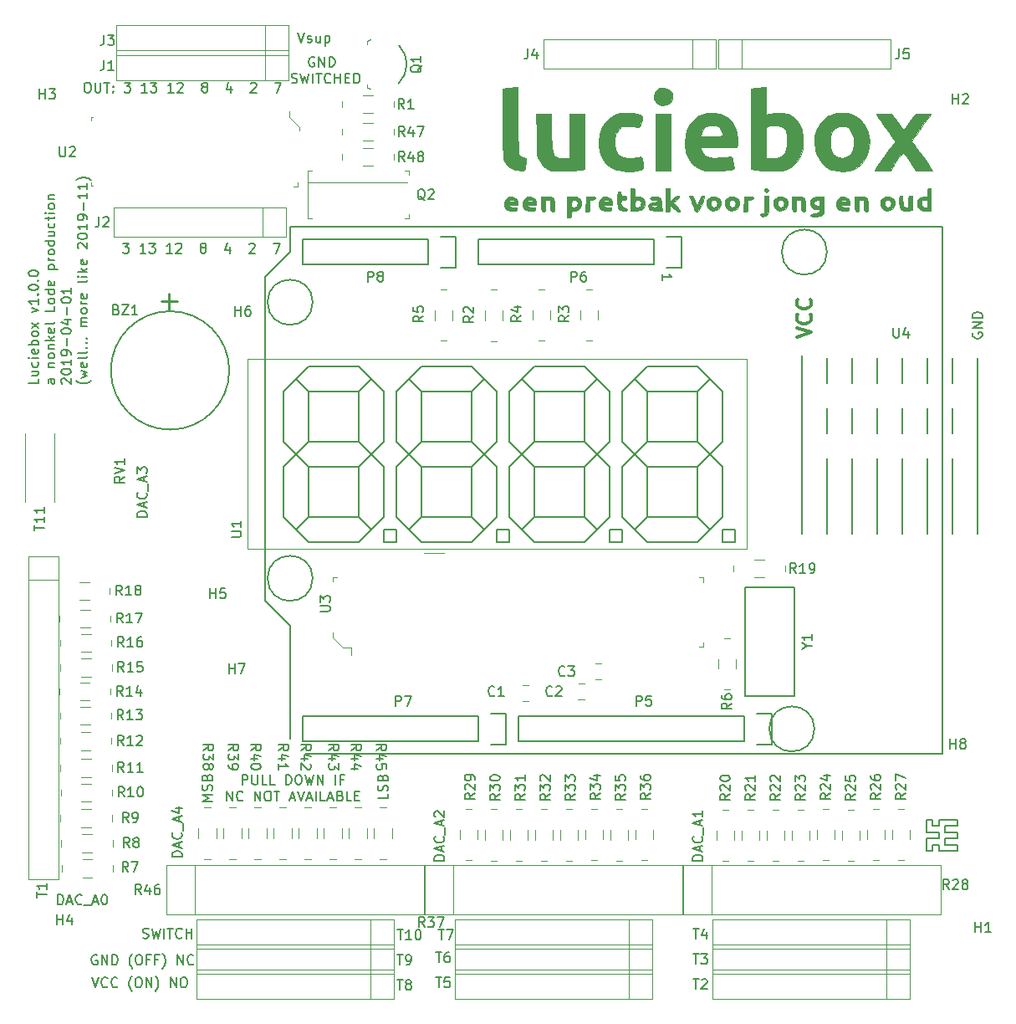
<source format=gbr>
G04 #@! TF.GenerationSoftware,KiCad,Pcbnew,(5.1.2)-1*
G04 #@! TF.CreationDate,2019-11-12T17:48:34-08:00*
G04 #@! TF.ProjectId,Luciebox,4c756369-6562-46f7-982e-6b696361645f,rev?*
G04 #@! TF.SameCoordinates,Original*
G04 #@! TF.FileFunction,Legend,Top*
G04 #@! TF.FilePolarity,Positive*
%FSLAX46Y46*%
G04 Gerber Fmt 4.6, Leading zero omitted, Abs format (unit mm)*
G04 Created by KiCad (PCBNEW (5.1.2)-1) date 2019-11-12 17:48:34*
%MOMM*%
%LPD*%
G04 APERTURE LIST*
%ADD10C,0.150000*%
%ADD11C,0.300000*%
%ADD12C,0.010000*%
%ADD13C,0.120000*%
%ADD14C,0.100000*%
%ADD15C,0.254000*%
G04 APERTURE END LIST*
D10*
X10706666Y-23087380D02*
X11325714Y-23087380D01*
X10992380Y-23468333D01*
X11135238Y-23468333D01*
X11230476Y-23515952D01*
X11278095Y-23563571D01*
X11325714Y-23658809D01*
X11325714Y-23896904D01*
X11278095Y-23992142D01*
X11230476Y-24039761D01*
X11135238Y-24087380D01*
X10849523Y-24087380D01*
X10754285Y-24039761D01*
X10706666Y-23992142D01*
X13039999Y-24087380D02*
X12468571Y-24087380D01*
X12754285Y-24087380D02*
X12754285Y-23087380D01*
X12659047Y-23230238D01*
X12563809Y-23325476D01*
X12468571Y-23373095D01*
X13373333Y-23087380D02*
X13992380Y-23087380D01*
X13659047Y-23468333D01*
X13801904Y-23468333D01*
X13897142Y-23515952D01*
X13944761Y-23563571D01*
X13992380Y-23658809D01*
X13992380Y-23896904D01*
X13944761Y-23992142D01*
X13897142Y-24039761D01*
X13801904Y-24087380D01*
X13516190Y-24087380D01*
X13420952Y-24039761D01*
X13373333Y-23992142D01*
X15706666Y-24087380D02*
X15135238Y-24087380D01*
X15420952Y-24087380D02*
X15420952Y-23087380D01*
X15325714Y-23230238D01*
X15230476Y-23325476D01*
X15135238Y-23373095D01*
X16087619Y-23182619D02*
X16135238Y-23135000D01*
X16230476Y-23087380D01*
X16468571Y-23087380D01*
X16563809Y-23135000D01*
X16611428Y-23182619D01*
X16659047Y-23277857D01*
X16659047Y-23373095D01*
X16611428Y-23515952D01*
X16039999Y-24087380D01*
X16659047Y-24087380D01*
X18754285Y-23515952D02*
X18659047Y-23468333D01*
X18611428Y-23420714D01*
X18563809Y-23325476D01*
X18563809Y-23277857D01*
X18611428Y-23182619D01*
X18659047Y-23135000D01*
X18754285Y-23087380D01*
X18944761Y-23087380D01*
X19040000Y-23135000D01*
X19087619Y-23182619D01*
X19135238Y-23277857D01*
X19135238Y-23325476D01*
X19087619Y-23420714D01*
X19040000Y-23468333D01*
X18944761Y-23515952D01*
X18754285Y-23515952D01*
X18659047Y-23563571D01*
X18611428Y-23611190D01*
X18563809Y-23706428D01*
X18563809Y-23896904D01*
X18611428Y-23992142D01*
X18659047Y-24039761D01*
X18754285Y-24087380D01*
X18944761Y-24087380D01*
X19040000Y-24039761D01*
X19087619Y-23992142D01*
X19135238Y-23896904D01*
X19135238Y-23706428D01*
X19087619Y-23611190D01*
X19040000Y-23563571D01*
X18944761Y-23515952D01*
X21516190Y-23420714D02*
X21516190Y-24087380D01*
X21278095Y-23039761D02*
X21039999Y-23754047D01*
X21659047Y-23754047D01*
X23516190Y-23182619D02*
X23563809Y-23135000D01*
X23659047Y-23087380D01*
X23897142Y-23087380D01*
X23992380Y-23135000D01*
X24039999Y-23182619D01*
X24087619Y-23277857D01*
X24087619Y-23373095D01*
X24039999Y-23515952D01*
X23468571Y-24087380D01*
X24087619Y-24087380D01*
X25944761Y-23087380D02*
X26611428Y-23087380D01*
X26182857Y-24087380D01*
X92065000Y-81420000D02*
X92065000Y-82055000D01*
X92700000Y-81420000D02*
X92065000Y-81420000D01*
X92700000Y-82055000D02*
X92700000Y-81420000D01*
X93335000Y-82055000D02*
X92700000Y-82055000D01*
X93335000Y-81420000D02*
X93335000Y-82055000D01*
X95240000Y-81420000D02*
X93335000Y-81420000D01*
X95240000Y-82055000D02*
X95240000Y-81420000D01*
X93970000Y-82055000D02*
X95240000Y-82055000D01*
X93970000Y-82690000D02*
X93970000Y-82055000D01*
X95240000Y-82690000D02*
X93970000Y-82690000D01*
X95240000Y-83325000D02*
X95240000Y-82690000D01*
X93970000Y-83325000D02*
X95240000Y-83325000D01*
X93970000Y-83960000D02*
X93970000Y-83325000D01*
X95240000Y-83960000D02*
X93970000Y-83960000D01*
X95240000Y-84595000D02*
X95240000Y-83960000D01*
X93335000Y-84595000D02*
X95240000Y-84595000D01*
X93335000Y-83960000D02*
X93335000Y-84595000D01*
X92700000Y-83960000D02*
X93335000Y-83960000D01*
X92700000Y-84595000D02*
X92700000Y-83960000D01*
X92065000Y-84595000D02*
X92700000Y-84595000D01*
X92065000Y-83325000D02*
X92065000Y-84595000D01*
X93335000Y-83325000D02*
X92065000Y-83325000D01*
X93335000Y-82690000D02*
X93335000Y-83325000D01*
X92065000Y-82690000D02*
X93335000Y-82690000D01*
X92065000Y-82055000D02*
X92065000Y-82690000D01*
X2158380Y-36793214D02*
X2158380Y-37269404D01*
X1158380Y-37269404D01*
X1491714Y-36031309D02*
X2158380Y-36031309D01*
X1491714Y-36459880D02*
X2015523Y-36459880D01*
X2110761Y-36412261D01*
X2158380Y-36317023D01*
X2158380Y-36174166D01*
X2110761Y-36078928D01*
X2063142Y-36031309D01*
X2110761Y-35126547D02*
X2158380Y-35221785D01*
X2158380Y-35412261D01*
X2110761Y-35507500D01*
X2063142Y-35555119D01*
X1967904Y-35602738D01*
X1682190Y-35602738D01*
X1586952Y-35555119D01*
X1539333Y-35507500D01*
X1491714Y-35412261D01*
X1491714Y-35221785D01*
X1539333Y-35126547D01*
X2158380Y-34697976D02*
X1491714Y-34697976D01*
X1158380Y-34697976D02*
X1206000Y-34745595D01*
X1253619Y-34697976D01*
X1206000Y-34650357D01*
X1158380Y-34697976D01*
X1253619Y-34697976D01*
X2110761Y-33840833D02*
X2158380Y-33936071D01*
X2158380Y-34126547D01*
X2110761Y-34221785D01*
X2015523Y-34269404D01*
X1634571Y-34269404D01*
X1539333Y-34221785D01*
X1491714Y-34126547D01*
X1491714Y-33936071D01*
X1539333Y-33840833D01*
X1634571Y-33793214D01*
X1729809Y-33793214D01*
X1825047Y-34269404D01*
X2158380Y-33364642D02*
X1158380Y-33364642D01*
X1539333Y-33364642D02*
X1491714Y-33269404D01*
X1491714Y-33078928D01*
X1539333Y-32983690D01*
X1586952Y-32936071D01*
X1682190Y-32888452D01*
X1967904Y-32888452D01*
X2063142Y-32936071D01*
X2110761Y-32983690D01*
X2158380Y-33078928D01*
X2158380Y-33269404D01*
X2110761Y-33364642D01*
X2158380Y-32317023D02*
X2110761Y-32412261D01*
X2063142Y-32459880D01*
X1967904Y-32507500D01*
X1682190Y-32507500D01*
X1586952Y-32459880D01*
X1539333Y-32412261D01*
X1491714Y-32317023D01*
X1491714Y-32174166D01*
X1539333Y-32078928D01*
X1586952Y-32031309D01*
X1682190Y-31983690D01*
X1967904Y-31983690D01*
X2063142Y-32031309D01*
X2110761Y-32078928D01*
X2158380Y-32174166D01*
X2158380Y-32317023D01*
X2158380Y-31650357D02*
X1491714Y-31126547D01*
X1491714Y-31650357D02*
X2158380Y-31126547D01*
X1491714Y-30078928D02*
X2158380Y-29840833D01*
X1491714Y-29602738D01*
X2158380Y-28697976D02*
X2158380Y-29269404D01*
X2158380Y-28983690D02*
X1158380Y-28983690D01*
X1301238Y-29078928D01*
X1396476Y-29174166D01*
X1444095Y-29269404D01*
X2063142Y-28269404D02*
X2110761Y-28221785D01*
X2158380Y-28269404D01*
X2110761Y-28317023D01*
X2063142Y-28269404D01*
X2158380Y-28269404D01*
X1158380Y-27602738D02*
X1158380Y-27507500D01*
X1206000Y-27412261D01*
X1253619Y-27364642D01*
X1348857Y-27317023D01*
X1539333Y-27269404D01*
X1777428Y-27269404D01*
X1967904Y-27317023D01*
X2063142Y-27364642D01*
X2110761Y-27412261D01*
X2158380Y-27507500D01*
X2158380Y-27602738D01*
X2110761Y-27697976D01*
X2063142Y-27745595D01*
X1967904Y-27793214D01*
X1777428Y-27840833D01*
X1539333Y-27840833D01*
X1348857Y-27793214D01*
X1253619Y-27745595D01*
X1206000Y-27697976D01*
X1158380Y-27602738D01*
X2063142Y-26840833D02*
X2110761Y-26793214D01*
X2158380Y-26840833D01*
X2110761Y-26888452D01*
X2063142Y-26840833D01*
X2158380Y-26840833D01*
X1158380Y-26174166D02*
X1158380Y-26078928D01*
X1206000Y-25983690D01*
X1253619Y-25936071D01*
X1348857Y-25888452D01*
X1539333Y-25840833D01*
X1777428Y-25840833D01*
X1967904Y-25888452D01*
X2063142Y-25936071D01*
X2110761Y-25983690D01*
X2158380Y-26078928D01*
X2158380Y-26174166D01*
X2110761Y-26269404D01*
X2063142Y-26317023D01*
X1967904Y-26364642D01*
X1777428Y-26412261D01*
X1539333Y-26412261D01*
X1348857Y-26364642D01*
X1253619Y-26317023D01*
X1206000Y-26269404D01*
X1158380Y-26174166D01*
X3808380Y-36840833D02*
X3284571Y-36840833D01*
X3189333Y-36888452D01*
X3141714Y-36983690D01*
X3141714Y-37174166D01*
X3189333Y-37269404D01*
X3760761Y-36840833D02*
X3808380Y-36936071D01*
X3808380Y-37174166D01*
X3760761Y-37269404D01*
X3665523Y-37317023D01*
X3570285Y-37317023D01*
X3475047Y-37269404D01*
X3427428Y-37174166D01*
X3427428Y-36936071D01*
X3379809Y-36840833D01*
X3141714Y-35602738D02*
X3808380Y-35602738D01*
X3236952Y-35602738D02*
X3189333Y-35555119D01*
X3141714Y-35459880D01*
X3141714Y-35317023D01*
X3189333Y-35221785D01*
X3284571Y-35174166D01*
X3808380Y-35174166D01*
X3808380Y-34555119D02*
X3760761Y-34650357D01*
X3713142Y-34697976D01*
X3617904Y-34745595D01*
X3332190Y-34745595D01*
X3236952Y-34697976D01*
X3189333Y-34650357D01*
X3141714Y-34555119D01*
X3141714Y-34412261D01*
X3189333Y-34317023D01*
X3236952Y-34269404D01*
X3332190Y-34221785D01*
X3617904Y-34221785D01*
X3713142Y-34269404D01*
X3760761Y-34317023D01*
X3808380Y-34412261D01*
X3808380Y-34555119D01*
X3141714Y-33793214D02*
X3808380Y-33793214D01*
X3236952Y-33793214D02*
X3189333Y-33745595D01*
X3141714Y-33650357D01*
X3141714Y-33507500D01*
X3189333Y-33412261D01*
X3284571Y-33364642D01*
X3808380Y-33364642D01*
X3808380Y-32888452D02*
X2808380Y-32888452D01*
X3427428Y-32793214D02*
X3808380Y-32507500D01*
X3141714Y-32507500D02*
X3522666Y-32888452D01*
X3760761Y-31697976D02*
X3808380Y-31793214D01*
X3808380Y-31983690D01*
X3760761Y-32078928D01*
X3665523Y-32126547D01*
X3284571Y-32126547D01*
X3189333Y-32078928D01*
X3141714Y-31983690D01*
X3141714Y-31793214D01*
X3189333Y-31697976D01*
X3284571Y-31650357D01*
X3379809Y-31650357D01*
X3475047Y-32126547D01*
X3808380Y-31078928D02*
X3760761Y-31174166D01*
X3665523Y-31221785D01*
X2808380Y-31221785D01*
X3808380Y-29459880D02*
X3808380Y-29936071D01*
X2808380Y-29936071D01*
X3808380Y-28983690D02*
X3760761Y-29078928D01*
X3713142Y-29126547D01*
X3617904Y-29174166D01*
X3332190Y-29174166D01*
X3236952Y-29126547D01*
X3189333Y-29078928D01*
X3141714Y-28983690D01*
X3141714Y-28840833D01*
X3189333Y-28745595D01*
X3236952Y-28697976D01*
X3332190Y-28650357D01*
X3617904Y-28650357D01*
X3713142Y-28697976D01*
X3760761Y-28745595D01*
X3808380Y-28840833D01*
X3808380Y-28983690D01*
X3808380Y-27793214D02*
X2808380Y-27793214D01*
X3760761Y-27793214D02*
X3808380Y-27888452D01*
X3808380Y-28078928D01*
X3760761Y-28174166D01*
X3713142Y-28221785D01*
X3617904Y-28269404D01*
X3332190Y-28269404D01*
X3236952Y-28221785D01*
X3189333Y-28174166D01*
X3141714Y-28078928D01*
X3141714Y-27888452D01*
X3189333Y-27793214D01*
X3760761Y-26936071D02*
X3808380Y-27031309D01*
X3808380Y-27221785D01*
X3760761Y-27317023D01*
X3665523Y-27364642D01*
X3284571Y-27364642D01*
X3189333Y-27317023D01*
X3141714Y-27221785D01*
X3141714Y-27031309D01*
X3189333Y-26936071D01*
X3284571Y-26888452D01*
X3379809Y-26888452D01*
X3475047Y-27364642D01*
X3141714Y-25697976D02*
X4141714Y-25697976D01*
X3189333Y-25697976D02*
X3141714Y-25602738D01*
X3141714Y-25412261D01*
X3189333Y-25317023D01*
X3236952Y-25269404D01*
X3332190Y-25221785D01*
X3617904Y-25221785D01*
X3713142Y-25269404D01*
X3760761Y-25317023D01*
X3808380Y-25412261D01*
X3808380Y-25602738D01*
X3760761Y-25697976D01*
X3808380Y-24793214D02*
X3141714Y-24793214D01*
X3332190Y-24793214D02*
X3236952Y-24745595D01*
X3189333Y-24697976D01*
X3141714Y-24602738D01*
X3141714Y-24507500D01*
X3808380Y-24031309D02*
X3760761Y-24126547D01*
X3713142Y-24174166D01*
X3617904Y-24221785D01*
X3332190Y-24221785D01*
X3236952Y-24174166D01*
X3189333Y-24126547D01*
X3141714Y-24031309D01*
X3141714Y-23888452D01*
X3189333Y-23793214D01*
X3236952Y-23745595D01*
X3332190Y-23697976D01*
X3617904Y-23697976D01*
X3713142Y-23745595D01*
X3760761Y-23793214D01*
X3808380Y-23888452D01*
X3808380Y-24031309D01*
X3808380Y-22840833D02*
X2808380Y-22840833D01*
X3760761Y-22840833D02*
X3808380Y-22936071D01*
X3808380Y-23126547D01*
X3760761Y-23221785D01*
X3713142Y-23269404D01*
X3617904Y-23317023D01*
X3332190Y-23317023D01*
X3236952Y-23269404D01*
X3189333Y-23221785D01*
X3141714Y-23126547D01*
X3141714Y-22936071D01*
X3189333Y-22840833D01*
X3141714Y-21936071D02*
X3808380Y-21936071D01*
X3141714Y-22364642D02*
X3665523Y-22364642D01*
X3760761Y-22317023D01*
X3808380Y-22221785D01*
X3808380Y-22078928D01*
X3760761Y-21983690D01*
X3713142Y-21936071D01*
X3760761Y-21031309D02*
X3808380Y-21126547D01*
X3808380Y-21317023D01*
X3760761Y-21412261D01*
X3713142Y-21459880D01*
X3617904Y-21507500D01*
X3332190Y-21507500D01*
X3236952Y-21459880D01*
X3189333Y-21412261D01*
X3141714Y-21317023D01*
X3141714Y-21126547D01*
X3189333Y-21031309D01*
X3141714Y-20745595D02*
X3141714Y-20364642D01*
X2808380Y-20602738D02*
X3665523Y-20602738D01*
X3760761Y-20555119D01*
X3808380Y-20459880D01*
X3808380Y-20364642D01*
X3808380Y-20031309D02*
X3141714Y-20031309D01*
X2808380Y-20031309D02*
X2856000Y-20078928D01*
X2903619Y-20031309D01*
X2856000Y-19983690D01*
X2808380Y-20031309D01*
X2903619Y-20031309D01*
X3808380Y-19412261D02*
X3760761Y-19507500D01*
X3713142Y-19555119D01*
X3617904Y-19602738D01*
X3332190Y-19602738D01*
X3236952Y-19555119D01*
X3189333Y-19507500D01*
X3141714Y-19412261D01*
X3141714Y-19269404D01*
X3189333Y-19174166D01*
X3236952Y-19126547D01*
X3332190Y-19078928D01*
X3617904Y-19078928D01*
X3713142Y-19126547D01*
X3760761Y-19174166D01*
X3808380Y-19269404D01*
X3808380Y-19412261D01*
X3141714Y-18650357D02*
X3808380Y-18650357D01*
X3236952Y-18650357D02*
X3189333Y-18602738D01*
X3141714Y-18507500D01*
X3141714Y-18364642D01*
X3189333Y-18269404D01*
X3284571Y-18221785D01*
X3808380Y-18221785D01*
X4553619Y-37317023D02*
X4506000Y-37269404D01*
X4458380Y-37174166D01*
X4458380Y-36936071D01*
X4506000Y-36840833D01*
X4553619Y-36793214D01*
X4648857Y-36745595D01*
X4744095Y-36745595D01*
X4886952Y-36793214D01*
X5458380Y-37364642D01*
X5458380Y-36745595D01*
X4458380Y-36126547D02*
X4458380Y-36031309D01*
X4506000Y-35936071D01*
X4553619Y-35888452D01*
X4648857Y-35840833D01*
X4839333Y-35793214D01*
X5077428Y-35793214D01*
X5267904Y-35840833D01*
X5363142Y-35888452D01*
X5410761Y-35936071D01*
X5458380Y-36031309D01*
X5458380Y-36126547D01*
X5410761Y-36221785D01*
X5363142Y-36269404D01*
X5267904Y-36317023D01*
X5077428Y-36364642D01*
X4839333Y-36364642D01*
X4648857Y-36317023D01*
X4553619Y-36269404D01*
X4506000Y-36221785D01*
X4458380Y-36126547D01*
X5458380Y-34840833D02*
X5458380Y-35412261D01*
X5458380Y-35126547D02*
X4458380Y-35126547D01*
X4601238Y-35221785D01*
X4696476Y-35317023D01*
X4744095Y-35412261D01*
X5458380Y-34364642D02*
X5458380Y-34174166D01*
X5410761Y-34078928D01*
X5363142Y-34031309D01*
X5220285Y-33936071D01*
X5029809Y-33888452D01*
X4648857Y-33888452D01*
X4553619Y-33936071D01*
X4506000Y-33983690D01*
X4458380Y-34078928D01*
X4458380Y-34269404D01*
X4506000Y-34364642D01*
X4553619Y-34412261D01*
X4648857Y-34459880D01*
X4886952Y-34459880D01*
X4982190Y-34412261D01*
X5029809Y-34364642D01*
X5077428Y-34269404D01*
X5077428Y-34078928D01*
X5029809Y-33983690D01*
X4982190Y-33936071D01*
X4886952Y-33888452D01*
X5077428Y-33459880D02*
X5077428Y-32697976D01*
X4458380Y-32031309D02*
X4458380Y-31936071D01*
X4506000Y-31840833D01*
X4553619Y-31793214D01*
X4648857Y-31745595D01*
X4839333Y-31697976D01*
X5077428Y-31697976D01*
X5267904Y-31745595D01*
X5363142Y-31793214D01*
X5410761Y-31840833D01*
X5458380Y-31936071D01*
X5458380Y-32031309D01*
X5410761Y-32126547D01*
X5363142Y-32174166D01*
X5267904Y-32221785D01*
X5077428Y-32269404D01*
X4839333Y-32269404D01*
X4648857Y-32221785D01*
X4553619Y-32174166D01*
X4506000Y-32126547D01*
X4458380Y-32031309D01*
X4791714Y-30840833D02*
X5458380Y-30840833D01*
X4410761Y-31078928D02*
X5125047Y-31317023D01*
X5125047Y-30697976D01*
X5077428Y-30317023D02*
X5077428Y-29555119D01*
X4458380Y-28888452D02*
X4458380Y-28793214D01*
X4506000Y-28697976D01*
X4553619Y-28650357D01*
X4648857Y-28602738D01*
X4839333Y-28555119D01*
X5077428Y-28555119D01*
X5267904Y-28602738D01*
X5363142Y-28650357D01*
X5410761Y-28697976D01*
X5458380Y-28793214D01*
X5458380Y-28888452D01*
X5410761Y-28983690D01*
X5363142Y-29031309D01*
X5267904Y-29078928D01*
X5077428Y-29126547D01*
X4839333Y-29126547D01*
X4648857Y-29078928D01*
X4553619Y-29031309D01*
X4506000Y-28983690D01*
X4458380Y-28888452D01*
X5458380Y-27602738D02*
X5458380Y-28174166D01*
X5458380Y-27888452D02*
X4458380Y-27888452D01*
X4601238Y-27983690D01*
X4696476Y-28078928D01*
X4744095Y-28174166D01*
X7489333Y-36983690D02*
X7441714Y-37031309D01*
X7298857Y-37126547D01*
X7203619Y-37174166D01*
X7060761Y-37221785D01*
X6822666Y-37269404D01*
X6632190Y-37269404D01*
X6394095Y-37221785D01*
X6251238Y-37174166D01*
X6156000Y-37126547D01*
X6013142Y-37031309D01*
X5965523Y-36983690D01*
X6441714Y-36697976D02*
X7108380Y-36507500D01*
X6632190Y-36317023D01*
X7108380Y-36126547D01*
X6441714Y-35936071D01*
X7060761Y-35174166D02*
X7108380Y-35269404D01*
X7108380Y-35459880D01*
X7060761Y-35555119D01*
X6965523Y-35602738D01*
X6584571Y-35602738D01*
X6489333Y-35555119D01*
X6441714Y-35459880D01*
X6441714Y-35269404D01*
X6489333Y-35174166D01*
X6584571Y-35126547D01*
X6679809Y-35126547D01*
X6775047Y-35602738D01*
X7108380Y-34555119D02*
X7060761Y-34650357D01*
X6965523Y-34697976D01*
X6108380Y-34697976D01*
X7108380Y-34031309D02*
X7060761Y-34126547D01*
X6965523Y-34174166D01*
X6108380Y-34174166D01*
X7013142Y-33650357D02*
X7060761Y-33602738D01*
X7108380Y-33650357D01*
X7060761Y-33697976D01*
X7013142Y-33650357D01*
X7108380Y-33650357D01*
X7013142Y-33174166D02*
X7060761Y-33126547D01*
X7108380Y-33174166D01*
X7060761Y-33221785D01*
X7013142Y-33174166D01*
X7108380Y-33174166D01*
X7013142Y-32697976D02*
X7060761Y-32650357D01*
X7108380Y-32697976D01*
X7060761Y-32745595D01*
X7013142Y-32697976D01*
X7108380Y-32697976D01*
X7108380Y-31459880D02*
X6441714Y-31459880D01*
X6536952Y-31459880D02*
X6489333Y-31412261D01*
X6441714Y-31317023D01*
X6441714Y-31174166D01*
X6489333Y-31078928D01*
X6584571Y-31031309D01*
X7108380Y-31031309D01*
X6584571Y-31031309D02*
X6489333Y-30983690D01*
X6441714Y-30888452D01*
X6441714Y-30745595D01*
X6489333Y-30650357D01*
X6584571Y-30602738D01*
X7108380Y-30602738D01*
X7108380Y-29983690D02*
X7060761Y-30078928D01*
X7013142Y-30126547D01*
X6917904Y-30174166D01*
X6632190Y-30174166D01*
X6536952Y-30126547D01*
X6489333Y-30078928D01*
X6441714Y-29983690D01*
X6441714Y-29840833D01*
X6489333Y-29745595D01*
X6536952Y-29697976D01*
X6632190Y-29650357D01*
X6917904Y-29650357D01*
X7013142Y-29697976D01*
X7060761Y-29745595D01*
X7108380Y-29840833D01*
X7108380Y-29983690D01*
X7108380Y-29221785D02*
X6441714Y-29221785D01*
X6632190Y-29221785D02*
X6536952Y-29174166D01*
X6489333Y-29126547D01*
X6441714Y-29031309D01*
X6441714Y-28936071D01*
X7060761Y-28221785D02*
X7108380Y-28317023D01*
X7108380Y-28507500D01*
X7060761Y-28602738D01*
X6965523Y-28650357D01*
X6584571Y-28650357D01*
X6489333Y-28602738D01*
X6441714Y-28507500D01*
X6441714Y-28317023D01*
X6489333Y-28221785D01*
X6584571Y-28174166D01*
X6679809Y-28174166D01*
X6775047Y-28650357D01*
X7108380Y-26840833D02*
X7060761Y-26936071D01*
X6965523Y-26983690D01*
X6108380Y-26983690D01*
X7108380Y-26459880D02*
X6441714Y-26459880D01*
X6108380Y-26459880D02*
X6156000Y-26507500D01*
X6203619Y-26459880D01*
X6156000Y-26412261D01*
X6108380Y-26459880D01*
X6203619Y-26459880D01*
X7108380Y-25983690D02*
X6108380Y-25983690D01*
X6727428Y-25888452D02*
X7108380Y-25602738D01*
X6441714Y-25602738D02*
X6822666Y-25983690D01*
X7060761Y-24793214D02*
X7108380Y-24888452D01*
X7108380Y-25078928D01*
X7060761Y-25174166D01*
X6965523Y-25221785D01*
X6584571Y-25221785D01*
X6489333Y-25174166D01*
X6441714Y-25078928D01*
X6441714Y-24888452D01*
X6489333Y-24793214D01*
X6584571Y-24745595D01*
X6679809Y-24745595D01*
X6775047Y-25221785D01*
X6203619Y-23602738D02*
X6156000Y-23555119D01*
X6108380Y-23459880D01*
X6108380Y-23221785D01*
X6156000Y-23126547D01*
X6203619Y-23078928D01*
X6298857Y-23031309D01*
X6394095Y-23031309D01*
X6536952Y-23078928D01*
X7108380Y-23650357D01*
X7108380Y-23031309D01*
X6108380Y-22412261D02*
X6108380Y-22317023D01*
X6156000Y-22221785D01*
X6203619Y-22174166D01*
X6298857Y-22126547D01*
X6489333Y-22078928D01*
X6727428Y-22078928D01*
X6917904Y-22126547D01*
X7013142Y-22174166D01*
X7060761Y-22221785D01*
X7108380Y-22317023D01*
X7108380Y-22412261D01*
X7060761Y-22507500D01*
X7013142Y-22555119D01*
X6917904Y-22602738D01*
X6727428Y-22650357D01*
X6489333Y-22650357D01*
X6298857Y-22602738D01*
X6203619Y-22555119D01*
X6156000Y-22507500D01*
X6108380Y-22412261D01*
X7108380Y-21126547D02*
X7108380Y-21697976D01*
X7108380Y-21412261D02*
X6108380Y-21412261D01*
X6251238Y-21507500D01*
X6346476Y-21602738D01*
X6394095Y-21697976D01*
X7108380Y-20650357D02*
X7108380Y-20459880D01*
X7060761Y-20364642D01*
X7013142Y-20317023D01*
X6870285Y-20221785D01*
X6679809Y-20174166D01*
X6298857Y-20174166D01*
X6203619Y-20221785D01*
X6156000Y-20269404D01*
X6108380Y-20364642D01*
X6108380Y-20555119D01*
X6156000Y-20650357D01*
X6203619Y-20697976D01*
X6298857Y-20745595D01*
X6536952Y-20745595D01*
X6632190Y-20697976D01*
X6679809Y-20650357D01*
X6727428Y-20555119D01*
X6727428Y-20364642D01*
X6679809Y-20269404D01*
X6632190Y-20221785D01*
X6536952Y-20174166D01*
X6727428Y-19745595D02*
X6727428Y-18983690D01*
X7108380Y-17983690D02*
X7108380Y-18555119D01*
X7108380Y-18269404D02*
X6108380Y-18269404D01*
X6251238Y-18364642D01*
X6346476Y-18459880D01*
X6394095Y-18555119D01*
X7108380Y-17031309D02*
X7108380Y-17602738D01*
X7108380Y-17317023D02*
X6108380Y-17317023D01*
X6251238Y-17412261D01*
X6346476Y-17507500D01*
X6394095Y-17602738D01*
X7489333Y-16697976D02*
X7441714Y-16650357D01*
X7298857Y-16555119D01*
X7203619Y-16507500D01*
X7060761Y-16459880D01*
X6822666Y-16412261D01*
X6632190Y-16412261D01*
X6394095Y-16459880D01*
X6251238Y-16507500D01*
X6156000Y-16555119D01*
X6013142Y-16650357D01*
X5965523Y-16697976D01*
X7039761Y-6831380D02*
X7230238Y-6831380D01*
X7325476Y-6879000D01*
X7420714Y-6974238D01*
X7468333Y-7164714D01*
X7468333Y-7498047D01*
X7420714Y-7688523D01*
X7325476Y-7783761D01*
X7230238Y-7831380D01*
X7039761Y-7831380D01*
X6944523Y-7783761D01*
X6849285Y-7688523D01*
X6801666Y-7498047D01*
X6801666Y-7164714D01*
X6849285Y-6974238D01*
X6944523Y-6879000D01*
X7039761Y-6831380D01*
X7896904Y-6831380D02*
X7896904Y-7640904D01*
X7944523Y-7736142D01*
X7992142Y-7783761D01*
X8087380Y-7831380D01*
X8277857Y-7831380D01*
X8373095Y-7783761D01*
X8420714Y-7736142D01*
X8468333Y-7640904D01*
X8468333Y-6831380D01*
X8801666Y-6831380D02*
X9373095Y-6831380D01*
X9087380Y-7831380D02*
X9087380Y-6831380D01*
X9706428Y-7736142D02*
X9754047Y-7783761D01*
X9706428Y-7831380D01*
X9658809Y-7783761D01*
X9706428Y-7736142D01*
X9706428Y-7831380D01*
X9706428Y-7212333D02*
X9754047Y-7259952D01*
X9706428Y-7307571D01*
X9658809Y-7259952D01*
X9706428Y-7212333D01*
X9706428Y-7307571D01*
X10849285Y-6831380D02*
X11468333Y-6831380D01*
X11134999Y-7212333D01*
X11277857Y-7212333D01*
X11373095Y-7259952D01*
X11420714Y-7307571D01*
X11468333Y-7402809D01*
X11468333Y-7640904D01*
X11420714Y-7736142D01*
X11373095Y-7783761D01*
X11277857Y-7831380D01*
X10992142Y-7831380D01*
X10896904Y-7783761D01*
X10849285Y-7736142D01*
X13182619Y-7831380D02*
X12611190Y-7831380D01*
X12896904Y-7831380D02*
X12896904Y-6831380D01*
X12801666Y-6974238D01*
X12706428Y-7069476D01*
X12611190Y-7117095D01*
X13515952Y-6831380D02*
X14134999Y-6831380D01*
X13801666Y-7212333D01*
X13944523Y-7212333D01*
X14039761Y-7259952D01*
X14087380Y-7307571D01*
X14134999Y-7402809D01*
X14134999Y-7640904D01*
X14087380Y-7736142D01*
X14039761Y-7783761D01*
X13944523Y-7831380D01*
X13658809Y-7831380D01*
X13563571Y-7783761D01*
X13515952Y-7736142D01*
X15849285Y-7831380D02*
X15277857Y-7831380D01*
X15563571Y-7831380D02*
X15563571Y-6831380D01*
X15468333Y-6974238D01*
X15373095Y-7069476D01*
X15277857Y-7117095D01*
X16230238Y-6926619D02*
X16277857Y-6879000D01*
X16373095Y-6831380D01*
X16611190Y-6831380D01*
X16706428Y-6879000D01*
X16754047Y-6926619D01*
X16801666Y-7021857D01*
X16801666Y-7117095D01*
X16754047Y-7259952D01*
X16182619Y-7831380D01*
X16801666Y-7831380D01*
X18896904Y-7259952D02*
X18801666Y-7212333D01*
X18754047Y-7164714D01*
X18706428Y-7069476D01*
X18706428Y-7021857D01*
X18754047Y-6926619D01*
X18801666Y-6879000D01*
X18896904Y-6831380D01*
X19087380Y-6831380D01*
X19182619Y-6879000D01*
X19230238Y-6926619D01*
X19277857Y-7021857D01*
X19277857Y-7069476D01*
X19230238Y-7164714D01*
X19182619Y-7212333D01*
X19087380Y-7259952D01*
X18896904Y-7259952D01*
X18801666Y-7307571D01*
X18754047Y-7355190D01*
X18706428Y-7450428D01*
X18706428Y-7640904D01*
X18754047Y-7736142D01*
X18801666Y-7783761D01*
X18896904Y-7831380D01*
X19087380Y-7831380D01*
X19182619Y-7783761D01*
X19230238Y-7736142D01*
X19277857Y-7640904D01*
X19277857Y-7450428D01*
X19230238Y-7355190D01*
X19182619Y-7307571D01*
X19087380Y-7259952D01*
X21658809Y-7164714D02*
X21658809Y-7831380D01*
X21420714Y-6783761D02*
X21182619Y-7498047D01*
X21801666Y-7498047D01*
X23658809Y-6926619D02*
X23706428Y-6879000D01*
X23801666Y-6831380D01*
X24039761Y-6831380D01*
X24134999Y-6879000D01*
X24182619Y-6926619D01*
X24230238Y-7021857D01*
X24230238Y-7117095D01*
X24182619Y-7259952D01*
X23611190Y-7831380D01*
X24230238Y-7831380D01*
X26087380Y-6831380D02*
X26754047Y-6831380D01*
X26325476Y-7831380D01*
X28446142Y-1751380D02*
X28779476Y-2751380D01*
X29112809Y-1751380D01*
X29398523Y-2703761D02*
X29493761Y-2751380D01*
X29684238Y-2751380D01*
X29779476Y-2703761D01*
X29827095Y-2608523D01*
X29827095Y-2560904D01*
X29779476Y-2465666D01*
X29684238Y-2418047D01*
X29541380Y-2418047D01*
X29446142Y-2370428D01*
X29398523Y-2275190D01*
X29398523Y-2227571D01*
X29446142Y-2132333D01*
X29541380Y-2084714D01*
X29684238Y-2084714D01*
X29779476Y-2132333D01*
X30684238Y-2084714D02*
X30684238Y-2751380D01*
X30255666Y-2084714D02*
X30255666Y-2608523D01*
X30303285Y-2703761D01*
X30398523Y-2751380D01*
X30541380Y-2751380D01*
X30636619Y-2703761D01*
X30684238Y-2656142D01*
X31160428Y-2084714D02*
X31160428Y-3084714D01*
X31160428Y-2132333D02*
X31255666Y-2084714D01*
X31446142Y-2084714D01*
X31541380Y-2132333D01*
X31589000Y-2179952D01*
X31636619Y-2275190D01*
X31636619Y-2560904D01*
X31589000Y-2656142D01*
X31541380Y-2703761D01*
X31446142Y-2751380D01*
X31255666Y-2751380D01*
X31160428Y-2703761D01*
X30089142Y-4276000D02*
X29993904Y-4228380D01*
X29851047Y-4228380D01*
X29708190Y-4276000D01*
X29612952Y-4371238D01*
X29565333Y-4466476D01*
X29517714Y-4656952D01*
X29517714Y-4799809D01*
X29565333Y-4990285D01*
X29612952Y-5085523D01*
X29708190Y-5180761D01*
X29851047Y-5228380D01*
X29946285Y-5228380D01*
X30089142Y-5180761D01*
X30136761Y-5133142D01*
X30136761Y-4799809D01*
X29946285Y-4799809D01*
X30565333Y-5228380D02*
X30565333Y-4228380D01*
X31136761Y-5228380D01*
X31136761Y-4228380D01*
X31612952Y-5228380D02*
X31612952Y-4228380D01*
X31851047Y-4228380D01*
X31993904Y-4276000D01*
X32089142Y-4371238D01*
X32136761Y-4466476D01*
X32184380Y-4656952D01*
X32184380Y-4799809D01*
X32136761Y-4990285D01*
X32089142Y-5085523D01*
X31993904Y-5180761D01*
X31851047Y-5228380D01*
X31612952Y-5228380D01*
X27779619Y-6830761D02*
X27922476Y-6878380D01*
X28160571Y-6878380D01*
X28255809Y-6830761D01*
X28303428Y-6783142D01*
X28351047Y-6687904D01*
X28351047Y-6592666D01*
X28303428Y-6497428D01*
X28255809Y-6449809D01*
X28160571Y-6402190D01*
X27970095Y-6354571D01*
X27874857Y-6306952D01*
X27827238Y-6259333D01*
X27779619Y-6164095D01*
X27779619Y-6068857D01*
X27827238Y-5973619D01*
X27874857Y-5926000D01*
X27970095Y-5878380D01*
X28208190Y-5878380D01*
X28351047Y-5926000D01*
X28684380Y-5878380D02*
X28922476Y-6878380D01*
X29112952Y-6164095D01*
X29303428Y-6878380D01*
X29541523Y-5878380D01*
X29922476Y-6878380D02*
X29922476Y-5878380D01*
X30255809Y-5878380D02*
X30827238Y-5878380D01*
X30541523Y-6878380D02*
X30541523Y-5878380D01*
X31732000Y-6783142D02*
X31684380Y-6830761D01*
X31541523Y-6878380D01*
X31446285Y-6878380D01*
X31303428Y-6830761D01*
X31208190Y-6735523D01*
X31160571Y-6640285D01*
X31112952Y-6449809D01*
X31112952Y-6306952D01*
X31160571Y-6116476D01*
X31208190Y-6021238D01*
X31303428Y-5926000D01*
X31446285Y-5878380D01*
X31541523Y-5878380D01*
X31684380Y-5926000D01*
X31732000Y-5973619D01*
X32160571Y-6878380D02*
X32160571Y-5878380D01*
X32160571Y-6354571D02*
X32732000Y-6354571D01*
X32732000Y-6878380D02*
X32732000Y-5878380D01*
X33208190Y-6354571D02*
X33541523Y-6354571D01*
X33684380Y-6878380D02*
X33208190Y-6878380D01*
X33208190Y-5878380D01*
X33684380Y-5878380D01*
X34112952Y-6878380D02*
X34112952Y-5878380D01*
X34351047Y-5878380D01*
X34493904Y-5926000D01*
X34589142Y-6021238D01*
X34636761Y-6116476D01*
X34684380Y-6306952D01*
X34684380Y-6449809D01*
X34636761Y-6640285D01*
X34589142Y-6735523D01*
X34493904Y-6830761D01*
X34351047Y-6878380D01*
X34112952Y-6878380D01*
X13142380Y-50749190D02*
X12142380Y-50749190D01*
X12142380Y-50511095D01*
X12190000Y-50368238D01*
X12285238Y-50273000D01*
X12380476Y-50225380D01*
X12570952Y-50177761D01*
X12713809Y-50177761D01*
X12904285Y-50225380D01*
X12999523Y-50273000D01*
X13094761Y-50368238D01*
X13142380Y-50511095D01*
X13142380Y-50749190D01*
X12856666Y-49796809D02*
X12856666Y-49320619D01*
X13142380Y-49892047D02*
X12142380Y-49558714D01*
X13142380Y-49225380D01*
X13047142Y-48320619D02*
X13094761Y-48368238D01*
X13142380Y-48511095D01*
X13142380Y-48606333D01*
X13094761Y-48749190D01*
X12999523Y-48844428D01*
X12904285Y-48892047D01*
X12713809Y-48939666D01*
X12570952Y-48939666D01*
X12380476Y-48892047D01*
X12285238Y-48844428D01*
X12190000Y-48749190D01*
X12142380Y-48606333D01*
X12142380Y-48511095D01*
X12190000Y-48368238D01*
X12237619Y-48320619D01*
X13237619Y-48130142D02*
X13237619Y-47368238D01*
X12856666Y-47177761D02*
X12856666Y-46701571D01*
X13142380Y-47273000D02*
X12142380Y-46939666D01*
X13142380Y-46606333D01*
X12142380Y-46368238D02*
X12142380Y-45749190D01*
X12523333Y-46082523D01*
X12523333Y-45939666D01*
X12570952Y-45844428D01*
X12618571Y-45796809D01*
X12713809Y-45749190D01*
X12951904Y-45749190D01*
X13047142Y-45796809D01*
X13094761Y-45844428D01*
X13142380Y-45939666D01*
X13142380Y-46225380D01*
X13094761Y-46320619D01*
X13047142Y-46368238D01*
X4117809Y-90000380D02*
X4117809Y-89000380D01*
X4355904Y-89000380D01*
X4498761Y-89048000D01*
X4594000Y-89143238D01*
X4641619Y-89238476D01*
X4689238Y-89428952D01*
X4689238Y-89571809D01*
X4641619Y-89762285D01*
X4594000Y-89857523D01*
X4498761Y-89952761D01*
X4355904Y-90000380D01*
X4117809Y-90000380D01*
X5070190Y-89714666D02*
X5546380Y-89714666D01*
X4974952Y-90000380D02*
X5308285Y-89000380D01*
X5641619Y-90000380D01*
X6546380Y-89905142D02*
X6498761Y-89952761D01*
X6355904Y-90000380D01*
X6260666Y-90000380D01*
X6117809Y-89952761D01*
X6022571Y-89857523D01*
X5974952Y-89762285D01*
X5927333Y-89571809D01*
X5927333Y-89428952D01*
X5974952Y-89238476D01*
X6022571Y-89143238D01*
X6117809Y-89048000D01*
X6260666Y-89000380D01*
X6355904Y-89000380D01*
X6498761Y-89048000D01*
X6546380Y-89095619D01*
X6736857Y-90095619D02*
X7498761Y-90095619D01*
X7689238Y-89714666D02*
X8165428Y-89714666D01*
X7594000Y-90000380D02*
X7927333Y-89000380D01*
X8260666Y-90000380D01*
X8784476Y-89000380D02*
X8879714Y-89000380D01*
X8974952Y-89048000D01*
X9022571Y-89095619D01*
X9070190Y-89190857D01*
X9117809Y-89381333D01*
X9117809Y-89619428D01*
X9070190Y-89809904D01*
X9022571Y-89905142D01*
X8974952Y-89952761D01*
X8879714Y-90000380D01*
X8784476Y-90000380D01*
X8689238Y-89952761D01*
X8641619Y-89905142D01*
X8594000Y-89809904D01*
X8546380Y-89619428D01*
X8546380Y-89381333D01*
X8594000Y-89190857D01*
X8641619Y-89095619D01*
X8689238Y-89048000D01*
X8784476Y-89000380D01*
X37526380Y-78784666D02*
X37526380Y-79260857D01*
X36526380Y-79260857D01*
X37478761Y-78498952D02*
X37526380Y-78356095D01*
X37526380Y-78118000D01*
X37478761Y-78022761D01*
X37431142Y-77975142D01*
X37335904Y-77927523D01*
X37240666Y-77927523D01*
X37145428Y-77975142D01*
X37097809Y-78022761D01*
X37050190Y-78118000D01*
X37002571Y-78308476D01*
X36954952Y-78403714D01*
X36907333Y-78451333D01*
X36812095Y-78498952D01*
X36716857Y-78498952D01*
X36621619Y-78451333D01*
X36574000Y-78403714D01*
X36526380Y-78308476D01*
X36526380Y-78070380D01*
X36574000Y-77927523D01*
X37002571Y-77165619D02*
X37050190Y-77022761D01*
X37097809Y-76975142D01*
X37193047Y-76927523D01*
X37335904Y-76927523D01*
X37431142Y-76975142D01*
X37478761Y-77022761D01*
X37526380Y-77118000D01*
X37526380Y-77498952D01*
X36526380Y-77498952D01*
X36526380Y-77165619D01*
X36574000Y-77070380D01*
X36621619Y-77022761D01*
X36716857Y-76975142D01*
X36812095Y-76975142D01*
X36907333Y-77022761D01*
X36954952Y-77070380D01*
X37002571Y-77165619D01*
X37002571Y-77498952D01*
X19746380Y-79554523D02*
X18746380Y-79554523D01*
X19460666Y-79221190D01*
X18746380Y-78887857D01*
X19746380Y-78887857D01*
X19698761Y-78459285D02*
X19746380Y-78316428D01*
X19746380Y-78078333D01*
X19698761Y-77983095D01*
X19651142Y-77935476D01*
X19555904Y-77887857D01*
X19460666Y-77887857D01*
X19365428Y-77935476D01*
X19317809Y-77983095D01*
X19270190Y-78078333D01*
X19222571Y-78268809D01*
X19174952Y-78364047D01*
X19127333Y-78411666D01*
X19032095Y-78459285D01*
X18936857Y-78459285D01*
X18841619Y-78411666D01*
X18794000Y-78364047D01*
X18746380Y-78268809D01*
X18746380Y-78030714D01*
X18794000Y-77887857D01*
X19222571Y-77125952D02*
X19270190Y-76983095D01*
X19317809Y-76935476D01*
X19413047Y-76887857D01*
X19555904Y-76887857D01*
X19651142Y-76935476D01*
X19698761Y-76983095D01*
X19746380Y-77078333D01*
X19746380Y-77459285D01*
X18746380Y-77459285D01*
X18746380Y-77125952D01*
X18794000Y-77030714D01*
X18841619Y-76983095D01*
X18936857Y-76935476D01*
X19032095Y-76935476D01*
X19127333Y-76983095D01*
X19174952Y-77030714D01*
X19222571Y-77125952D01*
X19222571Y-77459285D01*
X69403380Y-85547190D02*
X68403380Y-85547190D01*
X68403380Y-85309095D01*
X68451000Y-85166238D01*
X68546238Y-85071000D01*
X68641476Y-85023380D01*
X68831952Y-84975761D01*
X68974809Y-84975761D01*
X69165285Y-85023380D01*
X69260523Y-85071000D01*
X69355761Y-85166238D01*
X69403380Y-85309095D01*
X69403380Y-85547190D01*
X69117666Y-84594809D02*
X69117666Y-84118619D01*
X69403380Y-84690047D02*
X68403380Y-84356714D01*
X69403380Y-84023380D01*
X69308142Y-83118619D02*
X69355761Y-83166238D01*
X69403380Y-83309095D01*
X69403380Y-83404333D01*
X69355761Y-83547190D01*
X69260523Y-83642428D01*
X69165285Y-83690047D01*
X68974809Y-83737666D01*
X68831952Y-83737666D01*
X68641476Y-83690047D01*
X68546238Y-83642428D01*
X68451000Y-83547190D01*
X68403380Y-83404333D01*
X68403380Y-83309095D01*
X68451000Y-83166238D01*
X68498619Y-83118619D01*
X69498619Y-82928142D02*
X69498619Y-82166238D01*
X69117666Y-81975761D02*
X69117666Y-81499571D01*
X69403380Y-82071000D02*
X68403380Y-81737666D01*
X69403380Y-81404333D01*
X69403380Y-80547190D02*
X69403380Y-81118619D01*
X69403380Y-80832904D02*
X68403380Y-80832904D01*
X68546238Y-80928142D01*
X68641476Y-81023380D01*
X68689095Y-81118619D01*
X43241380Y-85547190D02*
X42241380Y-85547190D01*
X42241380Y-85309095D01*
X42289000Y-85166238D01*
X42384238Y-85071000D01*
X42479476Y-85023380D01*
X42669952Y-84975761D01*
X42812809Y-84975761D01*
X43003285Y-85023380D01*
X43098523Y-85071000D01*
X43193761Y-85166238D01*
X43241380Y-85309095D01*
X43241380Y-85547190D01*
X42955666Y-84594809D02*
X42955666Y-84118619D01*
X43241380Y-84690047D02*
X42241380Y-84356714D01*
X43241380Y-84023380D01*
X43146142Y-83118619D02*
X43193761Y-83166238D01*
X43241380Y-83309095D01*
X43241380Y-83404333D01*
X43193761Y-83547190D01*
X43098523Y-83642428D01*
X43003285Y-83690047D01*
X42812809Y-83737666D01*
X42669952Y-83737666D01*
X42479476Y-83690047D01*
X42384238Y-83642428D01*
X42289000Y-83547190D01*
X42241380Y-83404333D01*
X42241380Y-83309095D01*
X42289000Y-83166238D01*
X42336619Y-83118619D01*
X43336619Y-82928142D02*
X43336619Y-82166238D01*
X42955666Y-81975761D02*
X42955666Y-81499571D01*
X43241380Y-82071000D02*
X42241380Y-81737666D01*
X43241380Y-81404333D01*
X42336619Y-81118619D02*
X42289000Y-81071000D01*
X42241380Y-80975761D01*
X42241380Y-80737666D01*
X42289000Y-80642428D01*
X42336619Y-80594809D01*
X42431857Y-80547190D01*
X42527095Y-80547190D01*
X42669952Y-80594809D01*
X43241380Y-81166238D01*
X43241380Y-80547190D01*
X16698380Y-85166190D02*
X15698380Y-85166190D01*
X15698380Y-84928095D01*
X15746000Y-84785238D01*
X15841238Y-84690000D01*
X15936476Y-84642380D01*
X16126952Y-84594761D01*
X16269809Y-84594761D01*
X16460285Y-84642380D01*
X16555523Y-84690000D01*
X16650761Y-84785238D01*
X16698380Y-84928095D01*
X16698380Y-85166190D01*
X16412666Y-84213809D02*
X16412666Y-83737619D01*
X16698380Y-84309047D02*
X15698380Y-83975714D01*
X16698380Y-83642380D01*
X16603142Y-82737619D02*
X16650761Y-82785238D01*
X16698380Y-82928095D01*
X16698380Y-83023333D01*
X16650761Y-83166190D01*
X16555523Y-83261428D01*
X16460285Y-83309047D01*
X16269809Y-83356666D01*
X16126952Y-83356666D01*
X15936476Y-83309047D01*
X15841238Y-83261428D01*
X15746000Y-83166190D01*
X15698380Y-83023333D01*
X15698380Y-82928095D01*
X15746000Y-82785238D01*
X15793619Y-82737619D01*
X16793619Y-82547142D02*
X16793619Y-81785238D01*
X16412666Y-81594761D02*
X16412666Y-81118571D01*
X16698380Y-81690000D02*
X15698380Y-81356666D01*
X16698380Y-81023333D01*
X16031714Y-80261428D02*
X16698380Y-80261428D01*
X15650761Y-80499523D02*
X16365047Y-80737619D01*
X16365047Y-80118571D01*
X22787142Y-77872380D02*
X22787142Y-76872380D01*
X23168095Y-76872380D01*
X23263333Y-76920000D01*
X23310952Y-76967619D01*
X23358571Y-77062857D01*
X23358571Y-77205714D01*
X23310952Y-77300952D01*
X23263333Y-77348571D01*
X23168095Y-77396190D01*
X22787142Y-77396190D01*
X23787142Y-76872380D02*
X23787142Y-77681904D01*
X23834761Y-77777142D01*
X23882380Y-77824761D01*
X23977619Y-77872380D01*
X24168095Y-77872380D01*
X24263333Y-77824761D01*
X24310952Y-77777142D01*
X24358571Y-77681904D01*
X24358571Y-76872380D01*
X25310952Y-77872380D02*
X24834761Y-77872380D01*
X24834761Y-76872380D01*
X26120476Y-77872380D02*
X25644285Y-77872380D01*
X25644285Y-76872380D01*
X27215714Y-77872380D02*
X27215714Y-76872380D01*
X27453809Y-76872380D01*
X27596666Y-76920000D01*
X27691904Y-77015238D01*
X27739523Y-77110476D01*
X27787142Y-77300952D01*
X27787142Y-77443809D01*
X27739523Y-77634285D01*
X27691904Y-77729523D01*
X27596666Y-77824761D01*
X27453809Y-77872380D01*
X27215714Y-77872380D01*
X28406190Y-76872380D02*
X28596666Y-76872380D01*
X28691904Y-76920000D01*
X28787142Y-77015238D01*
X28834761Y-77205714D01*
X28834761Y-77539047D01*
X28787142Y-77729523D01*
X28691904Y-77824761D01*
X28596666Y-77872380D01*
X28406190Y-77872380D01*
X28310952Y-77824761D01*
X28215714Y-77729523D01*
X28168095Y-77539047D01*
X28168095Y-77205714D01*
X28215714Y-77015238D01*
X28310952Y-76920000D01*
X28406190Y-76872380D01*
X29168095Y-76872380D02*
X29406190Y-77872380D01*
X29596666Y-77158095D01*
X29787142Y-77872380D01*
X30025238Y-76872380D01*
X30406190Y-77872380D02*
X30406190Y-76872380D01*
X30977619Y-77872380D01*
X30977619Y-76872380D01*
X32215714Y-77872380D02*
X32215714Y-76872380D01*
X33025238Y-77348571D02*
X32691904Y-77348571D01*
X32691904Y-77872380D02*
X32691904Y-76872380D01*
X33168095Y-76872380D01*
X21239523Y-79522380D02*
X21239523Y-78522380D01*
X21810952Y-79522380D01*
X21810952Y-78522380D01*
X22858571Y-79427142D02*
X22810952Y-79474761D01*
X22668095Y-79522380D01*
X22572857Y-79522380D01*
X22430000Y-79474761D01*
X22334761Y-79379523D01*
X22287142Y-79284285D01*
X22239523Y-79093809D01*
X22239523Y-78950952D01*
X22287142Y-78760476D01*
X22334761Y-78665238D01*
X22430000Y-78570000D01*
X22572857Y-78522380D01*
X22668095Y-78522380D01*
X22810952Y-78570000D01*
X22858571Y-78617619D01*
X24049047Y-79522380D02*
X24049047Y-78522380D01*
X24620476Y-79522380D01*
X24620476Y-78522380D01*
X25287142Y-78522380D02*
X25477619Y-78522380D01*
X25572857Y-78570000D01*
X25668095Y-78665238D01*
X25715714Y-78855714D01*
X25715714Y-79189047D01*
X25668095Y-79379523D01*
X25572857Y-79474761D01*
X25477619Y-79522380D01*
X25287142Y-79522380D01*
X25191904Y-79474761D01*
X25096666Y-79379523D01*
X25049047Y-79189047D01*
X25049047Y-78855714D01*
X25096666Y-78665238D01*
X25191904Y-78570000D01*
X25287142Y-78522380D01*
X26001428Y-78522380D02*
X26572857Y-78522380D01*
X26287142Y-79522380D02*
X26287142Y-78522380D01*
X27620476Y-79236666D02*
X28096666Y-79236666D01*
X27525238Y-79522380D02*
X27858571Y-78522380D01*
X28191904Y-79522380D01*
X28382380Y-78522380D02*
X28715714Y-79522380D01*
X29049047Y-78522380D01*
X29334761Y-79236666D02*
X29810952Y-79236666D01*
X29239523Y-79522380D02*
X29572857Y-78522380D01*
X29906190Y-79522380D01*
X30239523Y-79522380D02*
X30239523Y-78522380D01*
X31191904Y-79522380D02*
X30715714Y-79522380D01*
X30715714Y-78522380D01*
X31477619Y-79236666D02*
X31953809Y-79236666D01*
X31382380Y-79522380D02*
X31715714Y-78522380D01*
X32049047Y-79522380D01*
X32715714Y-78998571D02*
X32858571Y-79046190D01*
X32906190Y-79093809D01*
X32953809Y-79189047D01*
X32953809Y-79331904D01*
X32906190Y-79427142D01*
X32858571Y-79474761D01*
X32763333Y-79522380D01*
X32382380Y-79522380D01*
X32382380Y-78522380D01*
X32715714Y-78522380D01*
X32810952Y-78570000D01*
X32858571Y-78617619D01*
X32906190Y-78712857D01*
X32906190Y-78808095D01*
X32858571Y-78903333D01*
X32810952Y-78950952D01*
X32715714Y-78998571D01*
X32382380Y-78998571D01*
X33858571Y-79522380D02*
X33382380Y-79522380D01*
X33382380Y-78522380D01*
X34191904Y-78998571D02*
X34525238Y-78998571D01*
X34668095Y-79522380D02*
X34191904Y-79522380D01*
X34191904Y-78522380D01*
X34668095Y-78522380D01*
X12730000Y-93381761D02*
X12872857Y-93429380D01*
X13110952Y-93429380D01*
X13206190Y-93381761D01*
X13253809Y-93334142D01*
X13301428Y-93238904D01*
X13301428Y-93143666D01*
X13253809Y-93048428D01*
X13206190Y-93000809D01*
X13110952Y-92953190D01*
X12920476Y-92905571D01*
X12825238Y-92857952D01*
X12777619Y-92810333D01*
X12730000Y-92715095D01*
X12730000Y-92619857D01*
X12777619Y-92524619D01*
X12825238Y-92477000D01*
X12920476Y-92429380D01*
X13158571Y-92429380D01*
X13301428Y-92477000D01*
X13634761Y-92429380D02*
X13872857Y-93429380D01*
X14063333Y-92715095D01*
X14253809Y-93429380D01*
X14491904Y-92429380D01*
X14872857Y-93429380D02*
X14872857Y-92429380D01*
X15206190Y-92429380D02*
X15777619Y-92429380D01*
X15491904Y-93429380D02*
X15491904Y-92429380D01*
X16682380Y-93334142D02*
X16634761Y-93381761D01*
X16491904Y-93429380D01*
X16396666Y-93429380D01*
X16253809Y-93381761D01*
X16158571Y-93286523D01*
X16110952Y-93191285D01*
X16063333Y-93000809D01*
X16063333Y-92857952D01*
X16110952Y-92667476D01*
X16158571Y-92572238D01*
X16253809Y-92477000D01*
X16396666Y-92429380D01*
X16491904Y-92429380D01*
X16634761Y-92477000D01*
X16682380Y-92524619D01*
X17110952Y-93429380D02*
X17110952Y-92429380D01*
X17110952Y-92905571D02*
X17682380Y-92905571D01*
X17682380Y-93429380D02*
X17682380Y-92429380D01*
X7578857Y-97382380D02*
X7912190Y-98382380D01*
X8245523Y-97382380D01*
X9150285Y-98287142D02*
X9102666Y-98334761D01*
X8959809Y-98382380D01*
X8864571Y-98382380D01*
X8721714Y-98334761D01*
X8626476Y-98239523D01*
X8578857Y-98144285D01*
X8531238Y-97953809D01*
X8531238Y-97810952D01*
X8578857Y-97620476D01*
X8626476Y-97525238D01*
X8721714Y-97430000D01*
X8864571Y-97382380D01*
X8959809Y-97382380D01*
X9102666Y-97430000D01*
X9150285Y-97477619D01*
X10150285Y-98287142D02*
X10102666Y-98334761D01*
X9959809Y-98382380D01*
X9864571Y-98382380D01*
X9721714Y-98334761D01*
X9626476Y-98239523D01*
X9578857Y-98144285D01*
X9531238Y-97953809D01*
X9531238Y-97810952D01*
X9578857Y-97620476D01*
X9626476Y-97525238D01*
X9721714Y-97430000D01*
X9864571Y-97382380D01*
X9959809Y-97382380D01*
X10102666Y-97430000D01*
X10150285Y-97477619D01*
X11626476Y-98763333D02*
X11578857Y-98715714D01*
X11483619Y-98572857D01*
X11436000Y-98477619D01*
X11388380Y-98334761D01*
X11340761Y-98096666D01*
X11340761Y-97906190D01*
X11388380Y-97668095D01*
X11436000Y-97525238D01*
X11483619Y-97430000D01*
X11578857Y-97287142D01*
X11626476Y-97239523D01*
X12197904Y-97382380D02*
X12388380Y-97382380D01*
X12483619Y-97430000D01*
X12578857Y-97525238D01*
X12626476Y-97715714D01*
X12626476Y-98049047D01*
X12578857Y-98239523D01*
X12483619Y-98334761D01*
X12388380Y-98382380D01*
X12197904Y-98382380D01*
X12102666Y-98334761D01*
X12007428Y-98239523D01*
X11959809Y-98049047D01*
X11959809Y-97715714D01*
X12007428Y-97525238D01*
X12102666Y-97430000D01*
X12197904Y-97382380D01*
X13055047Y-98382380D02*
X13055047Y-97382380D01*
X13626476Y-98382380D01*
X13626476Y-97382380D01*
X14007428Y-98763333D02*
X14055047Y-98715714D01*
X14150285Y-98572857D01*
X14197904Y-98477619D01*
X14245523Y-98334761D01*
X14293142Y-98096666D01*
X14293142Y-97906190D01*
X14245523Y-97668095D01*
X14197904Y-97525238D01*
X14150285Y-97430000D01*
X14055047Y-97287142D01*
X14007428Y-97239523D01*
X15531238Y-98382380D02*
X15531238Y-97382380D01*
X16102666Y-98382380D01*
X16102666Y-97382380D01*
X16769333Y-97382380D02*
X16959809Y-97382380D01*
X17055047Y-97430000D01*
X17150285Y-97525238D01*
X17197904Y-97715714D01*
X17197904Y-98049047D01*
X17150285Y-98239523D01*
X17055047Y-98334761D01*
X16959809Y-98382380D01*
X16769333Y-98382380D01*
X16674095Y-98334761D01*
X16578857Y-98239523D01*
X16531238Y-98049047D01*
X16531238Y-97715714D01*
X16578857Y-97525238D01*
X16674095Y-97430000D01*
X16769333Y-97382380D01*
X8094761Y-95144000D02*
X7999523Y-95096380D01*
X7856666Y-95096380D01*
X7713809Y-95144000D01*
X7618571Y-95239238D01*
X7570952Y-95334476D01*
X7523333Y-95524952D01*
X7523333Y-95667809D01*
X7570952Y-95858285D01*
X7618571Y-95953523D01*
X7713809Y-96048761D01*
X7856666Y-96096380D01*
X7951904Y-96096380D01*
X8094761Y-96048761D01*
X8142380Y-96001142D01*
X8142380Y-95667809D01*
X7951904Y-95667809D01*
X8570952Y-96096380D02*
X8570952Y-95096380D01*
X9142380Y-96096380D01*
X9142380Y-95096380D01*
X9618571Y-96096380D02*
X9618571Y-95096380D01*
X9856666Y-95096380D01*
X9999523Y-95144000D01*
X10094761Y-95239238D01*
X10142380Y-95334476D01*
X10190000Y-95524952D01*
X10190000Y-95667809D01*
X10142380Y-95858285D01*
X10094761Y-95953523D01*
X9999523Y-96048761D01*
X9856666Y-96096380D01*
X9618571Y-96096380D01*
X11666190Y-96477333D02*
X11618571Y-96429714D01*
X11523333Y-96286857D01*
X11475714Y-96191619D01*
X11428095Y-96048761D01*
X11380476Y-95810666D01*
X11380476Y-95620190D01*
X11428095Y-95382095D01*
X11475714Y-95239238D01*
X11523333Y-95144000D01*
X11618571Y-95001142D01*
X11666190Y-94953523D01*
X12237619Y-95096380D02*
X12428095Y-95096380D01*
X12523333Y-95144000D01*
X12618571Y-95239238D01*
X12666190Y-95429714D01*
X12666190Y-95763047D01*
X12618571Y-95953523D01*
X12523333Y-96048761D01*
X12428095Y-96096380D01*
X12237619Y-96096380D01*
X12142380Y-96048761D01*
X12047142Y-95953523D01*
X11999523Y-95763047D01*
X11999523Y-95429714D01*
X12047142Y-95239238D01*
X12142380Y-95144000D01*
X12237619Y-95096380D01*
X13428095Y-95572571D02*
X13094761Y-95572571D01*
X13094761Y-96096380D02*
X13094761Y-95096380D01*
X13570952Y-95096380D01*
X14285238Y-95572571D02*
X13951904Y-95572571D01*
X13951904Y-96096380D02*
X13951904Y-95096380D01*
X14428095Y-95096380D01*
X14713809Y-96477333D02*
X14761428Y-96429714D01*
X14856666Y-96286857D01*
X14904285Y-96191619D01*
X14951904Y-96048761D01*
X14999523Y-95810666D01*
X14999523Y-95620190D01*
X14951904Y-95382095D01*
X14904285Y-95239238D01*
X14856666Y-95144000D01*
X14761428Y-95001142D01*
X14713809Y-94953523D01*
X16237619Y-96096380D02*
X16237619Y-95096380D01*
X16809047Y-96096380D01*
X16809047Y-95096380D01*
X17856666Y-96001142D02*
X17809047Y-96048761D01*
X17666190Y-96096380D01*
X17570952Y-96096380D01*
X17428095Y-96048761D01*
X17332857Y-95953523D01*
X17285238Y-95858285D01*
X17237619Y-95667809D01*
X17237619Y-95524952D01*
X17285238Y-95334476D01*
X17332857Y-95239238D01*
X17428095Y-95144000D01*
X17570952Y-95096380D01*
X17666190Y-95096380D01*
X17809047Y-95144000D01*
X17856666Y-95191619D01*
X94732000Y-52464000D02*
X94732000Y-44844000D01*
X94732000Y-42304000D02*
X94732000Y-39764000D01*
X94732000Y-37224000D02*
X94732000Y-34684000D01*
X92192000Y-52464000D02*
X92192000Y-44844000D01*
X92192000Y-42304000D02*
X92192000Y-39764000D01*
X92192000Y-37224000D02*
X92192000Y-34684000D01*
X89652000Y-52464000D02*
X89652000Y-44844000D01*
X89652000Y-42304000D02*
X89652000Y-39764000D01*
X89652000Y-37224000D02*
X89652000Y-34684000D01*
X87112000Y-52464000D02*
X87112000Y-44844000D01*
X87112000Y-42304000D02*
X87112000Y-39764000D01*
X87112000Y-37224000D02*
X87112000Y-34684000D01*
X84572000Y-52464000D02*
X84572000Y-44844000D01*
X84572000Y-42304000D02*
X84572000Y-39764000D01*
X84572000Y-37224000D02*
X84572000Y-34684000D01*
X82032000Y-37224000D02*
X82032000Y-34684000D01*
X82032000Y-42304000D02*
X82032000Y-39764000D01*
X82032000Y-52464000D02*
X82032000Y-44844000D01*
X97272000Y-52210000D02*
X97272000Y-52464000D01*
X97272000Y-34684000D02*
X97272000Y-52210000D01*
X79492000Y-34430000D02*
X79492000Y-52464000D01*
X96772000Y-32143904D02*
X96724380Y-32239142D01*
X96724380Y-32382000D01*
X96772000Y-32524857D01*
X96867238Y-32620095D01*
X96962476Y-32667714D01*
X97152952Y-32715333D01*
X97295809Y-32715333D01*
X97486285Y-32667714D01*
X97581523Y-32620095D01*
X97676761Y-32524857D01*
X97724380Y-32382000D01*
X97724380Y-32286761D01*
X97676761Y-32143904D01*
X97629142Y-32096285D01*
X97295809Y-32096285D01*
X97295809Y-32286761D01*
X97724380Y-31667714D02*
X96724380Y-31667714D01*
X97724380Y-31096285D01*
X96724380Y-31096285D01*
X97724380Y-30620095D02*
X96724380Y-30620095D01*
X96724380Y-30382000D01*
X96772000Y-30239142D01*
X96867238Y-30143904D01*
X96962476Y-30096285D01*
X97152952Y-30048666D01*
X97295809Y-30048666D01*
X97486285Y-30096285D01*
X97581523Y-30143904D01*
X97676761Y-30239142D01*
X97724380Y-30382000D01*
X97724380Y-30620095D01*
D11*
X78924571Y-32620000D02*
X80424571Y-32120000D01*
X78924571Y-31620000D01*
X80281714Y-30262857D02*
X80353142Y-30334285D01*
X80424571Y-30548571D01*
X80424571Y-30691428D01*
X80353142Y-30905714D01*
X80210285Y-31048571D01*
X80067428Y-31120000D01*
X79781714Y-31191428D01*
X79567428Y-31191428D01*
X79281714Y-31120000D01*
X79138857Y-31048571D01*
X78996000Y-30905714D01*
X78924571Y-30691428D01*
X78924571Y-30548571D01*
X78996000Y-30334285D01*
X79067428Y-30262857D01*
X80281714Y-28762857D02*
X80353142Y-28834285D01*
X80424571Y-29048571D01*
X80424571Y-29191428D01*
X80353142Y-29405714D01*
X80210285Y-29548571D01*
X80067428Y-29620000D01*
X79781714Y-29691428D01*
X79567428Y-29691428D01*
X79281714Y-29620000D01*
X79138857Y-29548571D01*
X78996000Y-29405714D01*
X78924571Y-29191428D01*
X78924571Y-29048571D01*
X78996000Y-28834285D01*
X79067428Y-28762857D01*
D10*
X27638800Y-61819400D02*
X27638800Y-73249400D01*
X65286419Y-26799114D02*
X65286419Y-26227685D01*
X65286419Y-26513400D02*
X66286419Y-26513400D01*
X66143561Y-26418161D01*
X66048323Y-26322923D01*
X66000704Y-26227685D01*
X25098800Y-59279400D02*
X27638800Y-61819400D01*
X25098800Y-26513400D02*
X25098800Y-59279400D01*
X27638800Y-23973400D02*
X25098800Y-26513400D01*
X27638800Y-21433400D02*
X27638800Y-23973400D01*
X93678800Y-21433400D02*
X27638800Y-21433400D01*
X93678800Y-74773400D02*
X93678800Y-21433400D01*
X29162800Y-74773400D02*
X93678800Y-74773400D01*
D12*
G36*
X65787734Y-7410520D02*
G01*
X66049831Y-7583721D01*
X66227683Y-7770009D01*
X66307868Y-7958006D01*
X66326333Y-8225667D01*
X66307164Y-8496796D01*
X66225694Y-8684107D01*
X66049831Y-8867612D01*
X65711865Y-9072201D01*
X65346979Y-9129842D01*
X64995059Y-9040549D01*
X64753487Y-8867179D01*
X64588994Y-8665269D01*
X64517919Y-8446805D01*
X64506000Y-8225667D01*
X64529502Y-7940275D01*
X64622077Y-7734541D01*
X64753487Y-7584154D01*
X65067208Y-7379347D01*
X65425252Y-7321465D01*
X65787734Y-7410520D01*
X65787734Y-7410520D01*
G37*
X65787734Y-7410520D02*
X66049831Y-7583721D01*
X66227683Y-7770009D01*
X66307868Y-7958006D01*
X66326333Y-8225667D01*
X66307164Y-8496796D01*
X66225694Y-8684107D01*
X66049831Y-8867612D01*
X65711865Y-9072201D01*
X65346979Y-9129842D01*
X64995059Y-9040549D01*
X64753487Y-8867179D01*
X64588994Y-8665269D01*
X64517919Y-8446805D01*
X64506000Y-8225667D01*
X64529502Y-7940275D01*
X64622077Y-7734541D01*
X64753487Y-7584154D01*
X65067208Y-7379347D01*
X65425252Y-7321465D01*
X65787734Y-7410520D01*
G36*
X89114069Y-10767759D02*
G01*
X89344230Y-11081844D01*
X89545925Y-11333385D01*
X89696771Y-11496001D01*
X89772721Y-11544048D01*
X89855841Y-11466400D01*
X90011722Y-11278875D01*
X90216885Y-11010923D01*
X90414000Y-10739789D01*
X90964333Y-9965667D01*
X91757867Y-9963500D01*
X92134441Y-9967092D01*
X92364116Y-9982529D01*
X92469104Y-10013056D01*
X92471620Y-10061916D01*
X92467704Y-10067167D01*
X92298730Y-10288448D01*
X92077661Y-10588869D01*
X91822577Y-10942619D01*
X91551557Y-11323882D01*
X91282684Y-11706848D01*
X91034036Y-12065702D01*
X90823694Y-12374632D01*
X90669740Y-12607824D01*
X90590252Y-12739465D01*
X90583333Y-12757438D01*
X90634298Y-12861255D01*
X90769334Y-13055215D01*
X90961653Y-13301464D01*
X91008707Y-13358556D01*
X91352661Y-13797600D01*
X91736503Y-14330063D01*
X92120904Y-14899702D01*
X92436953Y-15401167D01*
X92629144Y-15718667D01*
X91796739Y-15717662D01*
X90964333Y-15716657D01*
X90678222Y-15195897D01*
X90470456Y-14857387D01*
X90226956Y-14516856D01*
X90050608Y-14304650D01*
X89709105Y-13934163D01*
X89421708Y-14212581D01*
X89238888Y-14423222D01*
X89020029Y-14723817D01*
X88808208Y-15054606D01*
X88779322Y-15103795D01*
X88424333Y-15716590D01*
X87634261Y-15717628D01*
X86844189Y-15718667D01*
X87036153Y-15401167D01*
X87811410Y-14223306D01*
X88394228Y-13460923D01*
X88610855Y-13190993D01*
X88779471Y-12971725D01*
X88876127Y-12834728D01*
X88890000Y-12806582D01*
X88843449Y-12725691D01*
X88713919Y-12529129D01*
X88516597Y-12239201D01*
X88266667Y-11878215D01*
X87979317Y-11468475D01*
X87970956Y-11456625D01*
X87678304Y-11041300D01*
X87417687Y-10670280D01*
X87205533Y-10367045D01*
X87058269Y-10155074D01*
X86992322Y-10057847D01*
X86992293Y-10057800D01*
X87016128Y-10009839D01*
X87168588Y-9979209D01*
X87464898Y-9963946D01*
X87739518Y-9961333D01*
X88546363Y-9961333D01*
X89114069Y-10767759D01*
X89114069Y-10767759D01*
G37*
X89114069Y-10767759D02*
X89344230Y-11081844D01*
X89545925Y-11333385D01*
X89696771Y-11496001D01*
X89772721Y-11544048D01*
X89855841Y-11466400D01*
X90011722Y-11278875D01*
X90216885Y-11010923D01*
X90414000Y-10739789D01*
X90964333Y-9965667D01*
X91757867Y-9963500D01*
X92134441Y-9967092D01*
X92364116Y-9982529D01*
X92469104Y-10013056D01*
X92471620Y-10061916D01*
X92467704Y-10067167D01*
X92298730Y-10288448D01*
X92077661Y-10588869D01*
X91822577Y-10942619D01*
X91551557Y-11323882D01*
X91282684Y-11706848D01*
X91034036Y-12065702D01*
X90823694Y-12374632D01*
X90669740Y-12607824D01*
X90590252Y-12739465D01*
X90583333Y-12757438D01*
X90634298Y-12861255D01*
X90769334Y-13055215D01*
X90961653Y-13301464D01*
X91008707Y-13358556D01*
X91352661Y-13797600D01*
X91736503Y-14330063D01*
X92120904Y-14899702D01*
X92436953Y-15401167D01*
X92629144Y-15718667D01*
X91796739Y-15717662D01*
X90964333Y-15716657D01*
X90678222Y-15195897D01*
X90470456Y-14857387D01*
X90226956Y-14516856D01*
X90050608Y-14304650D01*
X89709105Y-13934163D01*
X89421708Y-14212581D01*
X89238888Y-14423222D01*
X89020029Y-14723817D01*
X88808208Y-15054606D01*
X88779322Y-15103795D01*
X88424333Y-15716590D01*
X87634261Y-15717628D01*
X86844189Y-15718667D01*
X87036153Y-15401167D01*
X87811410Y-14223306D01*
X88394228Y-13460923D01*
X88610855Y-13190993D01*
X88779471Y-12971725D01*
X88876127Y-12834728D01*
X88890000Y-12806582D01*
X88843449Y-12725691D01*
X88713919Y-12529129D01*
X88516597Y-12239201D01*
X88266667Y-11878215D01*
X87979317Y-11468475D01*
X87970956Y-11456625D01*
X87678304Y-11041300D01*
X87417687Y-10670280D01*
X87205533Y-10367045D01*
X87058269Y-10155074D01*
X86992322Y-10057847D01*
X86992293Y-10057800D01*
X87016128Y-10009839D01*
X87168588Y-9979209D01*
X87464898Y-9963946D01*
X87739518Y-9961333D01*
X88546363Y-9961333D01*
X89114069Y-10767759D01*
G36*
X66199333Y-15718667D02*
G01*
X64675333Y-15718667D01*
X64675333Y-9961333D01*
X66199333Y-9961333D01*
X66199333Y-15718667D01*
X66199333Y-15718667D01*
G37*
X66199333Y-15718667D02*
X64675333Y-15718667D01*
X64675333Y-9961333D01*
X66199333Y-9961333D01*
X66199333Y-15718667D01*
G36*
X50705333Y-10539195D02*
G01*
X50707643Y-11526629D01*
X50714626Y-12347778D01*
X50726363Y-13005631D01*
X50742932Y-13503172D01*
X50764415Y-13843389D01*
X50790890Y-14029269D01*
X50799336Y-14054346D01*
X50975780Y-14268085D01*
X51241256Y-14413553D01*
X51439891Y-14448667D01*
X51515536Y-14474622D01*
X51542626Y-14578086D01*
X51527722Y-14797457D01*
X51515840Y-14893167D01*
X51464145Y-15270442D01*
X51414460Y-15510508D01*
X51346429Y-15644004D01*
X51239693Y-15701568D01*
X51073895Y-15713841D01*
X50971321Y-15712701D01*
X50649337Y-15682607D01*
X50336707Y-15615206D01*
X50268860Y-15592912D01*
X49861312Y-15406591D01*
X49577488Y-15179017D01*
X49371820Y-14872563D01*
X49354824Y-14838255D01*
X49312128Y-14743701D01*
X49277070Y-14642062D01*
X49248898Y-14516560D01*
X49226862Y-14350420D01*
X49210211Y-14126864D01*
X49198195Y-13829117D01*
X49190062Y-13440402D01*
X49185061Y-12943942D01*
X49182443Y-12322960D01*
X49181456Y-11560682D01*
X49181333Y-10961510D01*
X49181333Y-7443148D01*
X49625833Y-7385847D01*
X49956084Y-7341633D01*
X50275968Y-7296251D01*
X50387833Y-7279451D01*
X50705333Y-7230358D01*
X50705333Y-10539195D01*
X50705333Y-10539195D01*
G37*
X50705333Y-10539195D02*
X50707643Y-11526629D01*
X50714626Y-12347778D01*
X50726363Y-13005631D01*
X50742932Y-13503172D01*
X50764415Y-13843389D01*
X50790890Y-14029269D01*
X50799336Y-14054346D01*
X50975780Y-14268085D01*
X51241256Y-14413553D01*
X51439891Y-14448667D01*
X51515536Y-14474622D01*
X51542626Y-14578086D01*
X51527722Y-14797457D01*
X51515840Y-14893167D01*
X51464145Y-15270442D01*
X51414460Y-15510508D01*
X51346429Y-15644004D01*
X51239693Y-15701568D01*
X51073895Y-15713841D01*
X50971321Y-15712701D01*
X50649337Y-15682607D01*
X50336707Y-15615206D01*
X50268860Y-15592912D01*
X49861312Y-15406591D01*
X49577488Y-15179017D01*
X49371820Y-14872563D01*
X49354824Y-14838255D01*
X49312128Y-14743701D01*
X49277070Y-14642062D01*
X49248898Y-14516560D01*
X49226862Y-14350420D01*
X49210211Y-14126864D01*
X49198195Y-13829117D01*
X49190062Y-13440402D01*
X49185061Y-12943942D01*
X49182443Y-12322960D01*
X49181456Y-11560682D01*
X49181333Y-10961510D01*
X49181333Y-7443148D01*
X49625833Y-7385847D01*
X49956084Y-7341633D01*
X50275968Y-7296251D01*
X50387833Y-7279451D01*
X50705333Y-7230358D01*
X50705333Y-10539195D01*
G36*
X84095424Y-9919388D02*
G01*
X84608588Y-10057795D01*
X85061151Y-10307406D01*
X85329245Y-10523470D01*
X85750511Y-11002893D01*
X86050078Y-11555752D01*
X86231434Y-12157458D01*
X86298068Y-12783423D01*
X86253468Y-13409058D01*
X86101123Y-14009773D01*
X85844520Y-14560981D01*
X85487149Y-15038093D01*
X85032497Y-15416520D01*
X84604743Y-15630316D01*
X84143376Y-15746000D01*
X83601766Y-15795209D01*
X83051991Y-15777033D01*
X82566128Y-15690564D01*
X82460724Y-15657335D01*
X82074702Y-15453589D01*
X81681103Y-15131433D01*
X81321859Y-14734388D01*
X81038906Y-14305977D01*
X80929056Y-14067667D01*
X80780453Y-13495400D01*
X80728084Y-12859829D01*
X80729465Y-12840000D01*
X82334304Y-12840000D01*
X82357719Y-13343101D01*
X82437032Y-13720291D01*
X82585843Y-14009626D01*
X82817755Y-14249162D01*
X82846060Y-14271857D01*
X83154313Y-14418153D01*
X83529059Y-14459841D01*
X83905183Y-14398865D01*
X84217571Y-14237172D01*
X84225444Y-14230646D01*
X84437951Y-13965529D01*
X84608303Y-13589436D01*
X84715337Y-13159418D01*
X84741333Y-12840000D01*
X84694788Y-12406808D01*
X84569260Y-11985319D01*
X84385916Y-11632584D01*
X84225444Y-11449354D01*
X83916038Y-11284605D01*
X83540901Y-11220513D01*
X83165145Y-11259024D01*
X82853886Y-11402084D01*
X82846060Y-11408142D01*
X82605084Y-11644789D01*
X82448569Y-11927428D01*
X82362914Y-12294113D01*
X82334518Y-12782901D01*
X82334304Y-12840000D01*
X80729465Y-12840000D01*
X80772161Y-12227370D01*
X80912893Y-11664442D01*
X80921346Y-11642213D01*
X81233415Y-11056775D01*
X81671509Y-10558260D01*
X82205849Y-10178993D01*
X82324915Y-10118744D01*
X82651787Y-9981211D01*
X82947512Y-9907017D01*
X83294166Y-9878928D01*
X83477417Y-9876733D01*
X84095424Y-9919388D01*
X84095424Y-9919388D01*
G37*
X84095424Y-9919388D02*
X84608588Y-10057795D01*
X85061151Y-10307406D01*
X85329245Y-10523470D01*
X85750511Y-11002893D01*
X86050078Y-11555752D01*
X86231434Y-12157458D01*
X86298068Y-12783423D01*
X86253468Y-13409058D01*
X86101123Y-14009773D01*
X85844520Y-14560981D01*
X85487149Y-15038093D01*
X85032497Y-15416520D01*
X84604743Y-15630316D01*
X84143376Y-15746000D01*
X83601766Y-15795209D01*
X83051991Y-15777033D01*
X82566128Y-15690564D01*
X82460724Y-15657335D01*
X82074702Y-15453589D01*
X81681103Y-15131433D01*
X81321859Y-14734388D01*
X81038906Y-14305977D01*
X80929056Y-14067667D01*
X80780453Y-13495400D01*
X80728084Y-12859829D01*
X80729465Y-12840000D01*
X82334304Y-12840000D01*
X82357719Y-13343101D01*
X82437032Y-13720291D01*
X82585843Y-14009626D01*
X82817755Y-14249162D01*
X82846060Y-14271857D01*
X83154313Y-14418153D01*
X83529059Y-14459841D01*
X83905183Y-14398865D01*
X84217571Y-14237172D01*
X84225444Y-14230646D01*
X84437951Y-13965529D01*
X84608303Y-13589436D01*
X84715337Y-13159418D01*
X84741333Y-12840000D01*
X84694788Y-12406808D01*
X84569260Y-11985319D01*
X84385916Y-11632584D01*
X84225444Y-11449354D01*
X83916038Y-11284605D01*
X83540901Y-11220513D01*
X83165145Y-11259024D01*
X82853886Y-11402084D01*
X82846060Y-11408142D01*
X82605084Y-11644789D01*
X82448569Y-11927428D01*
X82362914Y-12294113D01*
X82334518Y-12782901D01*
X82334304Y-12840000D01*
X80729465Y-12840000D01*
X80772161Y-12227370D01*
X80912893Y-11664442D01*
X80921346Y-11642213D01*
X81233415Y-11056775D01*
X81671509Y-10558260D01*
X82205849Y-10178993D01*
X82324915Y-10118744D01*
X82651787Y-9981211D01*
X82947512Y-9907017D01*
X83294166Y-9878928D01*
X83477417Y-9876733D01*
X84095424Y-9919388D01*
G36*
X75851333Y-10059454D02*
G01*
X76126500Y-9989227D01*
X76336647Y-9957253D01*
X76658272Y-9932900D01*
X77033563Y-9920057D01*
X77170580Y-9919000D01*
X77550096Y-9923730D01*
X77813750Y-9945620D01*
X78014919Y-9996220D01*
X78206981Y-10087078D01*
X78355913Y-10175467D01*
X78761049Y-10506707D01*
X79114799Y-10948939D01*
X79373382Y-11443993D01*
X79427349Y-11599012D01*
X79473147Y-11835798D01*
X79509152Y-12185814D01*
X79530533Y-12593032D01*
X79534333Y-12840000D01*
X79529745Y-13260478D01*
X79509911Y-13564512D01*
X79465726Y-13804878D01*
X79388083Y-14034354D01*
X79289489Y-14259165D01*
X78936282Y-14833182D01*
X78465348Y-15289400D01*
X77978363Y-15577185D01*
X77765787Y-15659189D01*
X77527906Y-15714491D01*
X77223153Y-15748893D01*
X76809961Y-15768196D01*
X76571000Y-15773621D01*
X76158252Y-15777791D01*
X75795646Y-15775426D01*
X75523559Y-15767176D01*
X75385667Y-15754475D01*
X75206655Y-15716412D01*
X74937354Y-15660776D01*
X74771833Y-15627094D01*
X74327333Y-15537189D01*
X74327333Y-11311809D01*
X75851333Y-11311809D01*
X75851333Y-14448667D01*
X76465167Y-14448350D01*
X76856615Y-14432726D01*
X77136073Y-14379300D01*
X77358677Y-14277519D01*
X77359089Y-14277268D01*
X77653265Y-14008497D01*
X77849214Y-13616777D01*
X77950036Y-13094211D01*
X77966140Y-12731447D01*
X77930119Y-12152532D01*
X77812989Y-11715638D01*
X77606685Y-11410017D01*
X77303138Y-11224922D01*
X76894283Y-11149604D01*
X76776760Y-11146667D01*
X76464509Y-11160902D01*
X76190148Y-11197456D01*
X76068512Y-11229238D01*
X75851333Y-11311809D01*
X74327333Y-11311809D01*
X74327333Y-7443148D01*
X74771833Y-7385847D01*
X75102084Y-7341633D01*
X75421968Y-7296251D01*
X75533833Y-7279451D01*
X75851333Y-7230358D01*
X75851333Y-10059454D01*
X75851333Y-10059454D01*
G37*
X75851333Y-10059454D02*
X76126500Y-9989227D01*
X76336647Y-9957253D01*
X76658272Y-9932900D01*
X77033563Y-9920057D01*
X77170580Y-9919000D01*
X77550096Y-9923730D01*
X77813750Y-9945620D01*
X78014919Y-9996220D01*
X78206981Y-10087078D01*
X78355913Y-10175467D01*
X78761049Y-10506707D01*
X79114799Y-10948939D01*
X79373382Y-11443993D01*
X79427349Y-11599012D01*
X79473147Y-11835798D01*
X79509152Y-12185814D01*
X79530533Y-12593032D01*
X79534333Y-12840000D01*
X79529745Y-13260478D01*
X79509911Y-13564512D01*
X79465726Y-13804878D01*
X79388083Y-14034354D01*
X79289489Y-14259165D01*
X78936282Y-14833182D01*
X78465348Y-15289400D01*
X77978363Y-15577185D01*
X77765787Y-15659189D01*
X77527906Y-15714491D01*
X77223153Y-15748893D01*
X76809961Y-15768196D01*
X76571000Y-15773621D01*
X76158252Y-15777791D01*
X75795646Y-15775426D01*
X75523559Y-15767176D01*
X75385667Y-15754475D01*
X75206655Y-15716412D01*
X74937354Y-15660776D01*
X74771833Y-15627094D01*
X74327333Y-15537189D01*
X74327333Y-11311809D01*
X75851333Y-11311809D01*
X75851333Y-14448667D01*
X76465167Y-14448350D01*
X76856615Y-14432726D01*
X77136073Y-14379300D01*
X77358677Y-14277519D01*
X77359089Y-14277268D01*
X77653265Y-14008497D01*
X77849214Y-13616777D01*
X77950036Y-13094211D01*
X77966140Y-12731447D01*
X77930119Y-12152532D01*
X77812989Y-11715638D01*
X77606685Y-11410017D01*
X77303138Y-11224922D01*
X76894283Y-11149604D01*
X76776760Y-11146667D01*
X76464509Y-11160902D01*
X76190148Y-11197456D01*
X76068512Y-11229238D01*
X75851333Y-11311809D01*
X74327333Y-11311809D01*
X74327333Y-7443148D01*
X74771833Y-7385847D01*
X75102084Y-7341633D01*
X75421968Y-7296251D01*
X75533833Y-7279451D01*
X75851333Y-7230358D01*
X75851333Y-10059454D01*
G36*
X70548413Y-9894284D02*
G01*
X71197641Y-9989182D01*
X71733015Y-10202661D01*
X72170958Y-10545127D01*
X72527896Y-11026989D01*
X72627391Y-11211729D01*
X72749497Y-11544409D01*
X72847771Y-11974875D01*
X72911415Y-12433096D01*
X72929631Y-12849043D01*
X72912464Y-13060714D01*
X72865844Y-13348000D01*
X69151256Y-13348000D01*
X69208110Y-13538500D01*
X69381987Y-13905306D01*
X69671958Y-14180066D01*
X69857842Y-14288436D01*
X70036996Y-14370117D01*
X70213826Y-14419323D01*
X70432582Y-14440845D01*
X70737518Y-14439470D01*
X71105437Y-14423475D01*
X71495953Y-14399157D01*
X71838258Y-14369827D01*
X72087364Y-14339775D01*
X72181338Y-14320876D01*
X72292479Y-14302490D01*
X72369570Y-14348518D01*
X72425117Y-14486586D01*
X72471630Y-14744315D01*
X72509656Y-15045935D01*
X72564705Y-15516204D01*
X72239519Y-15626524D01*
X71941439Y-15693898D01*
X71531063Y-15741933D01*
X71054879Y-15769964D01*
X70559372Y-15777323D01*
X70091027Y-15763343D01*
X69696330Y-15727356D01*
X69421767Y-15668696D01*
X69417123Y-15667034D01*
X68796963Y-15367368D01*
X68309245Y-14965030D01*
X67952211Y-14457301D01*
X67724103Y-13841461D01*
X67623163Y-13114791D01*
X67617425Y-12882333D01*
X67653689Y-12247333D01*
X69151256Y-12247333D01*
X70299961Y-12247333D01*
X70770213Y-12241465D01*
X71131785Y-12224826D01*
X71364614Y-12198864D01*
X71448641Y-12165029D01*
X71448667Y-12164380D01*
X71399748Y-11947547D01*
X71278712Y-11678727D01*
X71124142Y-11430645D01*
X70978800Y-11278700D01*
X70733157Y-11187495D01*
X70403285Y-11149423D01*
X70060530Y-11164481D01*
X69776238Y-11232661D01*
X69689022Y-11278806D01*
X69459438Y-11523436D01*
X69267632Y-11892244D01*
X69210020Y-12056833D01*
X69151256Y-12247333D01*
X67653689Y-12247333D01*
X67655009Y-12224227D01*
X67781137Y-11677517D01*
X68011718Y-11200636D01*
X68362659Y-10752016D01*
X68478772Y-10631681D01*
X68891421Y-10273287D01*
X69306577Y-10040246D01*
X69769321Y-9916493D01*
X70324735Y-9885968D01*
X70548413Y-9894284D01*
X70548413Y-9894284D01*
G37*
X70548413Y-9894284D02*
X71197641Y-9989182D01*
X71733015Y-10202661D01*
X72170958Y-10545127D01*
X72527896Y-11026989D01*
X72627391Y-11211729D01*
X72749497Y-11544409D01*
X72847771Y-11974875D01*
X72911415Y-12433096D01*
X72929631Y-12849043D01*
X72912464Y-13060714D01*
X72865844Y-13348000D01*
X69151256Y-13348000D01*
X69208110Y-13538500D01*
X69381987Y-13905306D01*
X69671958Y-14180066D01*
X69857842Y-14288436D01*
X70036996Y-14370117D01*
X70213826Y-14419323D01*
X70432582Y-14440845D01*
X70737518Y-14439470D01*
X71105437Y-14423475D01*
X71495953Y-14399157D01*
X71838258Y-14369827D01*
X72087364Y-14339775D01*
X72181338Y-14320876D01*
X72292479Y-14302490D01*
X72369570Y-14348518D01*
X72425117Y-14486586D01*
X72471630Y-14744315D01*
X72509656Y-15045935D01*
X72564705Y-15516204D01*
X72239519Y-15626524D01*
X71941439Y-15693898D01*
X71531063Y-15741933D01*
X71054879Y-15769964D01*
X70559372Y-15777323D01*
X70091027Y-15763343D01*
X69696330Y-15727356D01*
X69421767Y-15668696D01*
X69417123Y-15667034D01*
X68796963Y-15367368D01*
X68309245Y-14965030D01*
X67952211Y-14457301D01*
X67724103Y-13841461D01*
X67623163Y-13114791D01*
X67617425Y-12882333D01*
X67653689Y-12247333D01*
X69151256Y-12247333D01*
X70299961Y-12247333D01*
X70770213Y-12241465D01*
X71131785Y-12224826D01*
X71364614Y-12198864D01*
X71448641Y-12165029D01*
X71448667Y-12164380D01*
X71399748Y-11947547D01*
X71278712Y-11678727D01*
X71124142Y-11430645D01*
X70978800Y-11278700D01*
X70733157Y-11187495D01*
X70403285Y-11149423D01*
X70060530Y-11164481D01*
X69776238Y-11232661D01*
X69689022Y-11278806D01*
X69459438Y-11523436D01*
X69267632Y-11892244D01*
X69210020Y-12056833D01*
X69151256Y-12247333D01*
X67653689Y-12247333D01*
X67655009Y-12224227D01*
X67781137Y-11677517D01*
X68011718Y-11200636D01*
X68362659Y-10752016D01*
X68478772Y-10631681D01*
X68891421Y-10273287D01*
X69306577Y-10040246D01*
X69769321Y-9916493D01*
X70324735Y-9885968D01*
X70548413Y-9894284D01*
G36*
X62384271Y-9896322D02*
G01*
X62737482Y-9943548D01*
X62812667Y-9962109D01*
X63070790Y-10042404D01*
X63218052Y-10128031D01*
X63272286Y-10259414D01*
X63251327Y-10476980D01*
X63179580Y-10793785D01*
X63100423Y-11104497D01*
X63037463Y-11279935D01*
X62972715Y-11350674D01*
X62888196Y-11347287D01*
X62859684Y-11337641D01*
X62698120Y-11308532D01*
X62418174Y-11286354D01*
X62070761Y-11274641D01*
X61938191Y-11273667D01*
X61190716Y-11273667D01*
X60906120Y-11584363D01*
X60618268Y-12019314D01*
X60475448Y-12538647D01*
X60473838Y-13117290D01*
X60566733Y-13626555D01*
X60736686Y-13998310D01*
X61001965Y-14248394D01*
X61380834Y-14392646D01*
X61891559Y-14446904D01*
X62008892Y-14448350D01*
X62371180Y-14438693D01*
X62702205Y-14412909D01*
X62937430Y-14376277D01*
X62958804Y-14370652D01*
X63138870Y-14329885D01*
X63227224Y-14371949D01*
X63276587Y-14533888D01*
X63290168Y-14603486D01*
X63333051Y-14911494D01*
X63355886Y-15233164D01*
X63356256Y-15248784D01*
X63348447Y-15464538D01*
X63283197Y-15581011D01*
X63115034Y-15658205D01*
X63024333Y-15686777D01*
X62668969Y-15755865D01*
X62210026Y-15790328D01*
X61707454Y-15791074D01*
X61221203Y-15759011D01*
X60811222Y-15695048D01*
X60651896Y-15650813D01*
X60050715Y-15362905D01*
X59571859Y-14959281D01*
X59217830Y-14443873D01*
X58991131Y-13820618D01*
X58894267Y-13093451D01*
X58890684Y-12882333D01*
X58965664Y-12131726D01*
X59177477Y-11466545D01*
X59519081Y-10897475D01*
X59983429Y-10435206D01*
X60563478Y-10090423D01*
X60790381Y-10000239D01*
X61092368Y-9932667D01*
X61499893Y-9892047D01*
X61951134Y-9879543D01*
X62384271Y-9896322D01*
X62384271Y-9896322D01*
G37*
X62384271Y-9896322D02*
X62737482Y-9943548D01*
X62812667Y-9962109D01*
X63070790Y-10042404D01*
X63218052Y-10128031D01*
X63272286Y-10259414D01*
X63251327Y-10476980D01*
X63179580Y-10793785D01*
X63100423Y-11104497D01*
X63037463Y-11279935D01*
X62972715Y-11350674D01*
X62888196Y-11347287D01*
X62859684Y-11337641D01*
X62698120Y-11308532D01*
X62418174Y-11286354D01*
X62070761Y-11274641D01*
X61938191Y-11273667D01*
X61190716Y-11273667D01*
X60906120Y-11584363D01*
X60618268Y-12019314D01*
X60475448Y-12538647D01*
X60473838Y-13117290D01*
X60566733Y-13626555D01*
X60736686Y-13998310D01*
X61001965Y-14248394D01*
X61380834Y-14392646D01*
X61891559Y-14446904D01*
X62008892Y-14448350D01*
X62371180Y-14438693D01*
X62702205Y-14412909D01*
X62937430Y-14376277D01*
X62958804Y-14370652D01*
X63138870Y-14329885D01*
X63227224Y-14371949D01*
X63276587Y-14533888D01*
X63290168Y-14603486D01*
X63333051Y-14911494D01*
X63355886Y-15233164D01*
X63356256Y-15248784D01*
X63348447Y-15464538D01*
X63283197Y-15581011D01*
X63115034Y-15658205D01*
X63024333Y-15686777D01*
X62668969Y-15755865D01*
X62210026Y-15790328D01*
X61707454Y-15791074D01*
X61221203Y-15759011D01*
X60811222Y-15695048D01*
X60651896Y-15650813D01*
X60050715Y-15362905D01*
X59571859Y-14959281D01*
X59217830Y-14443873D01*
X58991131Y-13820618D01*
X58894267Y-13093451D01*
X58890684Y-12882333D01*
X58965664Y-12131726D01*
X59177477Y-11466545D01*
X59519081Y-10897475D01*
X59983429Y-10435206D01*
X60563478Y-10090423D01*
X60790381Y-10000239D01*
X61092368Y-9932667D01*
X61499893Y-9892047D01*
X61951134Y-9879543D01*
X62384271Y-9896322D01*
G36*
X54092000Y-11558444D02*
G01*
X54097096Y-12337113D01*
X54117055Y-12963060D01*
X54158881Y-13452711D01*
X54229579Y-13822494D01*
X54336154Y-14088838D01*
X54485610Y-14268169D01*
X54684953Y-14376917D01*
X54941187Y-14431508D01*
X55261317Y-14448370D01*
X55324388Y-14448667D01*
X55954667Y-14448667D01*
X55954667Y-9961333D01*
X57478667Y-9961333D01*
X57478667Y-15535620D01*
X57076500Y-15632863D01*
X56826549Y-15674310D01*
X56465071Y-15710149D01*
X56030770Y-15739127D01*
X55562348Y-15759992D01*
X55098509Y-15771493D01*
X54677955Y-15772378D01*
X54339390Y-15761396D01*
X54121517Y-15737294D01*
X54091452Y-15729407D01*
X53594027Y-15513265D01*
X53216817Y-15216221D01*
X52920198Y-14802707D01*
X52804969Y-14574612D01*
X52744179Y-14434131D01*
X52697064Y-14293238D01*
X52661512Y-14127997D01*
X52635408Y-13914475D01*
X52616639Y-13628737D01*
X52603092Y-13246850D01*
X52592653Y-12744880D01*
X52583210Y-12098893D01*
X52582652Y-12056833D01*
X52554971Y-9961333D01*
X54092000Y-9961333D01*
X54092000Y-11558444D01*
X54092000Y-11558444D01*
G37*
X54092000Y-11558444D02*
X54097096Y-12337113D01*
X54117055Y-12963060D01*
X54158881Y-13452711D01*
X54229579Y-13822494D01*
X54336154Y-14088838D01*
X54485610Y-14268169D01*
X54684953Y-14376917D01*
X54941187Y-14431508D01*
X55261317Y-14448370D01*
X55324388Y-14448667D01*
X55954667Y-14448667D01*
X55954667Y-9961333D01*
X57478667Y-9961333D01*
X57478667Y-15535620D01*
X57076500Y-15632863D01*
X56826549Y-15674310D01*
X56465071Y-15710149D01*
X56030770Y-15739127D01*
X55562348Y-15759992D01*
X55098509Y-15771493D01*
X54677955Y-15772378D01*
X54339390Y-15761396D01*
X54121517Y-15737294D01*
X54091452Y-15729407D01*
X53594027Y-15513265D01*
X53216817Y-15216221D01*
X52920198Y-14802707D01*
X52804969Y-14574612D01*
X52744179Y-14434131D01*
X52697064Y-14293238D01*
X52661512Y-14127997D01*
X52635408Y-13914475D01*
X52616639Y-13628737D01*
X52603092Y-13246850D01*
X52592653Y-12744880D01*
X52583210Y-12098893D01*
X52582652Y-12056833D01*
X52554971Y-9961333D01*
X54092000Y-9961333D01*
X54092000Y-11558444D01*
G36*
X75872500Y-17511945D02*
G01*
X76031783Y-17596055D01*
X76063000Y-17708333D01*
X75993826Y-17859743D01*
X75872500Y-17904722D01*
X75731419Y-17894132D01*
X75684185Y-17775975D01*
X75682000Y-17708333D01*
X75708110Y-17546563D01*
X75814567Y-17506279D01*
X75872500Y-17511945D01*
X75872500Y-17511945D01*
G37*
X75872500Y-17511945D02*
X76031783Y-17596055D01*
X76063000Y-17708333D01*
X75993826Y-17859743D01*
X75872500Y-17904722D01*
X75731419Y-17894132D01*
X75684185Y-17775975D01*
X75682000Y-17708333D01*
X75708110Y-17546563D01*
X75814567Y-17506279D01*
X75872500Y-17511945D01*
G36*
X92429376Y-17505721D02*
G01*
X92476257Y-17550544D01*
X92505902Y-17657629D01*
X92522235Y-17853465D01*
X92529182Y-18164543D01*
X92530665Y-18617356D01*
X92530667Y-18639667D01*
X92530667Y-19782667D01*
X92043833Y-19775982D01*
X91758649Y-19765148D01*
X91535923Y-19744253D01*
X91449385Y-19726000D01*
X91299396Y-19589755D01*
X91180489Y-19352507D01*
X91154869Y-19238832D01*
X91527769Y-19238832D01*
X91616986Y-19388158D01*
X91819665Y-19441985D01*
X91893009Y-19444000D01*
X92075859Y-19436231D01*
X92163033Y-19382403D01*
X92189984Y-19236736D01*
X92192000Y-19057889D01*
X92192000Y-18671778D01*
X91874500Y-18698056D01*
X91661311Y-18732463D01*
X91563394Y-18815620D01*
X91529519Y-18964319D01*
X91527769Y-19238832D01*
X91154869Y-19238832D01*
X91119642Y-19082532D01*
X91126434Y-18908663D01*
X91244200Y-18591103D01*
X91455127Y-18408495D01*
X91780057Y-18343950D01*
X91824122Y-18343333D01*
X92192000Y-18343333D01*
X92192000Y-17920000D01*
X92200915Y-17666083D01*
X92238756Y-17539445D01*
X92322167Y-17498478D01*
X92361333Y-17496667D01*
X92429376Y-17505721D01*
X92429376Y-17505721D01*
G37*
X92429376Y-17505721D02*
X92476257Y-17550544D01*
X92505902Y-17657629D01*
X92522235Y-17853465D01*
X92529182Y-18164543D01*
X92530665Y-18617356D01*
X92530667Y-18639667D01*
X92530667Y-19782667D01*
X92043833Y-19775982D01*
X91758649Y-19765148D01*
X91535923Y-19744253D01*
X91449385Y-19726000D01*
X91299396Y-19589755D01*
X91180489Y-19352507D01*
X91154869Y-19238832D01*
X91527769Y-19238832D01*
X91616986Y-19388158D01*
X91819665Y-19441985D01*
X91893009Y-19444000D01*
X92075859Y-19436231D01*
X92163033Y-19382403D01*
X92189984Y-19236736D01*
X92192000Y-19057889D01*
X92192000Y-18671778D01*
X91874500Y-18698056D01*
X91661311Y-18732463D01*
X91563394Y-18815620D01*
X91529519Y-18964319D01*
X91527769Y-19238832D01*
X91154869Y-19238832D01*
X91119642Y-19082532D01*
X91126434Y-18908663D01*
X91244200Y-18591103D01*
X91455127Y-18408495D01*
X91780057Y-18343950D01*
X91824122Y-18343333D01*
X92192000Y-18343333D01*
X92192000Y-17920000D01*
X92200915Y-17666083D01*
X92238756Y-17539445D01*
X92322167Y-17498478D01*
X92361333Y-17496667D01*
X92429376Y-17505721D01*
G36*
X90650129Y-18999500D02*
G01*
X90625667Y-19740333D01*
X90103994Y-19765345D01*
X89806363Y-19772069D01*
X89626595Y-19747866D01*
X89514190Y-19679882D01*
X89447828Y-19598340D01*
X89354877Y-19355472D01*
X89315154Y-18963434D01*
X89313333Y-18832494D01*
X89318197Y-18527041D01*
X89340016Y-18354078D01*
X89389630Y-18276870D01*
X89477878Y-18258686D01*
X89482667Y-18258667D01*
X89586384Y-18282345D01*
X89637070Y-18381598D01*
X89652666Y-18598752D01*
X89653156Y-18660833D01*
X89667249Y-19037793D01*
X89715249Y-19274999D01*
X89809677Y-19400674D01*
X89963049Y-19443039D01*
X90000541Y-19444000D01*
X90244667Y-19444000D01*
X90244667Y-18851333D01*
X90247688Y-18541739D01*
X90265680Y-18364557D01*
X90312029Y-18282876D01*
X90400125Y-18259781D01*
X90459629Y-18258667D01*
X90674592Y-18258667D01*
X90650129Y-18999500D01*
X90650129Y-18999500D01*
G37*
X90650129Y-18999500D02*
X90625667Y-19740333D01*
X90103994Y-19765345D01*
X89806363Y-19772069D01*
X89626595Y-19747866D01*
X89514190Y-19679882D01*
X89447828Y-19598340D01*
X89354877Y-19355472D01*
X89315154Y-18963434D01*
X89313333Y-18832494D01*
X89318197Y-18527041D01*
X89340016Y-18354078D01*
X89389630Y-18276870D01*
X89477878Y-18258686D01*
X89482667Y-18258667D01*
X89586384Y-18282345D01*
X89637070Y-18381598D01*
X89652666Y-18598752D01*
X89653156Y-18660833D01*
X89667249Y-19037793D01*
X89715249Y-19274999D01*
X89809677Y-19400674D01*
X89963049Y-19443039D01*
X90000541Y-19444000D01*
X90244667Y-19444000D01*
X90244667Y-18851333D01*
X90247688Y-18541739D01*
X90265680Y-18364557D01*
X90312029Y-18282876D01*
X90400125Y-18259781D01*
X90459629Y-18258667D01*
X90674592Y-18258667D01*
X90650129Y-18999500D01*
G36*
X88492369Y-18414945D02*
G01*
X88743893Y-18612879D01*
X88876240Y-18911784D01*
X88890000Y-19063000D01*
X88817100Y-19374464D01*
X88626181Y-19612527D01*
X88358915Y-19758964D01*
X88056975Y-19795550D01*
X87762033Y-19704059D01*
X87636990Y-19610990D01*
X87437121Y-19330226D01*
X87381489Y-19028678D01*
X87398110Y-18964319D01*
X87804186Y-18964319D01*
X87804507Y-19242497D01*
X87896639Y-19393953D01*
X88097149Y-19443662D01*
X88122364Y-19444000D01*
X88365145Y-19383661D01*
X88472398Y-19263957D01*
X88525265Y-19051487D01*
X88474769Y-18877638D01*
X88371150Y-18732318D01*
X88204845Y-18692120D01*
X88106225Y-18697848D01*
X87909577Y-18741659D01*
X87824310Y-18854233D01*
X87804186Y-18964319D01*
X87398110Y-18964319D01*
X87455171Y-18743374D01*
X87643246Y-18511346D01*
X87930791Y-18369622D01*
X88147813Y-18343333D01*
X88492369Y-18414945D01*
X88492369Y-18414945D01*
G37*
X88492369Y-18414945D02*
X88743893Y-18612879D01*
X88876240Y-18911784D01*
X88890000Y-19063000D01*
X88817100Y-19374464D01*
X88626181Y-19612527D01*
X88358915Y-19758964D01*
X88056975Y-19795550D01*
X87762033Y-19704059D01*
X87636990Y-19610990D01*
X87437121Y-19330226D01*
X87381489Y-19028678D01*
X87398110Y-18964319D01*
X87804186Y-18964319D01*
X87804507Y-19242497D01*
X87896639Y-19393953D01*
X88097149Y-19443662D01*
X88122364Y-19444000D01*
X88365145Y-19383661D01*
X88472398Y-19263957D01*
X88525265Y-19051487D01*
X88474769Y-18877638D01*
X88371150Y-18732318D01*
X88204845Y-18692120D01*
X88106225Y-18697848D01*
X87909577Y-18741659D01*
X87824310Y-18854233D01*
X87804186Y-18964319D01*
X87398110Y-18964319D01*
X87455171Y-18743374D01*
X87643246Y-18511346D01*
X87930791Y-18369622D01*
X88147813Y-18343333D01*
X88492369Y-18414945D01*
G36*
X83985565Y-18408935D02*
G01*
X84212945Y-18591419D01*
X84314800Y-18869305D01*
X84318000Y-18936000D01*
X84318000Y-19190000D01*
X83802944Y-19190000D01*
X83483127Y-19211732D01*
X83325604Y-19264764D01*
X83330950Y-19330851D01*
X83499738Y-19391750D01*
X83795488Y-19427258D01*
X84056951Y-19452402D01*
X84189105Y-19499745D01*
X84231909Y-19586672D01*
X84233333Y-19617758D01*
X84211122Y-19714819D01*
X84117434Y-19763868D01*
X83911693Y-19779724D01*
X83788833Y-19780092D01*
X83507648Y-19763894D01*
X83282740Y-19725423D01*
X83207269Y-19697432D01*
X83048146Y-19525349D01*
X82935885Y-19263619D01*
X82899515Y-18990990D01*
X82912434Y-18897653D01*
X82980338Y-18766667D01*
X83344333Y-18766667D01*
X83382441Y-18822252D01*
X83561298Y-18849749D01*
X83635670Y-18851333D01*
X83849582Y-18832810D01*
X83969785Y-18786462D01*
X83979333Y-18766667D01*
X83904995Y-18710324D01*
X83722592Y-18682598D01*
X83687997Y-18682000D01*
X83477107Y-18704435D01*
X83350082Y-18759197D01*
X83344333Y-18766667D01*
X82980338Y-18766667D01*
X83067446Y-18598639D01*
X83337162Y-18405491D01*
X83656631Y-18343333D01*
X83985565Y-18408935D01*
X83985565Y-18408935D01*
G37*
X83985565Y-18408935D02*
X84212945Y-18591419D01*
X84314800Y-18869305D01*
X84318000Y-18936000D01*
X84318000Y-19190000D01*
X83802944Y-19190000D01*
X83483127Y-19211732D01*
X83325604Y-19264764D01*
X83330950Y-19330851D01*
X83499738Y-19391750D01*
X83795488Y-19427258D01*
X84056951Y-19452402D01*
X84189105Y-19499745D01*
X84231909Y-19586672D01*
X84233333Y-19617758D01*
X84211122Y-19714819D01*
X84117434Y-19763868D01*
X83911693Y-19779724D01*
X83788833Y-19780092D01*
X83507648Y-19763894D01*
X83282740Y-19725423D01*
X83207269Y-19697432D01*
X83048146Y-19525349D01*
X82935885Y-19263619D01*
X82899515Y-18990990D01*
X82912434Y-18897653D01*
X82980338Y-18766667D01*
X83344333Y-18766667D01*
X83382441Y-18822252D01*
X83561298Y-18849749D01*
X83635670Y-18851333D01*
X83849582Y-18832810D01*
X83969785Y-18786462D01*
X83979333Y-18766667D01*
X83904995Y-18710324D01*
X83722592Y-18682598D01*
X83687997Y-18682000D01*
X83477107Y-18704435D01*
X83350082Y-18759197D01*
X83344333Y-18766667D01*
X82980338Y-18766667D01*
X83067446Y-18598639D01*
X83337162Y-18405491D01*
X83656631Y-18343333D01*
X83985565Y-18408935D01*
G36*
X77655036Y-18414945D02*
G01*
X77906560Y-18612879D01*
X78038907Y-18911784D01*
X78052667Y-19063000D01*
X77979766Y-19374464D01*
X77788847Y-19612527D01*
X77521582Y-19758964D01*
X77219642Y-19795550D01*
X76924699Y-19704059D01*
X76799656Y-19610990D01*
X76599788Y-19330226D01*
X76544156Y-19028678D01*
X76560777Y-18964319D01*
X76966853Y-18964319D01*
X76967173Y-19242497D01*
X77059306Y-19393953D01*
X77259815Y-19443662D01*
X77285030Y-19444000D01*
X77527812Y-19383661D01*
X77635065Y-19263957D01*
X77687932Y-19051487D01*
X77637435Y-18877638D01*
X77533817Y-18732318D01*
X77367511Y-18692120D01*
X77268891Y-18697848D01*
X77072244Y-18741659D01*
X76986977Y-18854233D01*
X76966853Y-18964319D01*
X76560777Y-18964319D01*
X76617838Y-18743374D01*
X76805912Y-18511346D01*
X77093458Y-18369622D01*
X77310480Y-18343333D01*
X77655036Y-18414945D01*
X77655036Y-18414945D01*
G37*
X77655036Y-18414945D02*
X77906560Y-18612879D01*
X78038907Y-18911784D01*
X78052667Y-19063000D01*
X77979766Y-19374464D01*
X77788847Y-19612527D01*
X77521582Y-19758964D01*
X77219642Y-19795550D01*
X76924699Y-19704059D01*
X76799656Y-19610990D01*
X76599788Y-19330226D01*
X76544156Y-19028678D01*
X76560777Y-18964319D01*
X76966853Y-18964319D01*
X76967173Y-19242497D01*
X77059306Y-19393953D01*
X77259815Y-19443662D01*
X77285030Y-19444000D01*
X77527812Y-19383661D01*
X77635065Y-19263957D01*
X77687932Y-19051487D01*
X77637435Y-18877638D01*
X77533817Y-18732318D01*
X77367511Y-18692120D01*
X77268891Y-18697848D01*
X77072244Y-18741659D01*
X76986977Y-18854233D01*
X76966853Y-18964319D01*
X76560777Y-18964319D01*
X76617838Y-18743374D01*
X76805912Y-18511346D01*
X77093458Y-18369622D01*
X77310480Y-18343333D01*
X77655036Y-18414945D01*
G36*
X72744369Y-18414945D02*
G01*
X72995893Y-18612879D01*
X73128240Y-18911784D01*
X73142000Y-19063000D01*
X73069100Y-19374464D01*
X72878181Y-19612527D01*
X72610915Y-19758964D01*
X72308975Y-19795550D01*
X72014033Y-19704059D01*
X71888990Y-19610990D01*
X71689121Y-19330226D01*
X71633489Y-19028678D01*
X71650110Y-18964319D01*
X72056186Y-18964319D01*
X72056507Y-19242497D01*
X72148639Y-19393953D01*
X72349149Y-19443662D01*
X72374364Y-19444000D01*
X72617145Y-19383661D01*
X72724398Y-19263957D01*
X72777265Y-19051487D01*
X72726769Y-18877638D01*
X72623150Y-18732318D01*
X72456845Y-18692120D01*
X72358225Y-18697848D01*
X72161577Y-18741659D01*
X72076310Y-18854233D01*
X72056186Y-18964319D01*
X71650110Y-18964319D01*
X71707171Y-18743374D01*
X71895246Y-18511346D01*
X72182791Y-18369622D01*
X72399813Y-18343333D01*
X72744369Y-18414945D01*
X72744369Y-18414945D01*
G37*
X72744369Y-18414945D02*
X72995893Y-18612879D01*
X73128240Y-18911784D01*
X73142000Y-19063000D01*
X73069100Y-19374464D01*
X72878181Y-19612527D01*
X72610915Y-19758964D01*
X72308975Y-19795550D01*
X72014033Y-19704059D01*
X71888990Y-19610990D01*
X71689121Y-19330226D01*
X71633489Y-19028678D01*
X71650110Y-18964319D01*
X72056186Y-18964319D01*
X72056507Y-19242497D01*
X72148639Y-19393953D01*
X72349149Y-19443662D01*
X72374364Y-19444000D01*
X72617145Y-19383661D01*
X72724398Y-19263957D01*
X72777265Y-19051487D01*
X72726769Y-18877638D01*
X72623150Y-18732318D01*
X72456845Y-18692120D01*
X72358225Y-18697848D01*
X72161577Y-18741659D01*
X72076310Y-18854233D01*
X72056186Y-18964319D01*
X71650110Y-18964319D01*
X71707171Y-18743374D01*
X71895246Y-18511346D01*
X72182791Y-18369622D01*
X72399813Y-18343333D01*
X72744369Y-18414945D01*
G36*
X70881703Y-18414945D02*
G01*
X71133227Y-18612879D01*
X71265574Y-18911784D01*
X71279333Y-19063000D01*
X71206433Y-19374464D01*
X71015514Y-19612527D01*
X70748248Y-19758964D01*
X70446308Y-19795550D01*
X70151366Y-19704059D01*
X70026323Y-19610990D01*
X69826455Y-19330226D01*
X69770822Y-19028678D01*
X69787443Y-18964319D01*
X70193519Y-18964319D01*
X70193840Y-19242497D01*
X70285972Y-19393953D01*
X70486482Y-19443662D01*
X70511697Y-19444000D01*
X70754479Y-19383661D01*
X70861732Y-19263957D01*
X70914599Y-19051487D01*
X70864102Y-18877638D01*
X70760483Y-18732318D01*
X70594178Y-18692120D01*
X70495558Y-18697848D01*
X70298910Y-18741659D01*
X70213644Y-18854233D01*
X70193519Y-18964319D01*
X69787443Y-18964319D01*
X69844504Y-18743374D01*
X70032579Y-18511346D01*
X70320124Y-18369622D01*
X70537147Y-18343333D01*
X70881703Y-18414945D01*
X70881703Y-18414945D01*
G37*
X70881703Y-18414945D02*
X71133227Y-18612879D01*
X71265574Y-18911784D01*
X71279333Y-19063000D01*
X71206433Y-19374464D01*
X71015514Y-19612527D01*
X70748248Y-19758964D01*
X70446308Y-19795550D01*
X70151366Y-19704059D01*
X70026323Y-19610990D01*
X69826455Y-19330226D01*
X69770822Y-19028678D01*
X69787443Y-18964319D01*
X70193519Y-18964319D01*
X70193840Y-19242497D01*
X70285972Y-19393953D01*
X70486482Y-19443662D01*
X70511697Y-19444000D01*
X70754479Y-19383661D01*
X70861732Y-19263957D01*
X70914599Y-19051487D01*
X70864102Y-18877638D01*
X70760483Y-18732318D01*
X70594178Y-18692120D01*
X70495558Y-18697848D01*
X70298910Y-18741659D01*
X70213644Y-18854233D01*
X70193519Y-18964319D01*
X69787443Y-18964319D01*
X69844504Y-18743374D01*
X70032579Y-18511346D01*
X70320124Y-18369622D01*
X70537147Y-18343333D01*
X70881703Y-18414945D01*
G36*
X64814516Y-18364083D02*
G01*
X65026833Y-18446033D01*
X65153677Y-18618735D01*
X65221957Y-18911740D01*
X65247288Y-19175189D01*
X65290753Y-19782667D01*
X64750210Y-19780092D01*
X64442579Y-19765658D01*
X64188356Y-19730741D01*
X64061500Y-19691218D01*
X63941571Y-19536615D01*
X63915313Y-19318984D01*
X63915951Y-19317000D01*
X64252000Y-19317000D01*
X64316259Y-19410931D01*
X64521344Y-19443770D01*
X64548333Y-19444000D01*
X64767506Y-19416460D01*
X64844131Y-19328566D01*
X64844667Y-19317000D01*
X64780407Y-19223068D01*
X64575322Y-19190229D01*
X64548333Y-19190000D01*
X64329160Y-19217540D01*
X64252536Y-19305433D01*
X64252000Y-19317000D01*
X63915951Y-19317000D01*
X63980931Y-19115154D01*
X64077100Y-19023645D01*
X64274058Y-18963156D01*
X64528079Y-18936100D01*
X64542767Y-18936000D01*
X64764135Y-18909498D01*
X64843699Y-18824406D01*
X64844667Y-18809000D01*
X64794805Y-18725292D01*
X64625264Y-18687164D01*
X64463667Y-18682000D01*
X64225572Y-18670920D01*
X64112984Y-18624915D01*
X64082812Y-18524831D01*
X64082667Y-18512667D01*
X64105886Y-18409546D01*
X64203664Y-18359085D01*
X64418181Y-18343740D01*
X64489818Y-18343333D01*
X64814516Y-18364083D01*
X64814516Y-18364083D01*
G37*
X64814516Y-18364083D02*
X65026833Y-18446033D01*
X65153677Y-18618735D01*
X65221957Y-18911740D01*
X65247288Y-19175189D01*
X65290753Y-19782667D01*
X64750210Y-19780092D01*
X64442579Y-19765658D01*
X64188356Y-19730741D01*
X64061500Y-19691218D01*
X63941571Y-19536615D01*
X63915313Y-19318984D01*
X63915951Y-19317000D01*
X64252000Y-19317000D01*
X64316259Y-19410931D01*
X64521344Y-19443770D01*
X64548333Y-19444000D01*
X64767506Y-19416460D01*
X64844131Y-19328566D01*
X64844667Y-19317000D01*
X64780407Y-19223068D01*
X64575322Y-19190229D01*
X64548333Y-19190000D01*
X64329160Y-19217540D01*
X64252536Y-19305433D01*
X64252000Y-19317000D01*
X63915951Y-19317000D01*
X63980931Y-19115154D01*
X64077100Y-19023645D01*
X64274058Y-18963156D01*
X64528079Y-18936100D01*
X64542767Y-18936000D01*
X64764135Y-18909498D01*
X64843699Y-18824406D01*
X64844667Y-18809000D01*
X64794805Y-18725292D01*
X64625264Y-18687164D01*
X64463667Y-18682000D01*
X64225572Y-18670920D01*
X64112984Y-18624915D01*
X64082812Y-18524831D01*
X64082667Y-18512667D01*
X64105886Y-18409546D01*
X64203664Y-18359085D01*
X64418181Y-18343740D01*
X64489818Y-18343333D01*
X64814516Y-18364083D01*
G36*
X62472622Y-17510392D02*
G01*
X62535292Y-17580437D01*
X62556661Y-17750106D01*
X62558667Y-17920000D01*
X62558667Y-18343333D01*
X62891188Y-18343333D01*
X63156841Y-18376612D01*
X63341946Y-18499764D01*
X63399188Y-18566418D01*
X63550472Y-18876694D01*
X63559615Y-19206503D01*
X63428265Y-19504447D01*
X63366848Y-19574848D01*
X63216758Y-19696207D01*
X63039117Y-19759310D01*
X62774150Y-19781418D01*
X62647182Y-19782667D01*
X62135333Y-19782667D01*
X62135333Y-19063000D01*
X62558667Y-19063000D01*
X62565972Y-19297264D01*
X62608486Y-19408217D01*
X62717106Y-19441827D01*
X62814762Y-19444000D01*
X63023859Y-19404264D01*
X63140934Y-19257689D01*
X63153441Y-19226790D01*
X63189540Y-18961737D01*
X63087175Y-18771422D01*
X62864411Y-18684472D01*
X62809688Y-18682000D01*
X62655312Y-18693303D01*
X62582193Y-18757834D01*
X62560066Y-18921527D01*
X62558667Y-19063000D01*
X62135333Y-19063000D01*
X62135333Y-17496667D01*
X62347000Y-17496667D01*
X62472622Y-17510392D01*
X62472622Y-17510392D01*
G37*
X62472622Y-17510392D02*
X62535292Y-17580437D01*
X62556661Y-17750106D01*
X62558667Y-17920000D01*
X62558667Y-18343333D01*
X62891188Y-18343333D01*
X63156841Y-18376612D01*
X63341946Y-18499764D01*
X63399188Y-18566418D01*
X63550472Y-18876694D01*
X63559615Y-19206503D01*
X63428265Y-19504447D01*
X63366848Y-19574848D01*
X63216758Y-19696207D01*
X63039117Y-19759310D01*
X62774150Y-19781418D01*
X62647182Y-19782667D01*
X62135333Y-19782667D01*
X62135333Y-19063000D01*
X62558667Y-19063000D01*
X62565972Y-19297264D01*
X62608486Y-19408217D01*
X62717106Y-19441827D01*
X62814762Y-19444000D01*
X63023859Y-19404264D01*
X63140934Y-19257689D01*
X63153441Y-19226790D01*
X63189540Y-18961737D01*
X63087175Y-18771422D01*
X62864411Y-18684472D01*
X62809688Y-18682000D01*
X62655312Y-18693303D01*
X62582193Y-18757834D01*
X62560066Y-18921527D01*
X62558667Y-19063000D01*
X62135333Y-19063000D01*
X62135333Y-17496667D01*
X62347000Y-17496667D01*
X62472622Y-17510392D01*
G36*
X61082785Y-17884942D02*
G01*
X61119333Y-18047000D01*
X61141473Y-18190141D01*
X61241105Y-18248741D01*
X61415667Y-18258667D01*
X61616065Y-18274481D01*
X61698104Y-18345646D01*
X61712000Y-18470333D01*
X61689860Y-18613475D01*
X61590228Y-18672074D01*
X61415667Y-18682000D01*
X61216437Y-18696377D01*
X61134727Y-18767960D01*
X61119333Y-18929075D01*
X61147223Y-19225729D01*
X61242927Y-19387968D01*
X61424492Y-19443236D01*
X61458000Y-19444000D01*
X61676862Y-19509057D01*
X61789587Y-19680102D01*
X61796667Y-19747258D01*
X61721079Y-19768695D01*
X61530558Y-19781280D01*
X61428789Y-19782667D01*
X61099183Y-19738801D01*
X60920789Y-19627833D01*
X60851450Y-19512214D01*
X60808285Y-19328251D01*
X60786349Y-19041578D01*
X60780667Y-18654166D01*
X60783140Y-18276355D01*
X60794853Y-18036710D01*
X60822246Y-17904087D01*
X60871761Y-17847343D01*
X60949837Y-17835333D01*
X60950000Y-17835333D01*
X61082785Y-17884942D01*
X61082785Y-17884942D01*
G37*
X61082785Y-17884942D02*
X61119333Y-18047000D01*
X61141473Y-18190141D01*
X61241105Y-18248741D01*
X61415667Y-18258667D01*
X61616065Y-18274481D01*
X61698104Y-18345646D01*
X61712000Y-18470333D01*
X61689860Y-18613475D01*
X61590228Y-18672074D01*
X61415667Y-18682000D01*
X61216437Y-18696377D01*
X61134727Y-18767960D01*
X61119333Y-18929075D01*
X61147223Y-19225729D01*
X61242927Y-19387968D01*
X61424492Y-19443236D01*
X61458000Y-19444000D01*
X61676862Y-19509057D01*
X61789587Y-19680102D01*
X61796667Y-19747258D01*
X61721079Y-19768695D01*
X61530558Y-19781280D01*
X61428789Y-19782667D01*
X61099183Y-19738801D01*
X60920789Y-19627833D01*
X60851450Y-19512214D01*
X60808285Y-19328251D01*
X60786349Y-19041578D01*
X60780667Y-18654166D01*
X60783140Y-18276355D01*
X60794853Y-18036710D01*
X60822246Y-17904087D01*
X60871761Y-17847343D01*
X60949837Y-17835333D01*
X60950000Y-17835333D01*
X61082785Y-17884942D01*
G36*
X59940232Y-18408935D02*
G01*
X60167612Y-18591419D01*
X60269466Y-18869305D01*
X60272667Y-18936000D01*
X60272667Y-19190000D01*
X59757611Y-19190000D01*
X59437793Y-19211732D01*
X59280271Y-19264764D01*
X59285617Y-19330851D01*
X59454405Y-19391750D01*
X59750155Y-19427258D01*
X60011617Y-19452402D01*
X60143772Y-19499745D01*
X60186576Y-19586672D01*
X60188000Y-19617758D01*
X60165788Y-19714819D01*
X60072101Y-19763868D01*
X59866360Y-19779724D01*
X59743500Y-19780092D01*
X59462314Y-19763894D01*
X59237406Y-19725423D01*
X59161936Y-19697432D01*
X59002813Y-19525349D01*
X58890552Y-19263619D01*
X58854181Y-18990990D01*
X58867100Y-18897653D01*
X58935004Y-18766667D01*
X59299000Y-18766667D01*
X59337108Y-18822252D01*
X59515965Y-18849749D01*
X59590336Y-18851333D01*
X59804249Y-18832810D01*
X59924452Y-18786462D01*
X59934000Y-18766667D01*
X59859662Y-18710324D01*
X59677259Y-18682598D01*
X59642663Y-18682000D01*
X59431774Y-18704435D01*
X59304748Y-18759197D01*
X59299000Y-18766667D01*
X58935004Y-18766667D01*
X59022113Y-18598639D01*
X59291829Y-18405491D01*
X59611298Y-18343333D01*
X59940232Y-18408935D01*
X59940232Y-18408935D01*
G37*
X59940232Y-18408935D02*
X60167612Y-18591419D01*
X60269466Y-18869305D01*
X60272667Y-18936000D01*
X60272667Y-19190000D01*
X59757611Y-19190000D01*
X59437793Y-19211732D01*
X59280271Y-19264764D01*
X59285617Y-19330851D01*
X59454405Y-19391750D01*
X59750155Y-19427258D01*
X60011617Y-19452402D01*
X60143772Y-19499745D01*
X60186576Y-19586672D01*
X60188000Y-19617758D01*
X60165788Y-19714819D01*
X60072101Y-19763868D01*
X59866360Y-19779724D01*
X59743500Y-19780092D01*
X59462314Y-19763894D01*
X59237406Y-19725423D01*
X59161936Y-19697432D01*
X59002813Y-19525349D01*
X58890552Y-19263619D01*
X58854181Y-18990990D01*
X58867100Y-18897653D01*
X58935004Y-18766667D01*
X59299000Y-18766667D01*
X59337108Y-18822252D01*
X59515965Y-18849749D01*
X59590336Y-18851333D01*
X59804249Y-18832810D01*
X59924452Y-18786462D01*
X59934000Y-18766667D01*
X59859662Y-18710324D01*
X59677259Y-18682598D01*
X59642663Y-18682000D01*
X59431774Y-18704435D01*
X59304748Y-18759197D01*
X59299000Y-18766667D01*
X58935004Y-18766667D01*
X59022113Y-18598639D01*
X59291829Y-18405491D01*
X59611298Y-18343333D01*
X59940232Y-18408935D01*
G36*
X52235565Y-18408935D02*
G01*
X52462945Y-18591419D01*
X52564800Y-18869305D01*
X52568000Y-18936000D01*
X52568000Y-19190000D01*
X52052944Y-19190000D01*
X51733127Y-19211732D01*
X51575604Y-19264764D01*
X51580950Y-19330851D01*
X51749738Y-19391750D01*
X52045488Y-19427258D01*
X52306951Y-19452402D01*
X52439105Y-19499745D01*
X52481909Y-19586672D01*
X52483333Y-19617758D01*
X52461122Y-19714819D01*
X52367434Y-19763868D01*
X52161693Y-19779724D01*
X52038833Y-19780092D01*
X51757648Y-19763894D01*
X51532740Y-19725423D01*
X51457269Y-19697432D01*
X51298146Y-19525349D01*
X51185885Y-19263619D01*
X51149515Y-18990990D01*
X51162434Y-18897653D01*
X51230338Y-18766667D01*
X51594333Y-18766667D01*
X51632441Y-18822252D01*
X51811298Y-18849749D01*
X51885670Y-18851333D01*
X52099582Y-18832810D01*
X52219785Y-18786462D01*
X52229333Y-18766667D01*
X52154995Y-18710324D01*
X51972592Y-18682598D01*
X51937997Y-18682000D01*
X51727107Y-18704435D01*
X51600082Y-18759197D01*
X51594333Y-18766667D01*
X51230338Y-18766667D01*
X51317446Y-18598639D01*
X51587162Y-18405491D01*
X51906631Y-18343333D01*
X52235565Y-18408935D01*
X52235565Y-18408935D01*
G37*
X52235565Y-18408935D02*
X52462945Y-18591419D01*
X52564800Y-18869305D01*
X52568000Y-18936000D01*
X52568000Y-19190000D01*
X52052944Y-19190000D01*
X51733127Y-19211732D01*
X51575604Y-19264764D01*
X51580950Y-19330851D01*
X51749738Y-19391750D01*
X52045488Y-19427258D01*
X52306951Y-19452402D01*
X52439105Y-19499745D01*
X52481909Y-19586672D01*
X52483333Y-19617758D01*
X52461122Y-19714819D01*
X52367434Y-19763868D01*
X52161693Y-19779724D01*
X52038833Y-19780092D01*
X51757648Y-19763894D01*
X51532740Y-19725423D01*
X51457269Y-19697432D01*
X51298146Y-19525349D01*
X51185885Y-19263619D01*
X51149515Y-18990990D01*
X51162434Y-18897653D01*
X51230338Y-18766667D01*
X51594333Y-18766667D01*
X51632441Y-18822252D01*
X51811298Y-18849749D01*
X51885670Y-18851333D01*
X52099582Y-18832810D01*
X52219785Y-18786462D01*
X52229333Y-18766667D01*
X52154995Y-18710324D01*
X51972592Y-18682598D01*
X51937997Y-18682000D01*
X51727107Y-18704435D01*
X51600082Y-18759197D01*
X51594333Y-18766667D01*
X51230338Y-18766667D01*
X51317446Y-18598639D01*
X51587162Y-18405491D01*
X51906631Y-18343333D01*
X52235565Y-18408935D01*
G36*
X50372899Y-18408935D02*
G01*
X50600279Y-18591419D01*
X50702133Y-18869305D01*
X50705333Y-18936000D01*
X50705333Y-19190000D01*
X50190278Y-19190000D01*
X49870460Y-19211732D01*
X49712937Y-19264764D01*
X49718283Y-19330851D01*
X49887071Y-19391750D01*
X50182822Y-19427258D01*
X50444284Y-19452402D01*
X50576439Y-19499745D01*
X50619243Y-19586672D01*
X50620667Y-19617758D01*
X50598455Y-19714819D01*
X50504768Y-19763868D01*
X50299026Y-19779724D01*
X50176167Y-19780092D01*
X49894981Y-19763894D01*
X49670073Y-19725423D01*
X49594603Y-19697432D01*
X49435480Y-19525349D01*
X49323218Y-19263619D01*
X49286848Y-18990990D01*
X49299767Y-18897653D01*
X49367671Y-18766667D01*
X49731667Y-18766667D01*
X49769775Y-18822252D01*
X49948632Y-18849749D01*
X50023003Y-18851333D01*
X50236916Y-18832810D01*
X50357119Y-18786462D01*
X50366667Y-18766667D01*
X50292329Y-18710324D01*
X50109926Y-18682598D01*
X50075330Y-18682000D01*
X49864441Y-18704435D01*
X49737415Y-18759197D01*
X49731667Y-18766667D01*
X49367671Y-18766667D01*
X49454779Y-18598639D01*
X49724495Y-18405491D01*
X50043965Y-18343333D01*
X50372899Y-18408935D01*
X50372899Y-18408935D01*
G37*
X50372899Y-18408935D02*
X50600279Y-18591419D01*
X50702133Y-18869305D01*
X50705333Y-18936000D01*
X50705333Y-19190000D01*
X50190278Y-19190000D01*
X49870460Y-19211732D01*
X49712937Y-19264764D01*
X49718283Y-19330851D01*
X49887071Y-19391750D01*
X50182822Y-19427258D01*
X50444284Y-19452402D01*
X50576439Y-19499745D01*
X50619243Y-19586672D01*
X50620667Y-19617758D01*
X50598455Y-19714819D01*
X50504768Y-19763868D01*
X50299026Y-19779724D01*
X50176167Y-19780092D01*
X49894981Y-19763894D01*
X49670073Y-19725423D01*
X49594603Y-19697432D01*
X49435480Y-19525349D01*
X49323218Y-19263619D01*
X49286848Y-18990990D01*
X49299767Y-18897653D01*
X49367671Y-18766667D01*
X49731667Y-18766667D01*
X49769775Y-18822252D01*
X49948632Y-18849749D01*
X50023003Y-18851333D01*
X50236916Y-18832810D01*
X50357119Y-18786462D01*
X50366667Y-18766667D01*
X50292329Y-18710324D01*
X50109926Y-18682598D01*
X50075330Y-18682000D01*
X49864441Y-18704435D01*
X49737415Y-18759197D01*
X49731667Y-18766667D01*
X49367671Y-18766667D01*
X49454779Y-18598639D01*
X49724495Y-18405491D01*
X50043965Y-18343333D01*
X50372899Y-18408935D01*
G36*
X85707927Y-18366640D02*
G01*
X85955303Y-18454304D01*
X86100325Y-18632940D01*
X86167188Y-18929164D01*
X86180667Y-19274667D01*
X86177554Y-19584302D01*
X86159431Y-19761513D01*
X86113119Y-19843198D01*
X86025441Y-19866254D01*
X85969000Y-19867333D01*
X85858416Y-19858618D01*
X85795126Y-19807873D01*
X85765953Y-19678201D01*
X85757719Y-19432702D01*
X85757333Y-19274667D01*
X85757333Y-18682000D01*
X85249333Y-18682000D01*
X85249333Y-19274667D01*
X85246221Y-19584302D01*
X85228097Y-19761513D01*
X85181786Y-19843198D01*
X85094108Y-19866254D01*
X85037667Y-19867333D01*
X84937467Y-19861266D01*
X84875254Y-19821340D01*
X84841974Y-19714970D01*
X84828576Y-19509571D01*
X84826010Y-19172557D01*
X84826000Y-19105333D01*
X84826000Y-18343333D01*
X85334000Y-18343333D01*
X85707927Y-18366640D01*
X85707927Y-18366640D01*
G37*
X85707927Y-18366640D02*
X85955303Y-18454304D01*
X86100325Y-18632940D01*
X86167188Y-18929164D01*
X86180667Y-19274667D01*
X86177554Y-19584302D01*
X86159431Y-19761513D01*
X86113119Y-19843198D01*
X86025441Y-19866254D01*
X85969000Y-19867333D01*
X85858416Y-19858618D01*
X85795126Y-19807873D01*
X85765953Y-19678201D01*
X85757719Y-19432702D01*
X85757333Y-19274667D01*
X85757333Y-18682000D01*
X85249333Y-18682000D01*
X85249333Y-19274667D01*
X85246221Y-19584302D01*
X85228097Y-19761513D01*
X85181786Y-19843198D01*
X85094108Y-19866254D01*
X85037667Y-19867333D01*
X84937467Y-19861266D01*
X84875254Y-19821340D01*
X84841974Y-19714970D01*
X84828576Y-19509571D01*
X84826010Y-19172557D01*
X84826000Y-19105333D01*
X84826000Y-18343333D01*
X85334000Y-18343333D01*
X85707927Y-18366640D01*
G36*
X79357927Y-18366640D02*
G01*
X79605303Y-18454304D01*
X79750325Y-18632940D01*
X79817188Y-18929164D01*
X79830667Y-19274667D01*
X79827554Y-19584302D01*
X79809431Y-19761513D01*
X79763119Y-19843198D01*
X79675441Y-19866254D01*
X79619000Y-19867333D01*
X79508416Y-19858618D01*
X79445126Y-19807873D01*
X79415953Y-19678201D01*
X79407719Y-19432702D01*
X79407333Y-19274667D01*
X79407333Y-18682000D01*
X78899333Y-18682000D01*
X78899333Y-19274667D01*
X78896221Y-19584302D01*
X78878097Y-19761513D01*
X78831786Y-19843198D01*
X78744108Y-19866254D01*
X78687667Y-19867333D01*
X78587467Y-19861266D01*
X78525254Y-19821340D01*
X78491974Y-19714970D01*
X78478576Y-19509571D01*
X78476010Y-19172557D01*
X78476000Y-19105333D01*
X78476000Y-18343333D01*
X78984000Y-18343333D01*
X79357927Y-18366640D01*
X79357927Y-18366640D01*
G37*
X79357927Y-18366640D02*
X79605303Y-18454304D01*
X79750325Y-18632940D01*
X79817188Y-18929164D01*
X79830667Y-19274667D01*
X79827554Y-19584302D01*
X79809431Y-19761513D01*
X79763119Y-19843198D01*
X79675441Y-19866254D01*
X79619000Y-19867333D01*
X79508416Y-19858618D01*
X79445126Y-19807873D01*
X79415953Y-19678201D01*
X79407719Y-19432702D01*
X79407333Y-19274667D01*
X79407333Y-18682000D01*
X78899333Y-18682000D01*
X78899333Y-19274667D01*
X78896221Y-19584302D01*
X78878097Y-19761513D01*
X78831786Y-19843198D01*
X78744108Y-19866254D01*
X78687667Y-19867333D01*
X78587467Y-19861266D01*
X78525254Y-19821340D01*
X78491974Y-19714970D01*
X78478576Y-19509571D01*
X78476010Y-19172557D01*
X78476000Y-19105333D01*
X78476000Y-18343333D01*
X78984000Y-18343333D01*
X79357927Y-18366640D01*
G36*
X74494881Y-18367459D02*
G01*
X74536023Y-18422147D01*
X74522250Y-18508646D01*
X74425606Y-18644933D01*
X74232792Y-18682000D01*
X73988667Y-18682000D01*
X73988667Y-19274667D01*
X73985645Y-19584261D01*
X73967653Y-19761442D01*
X73921304Y-19843124D01*
X73833208Y-19866219D01*
X73773704Y-19867333D01*
X73558741Y-19867333D01*
X73607667Y-18385667D01*
X74087625Y-18360480D01*
X74357509Y-18351026D01*
X74494881Y-18367459D01*
X74494881Y-18367459D01*
G37*
X74494881Y-18367459D02*
X74536023Y-18422147D01*
X74522250Y-18508646D01*
X74425606Y-18644933D01*
X74232792Y-18682000D01*
X73988667Y-18682000D01*
X73988667Y-19274667D01*
X73985645Y-19584261D01*
X73967653Y-19761442D01*
X73921304Y-19843124D01*
X73833208Y-19866219D01*
X73773704Y-19867333D01*
X73558741Y-19867333D01*
X73607667Y-18385667D01*
X74087625Y-18360480D01*
X74357509Y-18351026D01*
X74494881Y-18367459D01*
G36*
X69516555Y-18272298D02*
G01*
X69564655Y-18330442D01*
X69555060Y-18458973D01*
X69484522Y-18683768D01*
X69349792Y-19030702D01*
X69302396Y-19147667D01*
X69115268Y-19552913D01*
X68949144Y-19793146D01*
X68800319Y-19870873D01*
X68665085Y-19788601D01*
X68577082Y-19638376D01*
X68499573Y-19456623D01*
X68395421Y-19196983D01*
X68282134Y-18905254D01*
X68177219Y-18627237D01*
X68098183Y-18408731D01*
X68062534Y-18295534D01*
X68062000Y-18290919D01*
X68134278Y-18266063D01*
X68260261Y-18258667D01*
X68378178Y-18282200D01*
X68467257Y-18376955D01*
X68552607Y-18579160D01*
X68612333Y-18766667D01*
X68701597Y-19030427D01*
X68781719Y-19214083D01*
X68830402Y-19274667D01*
X68889689Y-19201307D01*
X68980803Y-19011017D01*
X69085024Y-18748480D01*
X69183635Y-18458380D01*
X69211674Y-18364500D01*
X69309876Y-18277920D01*
X69414009Y-18258667D01*
X69516555Y-18272298D01*
X69516555Y-18272298D01*
G37*
X69516555Y-18272298D02*
X69564655Y-18330442D01*
X69555060Y-18458973D01*
X69484522Y-18683768D01*
X69349792Y-19030702D01*
X69302396Y-19147667D01*
X69115268Y-19552913D01*
X68949144Y-19793146D01*
X68800319Y-19870873D01*
X68665085Y-19788601D01*
X68577082Y-19638376D01*
X68499573Y-19456623D01*
X68395421Y-19196983D01*
X68282134Y-18905254D01*
X68177219Y-18627237D01*
X68098183Y-18408731D01*
X68062534Y-18295534D01*
X68062000Y-18290919D01*
X68134278Y-18266063D01*
X68260261Y-18258667D01*
X68378178Y-18282200D01*
X68467257Y-18376955D01*
X68552607Y-18579160D01*
X68612333Y-18766667D01*
X68701597Y-19030427D01*
X68781719Y-19214083D01*
X68830402Y-19274667D01*
X68889689Y-19201307D01*
X68980803Y-19011017D01*
X69085024Y-18748480D01*
X69183635Y-18458380D01*
X69211674Y-18364500D01*
X69309876Y-18277920D01*
X69414009Y-18258667D01*
X69516555Y-18272298D01*
G36*
X66006948Y-17503627D02*
G01*
X66069690Y-17547258D01*
X66101623Y-17661683D01*
X66113148Y-17881022D01*
X66114667Y-18191183D01*
X66114667Y-18885699D01*
X66435736Y-18572183D01*
X66659015Y-18386460D01*
X66857751Y-18276292D01*
X66997948Y-18255353D01*
X67046000Y-18326724D01*
X66990019Y-18420674D01*
X66847615Y-18583223D01*
X66749704Y-18681964D01*
X66453408Y-18969145D01*
X66654077Y-19185406D01*
X66845449Y-19414629D01*
X67002444Y-19634500D01*
X67096263Y-19793771D01*
X67089837Y-19856298D01*
X66975192Y-19867321D01*
X66961408Y-19867333D01*
X66781767Y-19799872D01*
X66551612Y-19615526D01*
X66447143Y-19507500D01*
X66121611Y-19147667D01*
X66118139Y-19507500D01*
X66105732Y-19734377D01*
X66055860Y-19838647D01*
X65940751Y-19866757D01*
X65903000Y-19867333D01*
X65691333Y-19867333D01*
X65691333Y-17496667D01*
X65903000Y-17496667D01*
X66006948Y-17503627D01*
X66006948Y-17503627D01*
G37*
X66006948Y-17503627D02*
X66069690Y-17547258D01*
X66101623Y-17661683D01*
X66113148Y-17881022D01*
X66114667Y-18191183D01*
X66114667Y-18885699D01*
X66435736Y-18572183D01*
X66659015Y-18386460D01*
X66857751Y-18276292D01*
X66997948Y-18255353D01*
X67046000Y-18326724D01*
X66990019Y-18420674D01*
X66847615Y-18583223D01*
X66749704Y-18681964D01*
X66453408Y-18969145D01*
X66654077Y-19185406D01*
X66845449Y-19414629D01*
X67002444Y-19634500D01*
X67096263Y-19793771D01*
X67089837Y-19856298D01*
X66975192Y-19867321D01*
X66961408Y-19867333D01*
X66781767Y-19799872D01*
X66551612Y-19615526D01*
X66447143Y-19507500D01*
X66121611Y-19147667D01*
X66118139Y-19507500D01*
X66105732Y-19734377D01*
X66055860Y-19838647D01*
X65940751Y-19866757D01*
X65903000Y-19867333D01*
X65691333Y-19867333D01*
X65691333Y-17496667D01*
X65903000Y-17496667D01*
X66006948Y-17503627D01*
G36*
X58492881Y-18367459D02*
G01*
X58534023Y-18422147D01*
X58520250Y-18508646D01*
X58423606Y-18644933D01*
X58230792Y-18682000D01*
X57986667Y-18682000D01*
X57986667Y-19274667D01*
X57983645Y-19584261D01*
X57965653Y-19761442D01*
X57919304Y-19843124D01*
X57831208Y-19866219D01*
X57771704Y-19867333D01*
X57556741Y-19867333D01*
X57605667Y-18385667D01*
X58085625Y-18360480D01*
X58355509Y-18351026D01*
X58492881Y-18367459D01*
X58492881Y-18367459D01*
G37*
X58492881Y-18367459D02*
X58534023Y-18422147D01*
X58520250Y-18508646D01*
X58423606Y-18644933D01*
X58230792Y-18682000D01*
X57986667Y-18682000D01*
X57986667Y-19274667D01*
X57983645Y-19584261D01*
X57965653Y-19761442D01*
X57919304Y-19843124D01*
X57831208Y-19866219D01*
X57771704Y-19867333D01*
X57556741Y-19867333D01*
X57605667Y-18385667D01*
X58085625Y-18360480D01*
X58355509Y-18351026D01*
X58492881Y-18367459D01*
G36*
X53957927Y-18366640D02*
G01*
X54205303Y-18454304D01*
X54350325Y-18632940D01*
X54417188Y-18929164D01*
X54430667Y-19274667D01*
X54427554Y-19584302D01*
X54409431Y-19761513D01*
X54363119Y-19843198D01*
X54275441Y-19866254D01*
X54219000Y-19867333D01*
X54108416Y-19858618D01*
X54045126Y-19807873D01*
X54015953Y-19678201D01*
X54007719Y-19432702D01*
X54007333Y-19274667D01*
X54007333Y-18682000D01*
X53499333Y-18682000D01*
X53499333Y-19274667D01*
X53496221Y-19584302D01*
X53478097Y-19761513D01*
X53431786Y-19843198D01*
X53344108Y-19866254D01*
X53287667Y-19867333D01*
X53187467Y-19861266D01*
X53125254Y-19821340D01*
X53091974Y-19714970D01*
X53078576Y-19509571D01*
X53076010Y-19172557D01*
X53076000Y-19105333D01*
X53076000Y-18343333D01*
X53584000Y-18343333D01*
X53957927Y-18366640D01*
X53957927Y-18366640D01*
G37*
X53957927Y-18366640D02*
X54205303Y-18454304D01*
X54350325Y-18632940D01*
X54417188Y-18929164D01*
X54430667Y-19274667D01*
X54427554Y-19584302D01*
X54409431Y-19761513D01*
X54363119Y-19843198D01*
X54275441Y-19866254D01*
X54219000Y-19867333D01*
X54108416Y-19858618D01*
X54045126Y-19807873D01*
X54015953Y-19678201D01*
X54007719Y-19432702D01*
X54007333Y-19274667D01*
X54007333Y-18682000D01*
X53499333Y-18682000D01*
X53499333Y-19274667D01*
X53496221Y-19584302D01*
X53478097Y-19761513D01*
X53431786Y-19843198D01*
X53344108Y-19866254D01*
X53287667Y-19867333D01*
X53187467Y-19861266D01*
X53125254Y-19821340D01*
X53091974Y-19714970D01*
X53078576Y-19509571D01*
X53076010Y-19172557D01*
X53076000Y-19105333D01*
X53076000Y-18343333D01*
X53584000Y-18343333D01*
X53957927Y-18366640D01*
G36*
X81693333Y-19136248D02*
G01*
X81687853Y-19528744D01*
X81666562Y-19794240D01*
X81622187Y-19974858D01*
X81547451Y-20112718D01*
X81517855Y-20152248D01*
X81395933Y-20280265D01*
X81251327Y-20347501D01*
X81027262Y-20372656D01*
X80840521Y-20375333D01*
X80574680Y-20365611D01*
X80393239Y-20340366D01*
X80339963Y-20311833D01*
X80413329Y-20148139D01*
X80631234Y-20050878D01*
X80848057Y-20021334D01*
X81090008Y-19990546D01*
X81209841Y-19926748D01*
X81254586Y-19804784D01*
X81254722Y-19803833D01*
X81252235Y-19679286D01*
X81167828Y-19624727D01*
X80958388Y-19612037D01*
X80723388Y-19595853D01*
X80558881Y-19557622D01*
X80541841Y-19548537D01*
X80376265Y-19350556D01*
X80290140Y-19072286D01*
X80294939Y-18923026D01*
X80670951Y-18923026D01*
X80678674Y-19088769D01*
X80797662Y-19222735D01*
X81013343Y-19274667D01*
X81184672Y-19258864D01*
X81255752Y-19177435D01*
X81269996Y-18979344D01*
X81270000Y-18972969D01*
X81258773Y-18773353D01*
X81194000Y-18696170D01*
X81029036Y-18694659D01*
X80995527Y-18697802D01*
X80776050Y-18775904D01*
X80670951Y-18923026D01*
X80294939Y-18923026D01*
X80297401Y-18846473D01*
X80412733Y-18588482D01*
X80635193Y-18427099D01*
X80983585Y-18351890D01*
X81204172Y-18343333D01*
X81693333Y-18343333D01*
X81693333Y-19136248D01*
X81693333Y-19136248D01*
G37*
X81693333Y-19136248D02*
X81687853Y-19528744D01*
X81666562Y-19794240D01*
X81622187Y-19974858D01*
X81547451Y-20112718D01*
X81517855Y-20152248D01*
X81395933Y-20280265D01*
X81251327Y-20347501D01*
X81027262Y-20372656D01*
X80840521Y-20375333D01*
X80574680Y-20365611D01*
X80393239Y-20340366D01*
X80339963Y-20311833D01*
X80413329Y-20148139D01*
X80631234Y-20050878D01*
X80848057Y-20021334D01*
X81090008Y-19990546D01*
X81209841Y-19926748D01*
X81254586Y-19804784D01*
X81254722Y-19803833D01*
X81252235Y-19679286D01*
X81167828Y-19624727D01*
X80958388Y-19612037D01*
X80723388Y-19595853D01*
X80558881Y-19557622D01*
X80541841Y-19548537D01*
X80376265Y-19350556D01*
X80290140Y-19072286D01*
X80294939Y-18923026D01*
X80670951Y-18923026D01*
X80678674Y-19088769D01*
X80797662Y-19222735D01*
X81013343Y-19274667D01*
X81184672Y-19258864D01*
X81255752Y-19177435D01*
X81269996Y-18979344D01*
X81270000Y-18972969D01*
X81258773Y-18773353D01*
X81194000Y-18696170D01*
X81029036Y-18694659D01*
X80995527Y-18697802D01*
X80776050Y-18775904D01*
X80670951Y-18923026D01*
X80294939Y-18923026D01*
X80297401Y-18846473D01*
X80412733Y-18588482D01*
X80635193Y-18427099D01*
X80983585Y-18351890D01*
X81204172Y-18343333D01*
X81693333Y-18343333D01*
X81693333Y-19136248D01*
G36*
X75990699Y-18263996D02*
G01*
X76052292Y-18300856D01*
X76086429Y-18400558D01*
X76101088Y-18594410D01*
X76104252Y-18913722D01*
X76104085Y-19084167D01*
X76092156Y-19576570D01*
X76051360Y-19925007D01*
X75971590Y-20153804D01*
X75842737Y-20287285D01*
X75654693Y-20349775D01*
X75574220Y-20359277D01*
X75365109Y-20363262D01*
X75275590Y-20313229D01*
X75258667Y-20211111D01*
X75305802Y-20075043D01*
X75470333Y-20036667D01*
X75682000Y-20036667D01*
X75682000Y-18258667D01*
X75893667Y-18258667D01*
X75990699Y-18263996D01*
X75990699Y-18263996D01*
G37*
X75990699Y-18263996D02*
X76052292Y-18300856D01*
X76086429Y-18400558D01*
X76101088Y-18594410D01*
X76104252Y-18913722D01*
X76104085Y-19084167D01*
X76092156Y-19576570D01*
X76051360Y-19925007D01*
X75971590Y-20153804D01*
X75842737Y-20287285D01*
X75654693Y-20349775D01*
X75574220Y-20359277D01*
X75365109Y-20363262D01*
X75275590Y-20313229D01*
X75258667Y-20211111D01*
X75305802Y-20075043D01*
X75470333Y-20036667D01*
X75682000Y-20036667D01*
X75682000Y-18258667D01*
X75893667Y-18258667D01*
X75990699Y-18263996D01*
G36*
X56523082Y-18354999D02*
G01*
X56725006Y-18401503D01*
X56878063Y-18500107D01*
X56932182Y-18551151D01*
X57102393Y-18831057D01*
X57132570Y-19157152D01*
X57021065Y-19478038D01*
X56964521Y-19559582D01*
X56788541Y-19720243D01*
X56558412Y-19779438D01*
X56456521Y-19782667D01*
X56243680Y-19791076D01*
X56149103Y-19848891D01*
X56124798Y-20004994D01*
X56124000Y-20121333D01*
X56112447Y-20339530D01*
X56057953Y-20436511D01*
X55930766Y-20459879D01*
X55912333Y-20460000D01*
X55700667Y-20460000D01*
X55700667Y-19063000D01*
X56124000Y-19063000D01*
X56131447Y-19297311D01*
X56173963Y-19408292D01*
X56281812Y-19441875D01*
X56375021Y-19444000D01*
X56615126Y-19384350D01*
X56713700Y-19280210D01*
X56766070Y-19038939D01*
X56685457Y-18828532D01*
X56500215Y-18699831D01*
X56380095Y-18682000D01*
X56222631Y-18692868D01*
X56148052Y-18756117D01*
X56125460Y-18917714D01*
X56124000Y-19063000D01*
X55700667Y-19063000D01*
X55700667Y-18343333D01*
X56212515Y-18343333D01*
X56523082Y-18354999D01*
X56523082Y-18354999D01*
G37*
X56523082Y-18354999D02*
X56725006Y-18401503D01*
X56878063Y-18500107D01*
X56932182Y-18551151D01*
X57102393Y-18831057D01*
X57132570Y-19157152D01*
X57021065Y-19478038D01*
X56964521Y-19559582D01*
X56788541Y-19720243D01*
X56558412Y-19779438D01*
X56456521Y-19782667D01*
X56243680Y-19791076D01*
X56149103Y-19848891D01*
X56124798Y-20004994D01*
X56124000Y-20121333D01*
X56112447Y-20339530D01*
X56057953Y-20436511D01*
X55930766Y-20459879D01*
X55912333Y-20460000D01*
X55700667Y-20460000D01*
X55700667Y-19063000D01*
X56124000Y-19063000D01*
X56131447Y-19297311D01*
X56173963Y-19408292D01*
X56281812Y-19441875D01*
X56375021Y-19444000D01*
X56615126Y-19384350D01*
X56713700Y-19280210D01*
X56766070Y-19038939D01*
X56685457Y-18828532D01*
X56500215Y-18699831D01*
X56380095Y-18682000D01*
X56222631Y-18692868D01*
X56148052Y-18756117D01*
X56125460Y-18917714D01*
X56124000Y-19063000D01*
X55700667Y-19063000D01*
X55700667Y-18343333D01*
X56212515Y-18343333D01*
X56523082Y-18354999D01*
D10*
X21478400Y-35954000D02*
G75*
G03X21478400Y-35954000I-5994400J0D01*
G01*
D13*
X3776000Y-42304000D02*
X3776000Y-49289000D01*
X776000Y-49289000D02*
X776000Y-42304000D01*
D10*
X78690000Y-68886000D02*
X73690000Y-68886000D01*
X78690000Y-57886000D02*
X78690000Y-68886000D01*
X73690000Y-57886000D02*
X78690000Y-57886000D01*
X73690000Y-68886000D02*
X73690000Y-57886000D01*
D14*
X35528000Y-13464000D02*
X36028000Y-13464000D01*
X35528000Y-13464000D02*
X35028000Y-13464000D01*
X35528000Y-15264000D02*
X36028000Y-15264000D01*
X35528000Y-15264000D02*
X35028000Y-15264000D01*
X32928000Y-14064000D02*
X32928000Y-14664000D01*
X38128000Y-14064000D02*
X38128000Y-14664000D01*
X35528000Y-12724000D02*
X35028000Y-12724000D01*
X35528000Y-12724000D02*
X36028000Y-12724000D01*
X35528000Y-10924000D02*
X35028000Y-10924000D01*
X35528000Y-10924000D02*
X36028000Y-10924000D01*
X38128000Y-12124000D02*
X38128000Y-11524000D01*
X32928000Y-12124000D02*
X32928000Y-11524000D01*
X39634000Y-15774000D02*
X39634000Y-16174000D01*
X39234000Y-15774000D02*
X39634000Y-15774000D01*
X29434000Y-15774000D02*
X29834000Y-15774000D01*
X29434000Y-15774000D02*
X29434000Y-16174000D01*
X29434000Y-20574000D02*
X29834000Y-20574000D01*
X29434000Y-20574000D02*
X29434000Y-16174000D01*
X39634000Y-20574000D02*
X39234000Y-20574000D01*
X39634000Y-20574000D02*
X39634000Y-20174000D01*
X29434000Y-16884000D02*
X39534000Y-16884000D01*
D13*
X73396000Y-2450000D02*
X73396000Y-5450000D01*
X71026000Y-5450000D02*
X71026000Y-2450000D01*
X88466000Y-5450000D02*
X71026000Y-5450000D01*
X88466000Y-2450000D02*
X88466000Y-5450000D01*
X71026000Y-2450000D02*
X88466000Y-2450000D01*
X61966000Y-94477000D02*
X61966000Y-91477000D01*
X64336000Y-91477000D02*
X64336000Y-94477000D01*
X44356000Y-91477000D02*
X64336000Y-91477000D01*
X44356000Y-94477000D02*
X44356000Y-91477000D01*
X64336000Y-94477000D02*
X44356000Y-94477000D01*
X61966000Y-97017000D02*
X61966000Y-94017000D01*
X64336000Y-94017000D02*
X64336000Y-97017000D01*
X44356000Y-94017000D02*
X64336000Y-94017000D01*
X44356000Y-97017000D02*
X44356000Y-94017000D01*
X64336000Y-97017000D02*
X44356000Y-97017000D01*
X61966000Y-99557000D02*
X61966000Y-96557000D01*
X64336000Y-96557000D02*
X64336000Y-99557000D01*
X44356000Y-96557000D02*
X64336000Y-96557000D01*
X44356000Y-99557000D02*
X44356000Y-96557000D01*
X64336000Y-99557000D02*
X44356000Y-99557000D01*
X44153558Y-86032000D02*
X44153558Y-91032000D01*
X41283558Y-91032000D02*
X41283558Y-86032000D01*
X67343558Y-91032000D02*
X41283558Y-91032000D01*
X67343558Y-86032000D02*
X67343558Y-91032000D01*
X41283558Y-86032000D02*
X67343558Y-86032000D01*
D14*
X60048558Y-82969562D02*
X60048558Y-82469562D01*
X60048558Y-82969562D02*
X60048558Y-83469562D01*
X61848558Y-82969562D02*
X61848558Y-82469562D01*
X61848558Y-82969562D02*
X61848558Y-83469562D01*
X60648558Y-85569562D02*
X61248558Y-85569562D01*
X60648558Y-80369562D02*
X61248558Y-80369562D01*
X54968558Y-82969562D02*
X54968558Y-82469562D01*
X54968558Y-82969562D02*
X54968558Y-83469562D01*
X56768558Y-82969562D02*
X56768558Y-82469562D01*
X56768558Y-82969562D02*
X56768558Y-83469562D01*
X55568558Y-85569562D02*
X56168558Y-85569562D01*
X55568558Y-80369562D02*
X56168558Y-80369562D01*
X62588558Y-82922000D02*
X62588558Y-82422000D01*
X62588558Y-82922000D02*
X62588558Y-83422000D01*
X64388558Y-82922000D02*
X64388558Y-82422000D01*
X64388558Y-82922000D02*
X64388558Y-83422000D01*
X63188558Y-85522000D02*
X63788558Y-85522000D01*
X63188558Y-80322000D02*
X63788558Y-80322000D01*
X49888558Y-82969562D02*
X49888558Y-82469562D01*
X49888558Y-82969562D02*
X49888558Y-83469562D01*
X51688558Y-82969562D02*
X51688558Y-82469562D01*
X51688558Y-82969562D02*
X51688558Y-83469562D01*
X50488558Y-85569562D02*
X51088558Y-85569562D01*
X50488558Y-80369562D02*
X51088558Y-80369562D01*
X44808558Y-82922000D02*
X44808558Y-82422000D01*
X44808558Y-82922000D02*
X44808558Y-83422000D01*
X46608558Y-82922000D02*
X46608558Y-82422000D01*
X46608558Y-82922000D02*
X46608558Y-83422000D01*
X45408558Y-85522000D02*
X46008558Y-85522000D01*
X45408558Y-80322000D02*
X46008558Y-80322000D01*
X47348558Y-82969562D02*
X47348558Y-82469562D01*
X47348558Y-82969562D02*
X47348558Y-83469562D01*
X49148558Y-82969562D02*
X49148558Y-82469562D01*
X49148558Y-82969562D02*
X49148558Y-83469562D01*
X47948558Y-85569562D02*
X48548558Y-85569562D01*
X47948558Y-80369562D02*
X48548558Y-80369562D01*
X52428558Y-82969562D02*
X52428558Y-82469562D01*
X52428558Y-82969562D02*
X52428558Y-83469562D01*
X54228558Y-82969562D02*
X54228558Y-82469562D01*
X54228558Y-82969562D02*
X54228558Y-83469562D01*
X53028558Y-85569562D02*
X53628558Y-85569562D01*
X53028558Y-80369562D02*
X53628558Y-80369562D01*
X57508558Y-82922000D02*
X57508558Y-82422000D01*
X57508558Y-82922000D02*
X57508558Y-83422000D01*
X59308558Y-82922000D02*
X59308558Y-82422000D01*
X59308558Y-82922000D02*
X59308558Y-83422000D01*
X58108558Y-85522000D02*
X58708558Y-85522000D01*
X58108558Y-80322000D02*
X58708558Y-80322000D01*
D13*
X35735522Y-97045006D02*
X35735522Y-94045006D01*
X38105522Y-94045006D02*
X38105522Y-97045006D01*
X18125522Y-94045006D02*
X38105522Y-94045006D01*
X18125522Y-97045006D02*
X18125522Y-94045006D01*
X38105522Y-97045006D02*
X18125522Y-97045006D01*
X35735522Y-99571003D02*
X35735522Y-96571003D01*
X38105522Y-96571003D02*
X38105522Y-99571003D01*
X18125522Y-96571003D02*
X38105522Y-96571003D01*
X18125522Y-99571003D02*
X18125522Y-96571003D01*
X38105522Y-99571003D02*
X18125522Y-99571003D01*
X88001000Y-97017000D02*
X88001000Y-94017000D01*
X90371000Y-94017000D02*
X90371000Y-97017000D01*
X70391000Y-94017000D02*
X90371000Y-94017000D01*
X70391000Y-97017000D02*
X70391000Y-94017000D01*
X90371000Y-97017000D02*
X70391000Y-97017000D01*
X88001000Y-99557000D02*
X88001000Y-96557000D01*
X90371000Y-96557000D02*
X90371000Y-99557000D01*
X70391000Y-96557000D02*
X90371000Y-96557000D01*
X70391000Y-99557000D02*
X70391000Y-96557000D01*
X90371000Y-99557000D02*
X70391000Y-99557000D01*
X17960723Y-86032000D02*
X17960723Y-91032000D01*
X15090723Y-91032000D02*
X15090723Y-86032000D01*
X41150723Y-91032000D02*
X15090723Y-91032000D01*
X41150723Y-86032000D02*
X41150723Y-91032000D01*
X15090723Y-86032000D02*
X41150723Y-86032000D01*
X70300932Y-86031404D02*
X70300932Y-91031404D01*
X67430932Y-91031404D02*
X67430932Y-86031404D01*
X93490932Y-91031404D02*
X67430932Y-91031404D01*
X93490932Y-86031404D02*
X93490932Y-91031404D01*
X67430932Y-86031404D02*
X93490932Y-86031404D01*
X35740723Y-94491003D02*
X35740723Y-91491003D01*
X38110723Y-91491003D02*
X38110723Y-94491003D01*
X18130723Y-91491003D02*
X38110723Y-91491003D01*
X18130723Y-94491003D02*
X18130723Y-91491003D01*
X38110723Y-94491003D02*
X18130723Y-94491003D01*
X88001000Y-94477000D02*
X88001000Y-91477000D01*
X90371000Y-91477000D02*
X90371000Y-94477000D01*
X70391000Y-91477000D02*
X90371000Y-91477000D01*
X70391000Y-94477000D02*
X70391000Y-91477000D01*
X90371000Y-94477000D02*
X70391000Y-94477000D01*
X4178613Y-57168259D02*
X1178613Y-57168259D01*
X1178613Y-54798259D02*
X4178613Y-54798259D01*
X1178613Y-87478259D02*
X1178613Y-54798259D01*
X4178613Y-87478259D02*
X1178613Y-87478259D01*
X4178613Y-54798259D02*
X4178613Y-87478259D01*
D14*
X36145523Y-82810007D02*
X36145523Y-82310007D01*
X36145523Y-82810007D02*
X36145523Y-83310007D01*
X37945523Y-82810007D02*
X37945523Y-82310007D01*
X37945523Y-82810007D02*
X37945523Y-83310007D01*
X36745523Y-85410007D02*
X37345523Y-85410007D01*
X36745523Y-80210007D02*
X37345523Y-80210007D01*
X33605523Y-82810007D02*
X33605523Y-82310007D01*
X33605523Y-82810007D02*
X33605523Y-83310007D01*
X35405523Y-82810007D02*
X35405523Y-82310007D01*
X35405523Y-82810007D02*
X35405523Y-83310007D01*
X34205523Y-85410007D02*
X34805523Y-85410007D01*
X34205523Y-80210007D02*
X34805523Y-80210007D01*
X31065523Y-82810007D02*
X31065523Y-82310007D01*
X31065523Y-82810007D02*
X31065523Y-83310007D01*
X32865523Y-82810007D02*
X32865523Y-82310007D01*
X32865523Y-82810007D02*
X32865523Y-83310007D01*
X31665523Y-85410007D02*
X32265523Y-85410007D01*
X31665523Y-80210007D02*
X32265523Y-80210007D01*
X28525523Y-82810007D02*
X28525523Y-82310007D01*
X28525523Y-82810007D02*
X28525523Y-83310007D01*
X30325523Y-82810007D02*
X30325523Y-82310007D01*
X30325523Y-82810007D02*
X30325523Y-83310007D01*
X29125523Y-85410007D02*
X29725523Y-85410007D01*
X29125523Y-80210007D02*
X29725523Y-80210007D01*
X25985523Y-82810007D02*
X25985523Y-82310007D01*
X25985523Y-82810007D02*
X25985523Y-83310007D01*
X27785523Y-82810007D02*
X27785523Y-82310007D01*
X27785523Y-82810007D02*
X27785523Y-83310007D01*
X26585523Y-85410007D02*
X27185523Y-85410007D01*
X26585523Y-80210007D02*
X27185523Y-80210007D01*
X23445523Y-82810007D02*
X23445523Y-82310007D01*
X23445523Y-82810007D02*
X23445523Y-83310007D01*
X25245523Y-82810007D02*
X25245523Y-82310007D01*
X25245523Y-82810007D02*
X25245523Y-83310007D01*
X24045523Y-85410007D02*
X24645523Y-85410007D01*
X24045523Y-80210007D02*
X24645523Y-80210007D01*
X20905523Y-82810007D02*
X20905523Y-82310007D01*
X20905523Y-82810007D02*
X20905523Y-83310007D01*
X22705523Y-82810007D02*
X22705523Y-82310007D01*
X22705523Y-82810007D02*
X22705523Y-83310007D01*
X21505523Y-85410007D02*
X22105523Y-85410007D01*
X21505523Y-80210007D02*
X22105523Y-80210007D01*
X18365523Y-82810007D02*
X18365523Y-82310007D01*
X18365523Y-82810007D02*
X18365523Y-83310007D01*
X20165523Y-82810007D02*
X20165523Y-82310007D01*
X20165523Y-82810007D02*
X20165523Y-83310007D01*
X18965523Y-85410007D02*
X19565523Y-85410007D01*
X18965523Y-80210007D02*
X19565523Y-80210007D01*
X88564132Y-82922000D02*
X88564132Y-82422000D01*
X88564132Y-82922000D02*
X88564132Y-83422000D01*
X90364132Y-82922000D02*
X90364132Y-82422000D01*
X90364132Y-82922000D02*
X90364132Y-83422000D01*
X89164132Y-85522000D02*
X89764132Y-85522000D01*
X89164132Y-80322000D02*
X89764132Y-80322000D01*
X86024132Y-82922000D02*
X86024132Y-82422000D01*
X86024132Y-82922000D02*
X86024132Y-83422000D01*
X87824132Y-82922000D02*
X87824132Y-82422000D01*
X87824132Y-82922000D02*
X87824132Y-83422000D01*
X86624132Y-85522000D02*
X87224132Y-85522000D01*
X86624132Y-80322000D02*
X87224132Y-80322000D01*
X83484132Y-83000804D02*
X83484132Y-82500804D01*
X83484132Y-83000804D02*
X83484132Y-83500804D01*
X85284132Y-83000804D02*
X85284132Y-82500804D01*
X85284132Y-83000804D02*
X85284132Y-83500804D01*
X84084132Y-85600804D02*
X84684132Y-85600804D01*
X84084132Y-80400804D02*
X84684132Y-80400804D01*
X80944132Y-82922000D02*
X80944132Y-82422000D01*
X80944132Y-82922000D02*
X80944132Y-83422000D01*
X82744132Y-82922000D02*
X82744132Y-82422000D01*
X82744132Y-82922000D02*
X82744132Y-83422000D01*
X81544132Y-85522000D02*
X82144132Y-85522000D01*
X81544132Y-80322000D02*
X82144132Y-80322000D01*
X78404132Y-83000804D02*
X78404132Y-82500804D01*
X78404132Y-83000804D02*
X78404132Y-83500804D01*
X80204132Y-83000804D02*
X80204132Y-82500804D01*
X80204132Y-83000804D02*
X80204132Y-83500804D01*
X79004132Y-85600804D02*
X79604132Y-85600804D01*
X79004132Y-80400804D02*
X79604132Y-80400804D01*
X75864132Y-83000804D02*
X75864132Y-82500804D01*
X75864132Y-83000804D02*
X75864132Y-83500804D01*
X77664132Y-83000804D02*
X77664132Y-82500804D01*
X77664132Y-83000804D02*
X77664132Y-83500804D01*
X76464132Y-85600804D02*
X77064132Y-85600804D01*
X76464132Y-80400804D02*
X77064132Y-80400804D01*
X73324132Y-83000804D02*
X73324132Y-82500804D01*
X73324132Y-83000804D02*
X73324132Y-83500804D01*
X75124132Y-83000804D02*
X75124132Y-82500804D01*
X75124132Y-83000804D02*
X75124132Y-83500804D01*
X73924132Y-85600804D02*
X74524132Y-85600804D01*
X73924132Y-80400804D02*
X74524132Y-80400804D01*
X70784132Y-83000804D02*
X70784132Y-82500804D01*
X70784132Y-83000804D02*
X70784132Y-83500804D01*
X72584132Y-83000804D02*
X72584132Y-82500804D01*
X72584132Y-83000804D02*
X72584132Y-83500804D01*
X71384132Y-85600804D02*
X71984132Y-85600804D01*
X71384132Y-80400804D02*
X71984132Y-80400804D01*
X72552000Y-56320000D02*
X72552000Y-55720000D01*
X77752000Y-56320000D02*
X77752000Y-55720000D01*
X75152000Y-55120000D02*
X75652000Y-55120000D01*
X75152000Y-55120000D02*
X74652000Y-55120000D01*
X75152000Y-56920000D02*
X75652000Y-56920000D01*
X75152000Y-56920000D02*
X74652000Y-56920000D01*
X6790013Y-59185859D02*
X6290013Y-59185859D01*
X6790013Y-59185859D02*
X7290013Y-59185859D01*
X6790013Y-57385859D02*
X6290013Y-57385859D01*
X6790013Y-57385859D02*
X7290013Y-57385859D01*
X9390013Y-58585859D02*
X9390013Y-57985859D01*
X4190013Y-58585859D02*
X4190013Y-57985859D01*
X6869613Y-61979859D02*
X6369613Y-61979859D01*
X6869613Y-61979859D02*
X7369613Y-61979859D01*
X6869613Y-60179859D02*
X6369613Y-60179859D01*
X6869613Y-60179859D02*
X7369613Y-60179859D01*
X9469613Y-61379859D02*
X9469613Y-60779859D01*
X4269613Y-61379859D02*
X4269613Y-60779859D01*
X6967813Y-64418259D02*
X6467813Y-64418259D01*
X6967813Y-64418259D02*
X7467813Y-64418259D01*
X6967813Y-62618259D02*
X6467813Y-62618259D01*
X6967813Y-62618259D02*
X7467813Y-62618259D01*
X9567813Y-63818259D02*
X9567813Y-63218259D01*
X4367813Y-63818259D02*
X4367813Y-63218259D01*
X6970613Y-66932259D02*
X6470613Y-66932259D01*
X6970613Y-66932259D02*
X7470613Y-66932259D01*
X6970613Y-65132259D02*
X6470613Y-65132259D01*
X6970613Y-65132259D02*
X7470613Y-65132259D01*
X9570613Y-66332259D02*
X9570613Y-65732259D01*
X4370613Y-66332259D02*
X4370613Y-65732259D01*
X6866213Y-69371259D02*
X6366213Y-69371259D01*
X6866213Y-69371259D02*
X7366213Y-69371259D01*
X6866213Y-67571259D02*
X6366213Y-67571259D01*
X6866213Y-67571259D02*
X7366213Y-67571259D01*
X9466213Y-68771259D02*
X9466213Y-68171259D01*
X4266213Y-68771259D02*
X4266213Y-68171259D01*
X6923813Y-71784259D02*
X6423813Y-71784259D01*
X6923813Y-71784259D02*
X7423813Y-71784259D01*
X6923813Y-69984259D02*
X6423813Y-69984259D01*
X6923813Y-69984259D02*
X7423813Y-69984259D01*
X9523813Y-71184259D02*
X9523813Y-70584259D01*
X4323813Y-71184259D02*
X4323813Y-70584259D01*
X6942413Y-74375059D02*
X6442413Y-74375059D01*
X6942413Y-74375059D02*
X7442413Y-74375059D01*
X6942413Y-72575059D02*
X6442413Y-72575059D01*
X6942413Y-72575059D02*
X7442413Y-72575059D01*
X9542413Y-73775059D02*
X9542413Y-73175059D01*
X4342413Y-73775059D02*
X4342413Y-73175059D01*
X6970613Y-77092259D02*
X6470613Y-77092259D01*
X6970613Y-77092259D02*
X7470613Y-77092259D01*
X6970613Y-75292259D02*
X6470613Y-75292259D01*
X6970613Y-75292259D02*
X7470613Y-75292259D01*
X9570613Y-76492259D02*
X9570613Y-75892259D01*
X4370613Y-76492259D02*
X4370613Y-75892259D01*
X7018613Y-79581459D02*
X6518613Y-79581459D01*
X7018613Y-79581459D02*
X7518613Y-79581459D01*
X7018613Y-77781459D02*
X6518613Y-77781459D01*
X7018613Y-77781459D02*
X7518613Y-77781459D01*
X9618613Y-78981459D02*
X9618613Y-78381459D01*
X4418613Y-78981459D02*
X4418613Y-78381459D01*
X6970613Y-82172259D02*
X6470613Y-82172259D01*
X6970613Y-82172259D02*
X7470613Y-82172259D01*
X6970613Y-80372259D02*
X6470613Y-80372259D01*
X6970613Y-80372259D02*
X7470613Y-80372259D01*
X9570613Y-81572259D02*
X9570613Y-80972259D01*
X4370613Y-81572259D02*
X4370613Y-80972259D01*
X7076213Y-84712859D02*
X6576213Y-84712859D01*
X7076213Y-84712859D02*
X7576213Y-84712859D01*
X7076213Y-82912859D02*
X6576213Y-82912859D01*
X7076213Y-82912859D02*
X7576213Y-82912859D01*
X9676213Y-84112859D02*
X9676213Y-83512859D01*
X4476213Y-84112859D02*
X4476213Y-83512859D01*
X7120213Y-85452859D02*
X7620213Y-85452859D01*
X7120213Y-85452859D02*
X6620213Y-85452859D01*
X7120213Y-87252859D02*
X7620213Y-87252859D01*
X7120213Y-87252859D02*
X6620213Y-87252859D01*
X4520213Y-86052859D02*
X4520213Y-86652859D01*
X9720213Y-86052859D02*
X9720213Y-86652859D01*
X70972000Y-65650000D02*
X70972000Y-65150000D01*
X70972000Y-65650000D02*
X70972000Y-66150000D01*
X72772000Y-65650000D02*
X72772000Y-65150000D01*
X72772000Y-65650000D02*
X72772000Y-66150000D01*
X71572000Y-68250000D02*
X72172000Y-68250000D01*
X71572000Y-63050000D02*
X72172000Y-63050000D01*
D13*
X68341400Y-5424600D02*
X68341400Y-2424600D01*
X70711400Y-2424600D02*
X70711400Y-5424600D01*
X53271400Y-2424600D02*
X70711400Y-2424600D01*
X53271400Y-5424600D02*
X53271400Y-2424600D01*
X70711400Y-5424600D02*
X53271400Y-5424600D01*
X25133475Y-4016977D02*
X25133475Y-1016977D01*
X27503475Y-1016977D02*
X27503475Y-4016977D01*
X10063475Y-1016977D02*
X27503475Y-1016977D01*
X10063475Y-4016977D02*
X10063475Y-1016977D01*
X27503475Y-4016977D02*
X10063475Y-4016977D01*
X24882000Y-22468000D02*
X24882000Y-19468000D01*
X27252000Y-19468000D02*
X27252000Y-22468000D01*
X9812000Y-19468000D02*
X27252000Y-19468000D01*
X9812000Y-22468000D02*
X9812000Y-19468000D01*
X27252000Y-22468000D02*
X9812000Y-22468000D01*
X25133475Y-6556977D02*
X25133475Y-3556977D01*
X27503475Y-3556977D02*
X27503475Y-6556977D01*
X10063475Y-3556977D02*
X27503475Y-3556977D01*
X10063475Y-6556977D02*
X10063475Y-3556977D01*
X27503475Y-6556977D02*
X10063475Y-6556977D01*
X58584000Y-65634000D02*
X59184000Y-65634000D01*
X58564000Y-67234000D02*
X59164000Y-67234000D01*
X56831400Y-67666000D02*
X57431400Y-67666000D01*
X56811400Y-69266000D02*
X57411400Y-69266000D01*
X51175800Y-67818400D02*
X51775800Y-67818400D01*
X51155800Y-69418400D02*
X51755800Y-69418400D01*
D14*
X31989600Y-56893400D02*
X31989600Y-57293400D01*
X32389600Y-56893400D02*
X31989600Y-56893400D01*
X32989600Y-63973400D02*
X33789600Y-63973400D01*
X31989600Y-62973400D02*
X32989600Y-63973400D01*
X31989600Y-62473400D02*
X31989600Y-62973400D01*
X33789600Y-63973400D02*
X33789600Y-64773400D01*
X69479600Y-63873400D02*
X69479600Y-63473400D01*
X69079600Y-63873400D02*
X69479600Y-63873400D01*
X69479600Y-56873400D02*
X69479600Y-57373400D01*
X69079600Y-56873400D02*
X69479600Y-56873400D01*
X35474000Y-2616000D02*
X35774000Y-2466000D01*
X35474000Y-2916000D02*
X35474000Y-2616000D01*
X35474000Y-7316000D02*
X35474000Y-7016000D01*
X35474000Y-7316000D02*
X35774000Y-7466000D01*
D10*
X38624000Y-6916000D02*
G75*
G03X38674000Y-3066000I-1900000J1950000D01*
G01*
D14*
X28413475Y-17326000D02*
X28413475Y-16926000D01*
X28013475Y-17326000D02*
X28413475Y-17326000D01*
X28603475Y-11346000D02*
X27603475Y-10346000D01*
X28603475Y-11646000D02*
X28603475Y-11346000D01*
X27603475Y-10346000D02*
X27603475Y-9976000D01*
X27603475Y-9966000D02*
X27603475Y-9716000D01*
X7503475Y-17246000D02*
X7703475Y-17246000D01*
X7503475Y-16946000D02*
X7503475Y-17246000D01*
X7503475Y-10346000D02*
X7503475Y-10646000D01*
X7703475Y-10346000D02*
X7503475Y-10346000D01*
X35528000Y-9930000D02*
X35028000Y-9930000D01*
X35528000Y-9930000D02*
X36028000Y-9930000D01*
X35528000Y-8130000D02*
X35028000Y-8130000D01*
X35528000Y-8130000D02*
X36028000Y-8130000D01*
X38128000Y-9330000D02*
X38128000Y-8730000D01*
X32928000Y-9330000D02*
X32928000Y-8730000D01*
X42270000Y-30366000D02*
X42270000Y-29866000D01*
X42270000Y-30366000D02*
X42270000Y-30866000D01*
X44070000Y-30366000D02*
X44070000Y-29866000D01*
X44070000Y-30366000D02*
X44070000Y-30866000D01*
X42870000Y-32966000D02*
X43470000Y-32966000D01*
X42870000Y-27766000D02*
X43470000Y-27766000D01*
X52176000Y-30344000D02*
X52176000Y-29844000D01*
X52176000Y-30344000D02*
X52176000Y-30844000D01*
X53976000Y-30344000D02*
X53976000Y-29844000D01*
X53976000Y-30344000D02*
X53976000Y-30844000D01*
X52776000Y-32944000D02*
X53376000Y-32944000D01*
X52776000Y-27744000D02*
X53376000Y-27744000D01*
X57002000Y-30344000D02*
X57002000Y-29844000D01*
X57002000Y-30344000D02*
X57002000Y-30844000D01*
X58802000Y-30344000D02*
X58802000Y-29844000D01*
X58802000Y-30344000D02*
X58802000Y-30844000D01*
X57602000Y-32944000D02*
X58202000Y-32944000D01*
X57602000Y-27744000D02*
X58202000Y-27744000D01*
X47350000Y-30388000D02*
X47350000Y-29888000D01*
X47350000Y-30388000D02*
X47350000Y-30888000D01*
X49150000Y-30388000D02*
X49150000Y-29888000D01*
X49150000Y-30388000D02*
X49150000Y-30888000D01*
X47950000Y-32988000D02*
X48550000Y-32988000D01*
X47950000Y-27788000D02*
X48550000Y-27788000D01*
D10*
X40960200Y-45682200D02*
X39690200Y-44412200D01*
X46040200Y-45682200D02*
X40960200Y-45682200D01*
X47310200Y-44412200D02*
X46040200Y-45682200D01*
X39690200Y-44412200D02*
X40960200Y-43142200D01*
X46040200Y-43142200D02*
X47310200Y-44412200D01*
X39690200Y-36792200D02*
X40960200Y-35522200D01*
X46040200Y-38062200D02*
X40960200Y-38062200D01*
X46040200Y-35522200D02*
X47310200Y-36792200D01*
X40960200Y-35522200D02*
X46040200Y-35522200D01*
X47310200Y-36792200D02*
X46040200Y-38062200D01*
X40960200Y-38062200D02*
X39690200Y-36792200D01*
X48580200Y-53302200D02*
X48580200Y-52032200D01*
X48580200Y-52032200D02*
X49850200Y-52032200D01*
X49850200Y-52032200D02*
X49850200Y-53302200D01*
X49850200Y-53302200D02*
X48580200Y-53302200D01*
X40960200Y-50762200D02*
X39690200Y-52032200D01*
X40960200Y-38062200D02*
X40960200Y-43142200D01*
X38420200Y-43142200D02*
X38420200Y-38062200D01*
X38420200Y-50762200D02*
X38420200Y-45682200D01*
X39690200Y-52032200D02*
X38420200Y-50762200D01*
X40960200Y-45682200D02*
X40960200Y-50762200D01*
X39690200Y-44412200D02*
X38420200Y-43142200D01*
X39690200Y-36792200D02*
X40960200Y-38062200D01*
X38420200Y-38062200D02*
X39690200Y-36792200D01*
X40960200Y-43142200D02*
X39690200Y-44412200D01*
X39690200Y-44412200D02*
X40960200Y-45682200D01*
X38420200Y-45682200D02*
X39690200Y-44412200D01*
X47310200Y-52032200D02*
X46040200Y-53302200D01*
X39690200Y-52032200D02*
X40960200Y-50762200D01*
X40960200Y-53302200D02*
X39690200Y-52032200D01*
X46040200Y-50762200D02*
X47310200Y-52032200D01*
X40960200Y-50762200D02*
X46040200Y-50762200D01*
X46040200Y-53302200D02*
X40960200Y-53302200D01*
X48580200Y-50762200D02*
X47310200Y-52032200D01*
X46040200Y-45682200D02*
X47310200Y-44412200D01*
X48580200Y-45682200D02*
X48580200Y-50762200D01*
X46040200Y-50762200D02*
X46040200Y-45682200D01*
X47310200Y-44412200D02*
X48580200Y-45682200D01*
X47310200Y-52032200D02*
X46040200Y-50762200D01*
X46040200Y-38062200D02*
X47310200Y-36792200D01*
X48580200Y-43142200D02*
X47310200Y-44412200D01*
X48580200Y-38062200D02*
X48580200Y-43142200D01*
X47310200Y-44412200D02*
X46040200Y-43142200D01*
X46040200Y-43142200D02*
X46040200Y-38062200D01*
X47310200Y-36792200D02*
X48580200Y-38062200D01*
X40960200Y-43142200D02*
X46040200Y-43142200D01*
X52390200Y-45682200D02*
X51120200Y-44412200D01*
X57470200Y-45682200D02*
X52390200Y-45682200D01*
X58740200Y-44412200D02*
X57470200Y-45682200D01*
X51120200Y-44412200D02*
X52390200Y-43142200D01*
X57470200Y-43142200D02*
X58740200Y-44412200D01*
X51120200Y-36792200D02*
X52390200Y-35522200D01*
X57470200Y-38062200D02*
X52390200Y-38062200D01*
X57470200Y-35522200D02*
X58740200Y-36792200D01*
X52390200Y-35522200D02*
X57470200Y-35522200D01*
X58740200Y-36792200D02*
X57470200Y-38062200D01*
X52390200Y-38062200D02*
X51120200Y-36792200D01*
X60010200Y-53302200D02*
X60010200Y-52032200D01*
X60010200Y-52032200D02*
X61280200Y-52032200D01*
X61280200Y-52032200D02*
X61280200Y-53302200D01*
X61280200Y-53302200D02*
X60010200Y-53302200D01*
X52390200Y-50762200D02*
X51120200Y-52032200D01*
X52390200Y-38062200D02*
X52390200Y-43142200D01*
X49850200Y-43142200D02*
X49850200Y-38062200D01*
X49850200Y-50762200D02*
X49850200Y-45682200D01*
X51120200Y-52032200D02*
X49850200Y-50762200D01*
X52390200Y-45682200D02*
X52390200Y-50762200D01*
X51120200Y-44412200D02*
X49850200Y-43142200D01*
X51120200Y-36792200D02*
X52390200Y-38062200D01*
X49850200Y-38062200D02*
X51120200Y-36792200D01*
X52390200Y-43142200D02*
X51120200Y-44412200D01*
X51120200Y-44412200D02*
X52390200Y-45682200D01*
X49850200Y-45682200D02*
X51120200Y-44412200D01*
X58740200Y-52032200D02*
X57470200Y-53302200D01*
X51120200Y-52032200D02*
X52390200Y-50762200D01*
X52390200Y-53302200D02*
X51120200Y-52032200D01*
X57470200Y-50762200D02*
X58740200Y-52032200D01*
X52390200Y-50762200D02*
X57470200Y-50762200D01*
X57470200Y-53302200D02*
X52390200Y-53302200D01*
X60010200Y-50762200D02*
X58740200Y-52032200D01*
X57470200Y-45682200D02*
X58740200Y-44412200D01*
X60010200Y-45682200D02*
X60010200Y-50762200D01*
X57470200Y-50762200D02*
X57470200Y-45682200D01*
X58740200Y-44412200D02*
X60010200Y-45682200D01*
X58740200Y-52032200D02*
X57470200Y-50762200D01*
X57470200Y-38062200D02*
X58740200Y-36792200D01*
X60010200Y-43142200D02*
X58740200Y-44412200D01*
X60010200Y-38062200D02*
X60010200Y-43142200D01*
X58740200Y-44412200D02*
X57470200Y-43142200D01*
X57470200Y-43142200D02*
X57470200Y-38062200D01*
X58740200Y-36792200D02*
X60010200Y-38062200D01*
X52390200Y-43142200D02*
X57470200Y-43142200D01*
X63820200Y-45682200D02*
X62550200Y-44412200D01*
X68900200Y-45682200D02*
X63820200Y-45682200D01*
X70170200Y-44412200D02*
X68900200Y-45682200D01*
X62550200Y-44412200D02*
X63820200Y-43142200D01*
X68900200Y-43142200D02*
X70170200Y-44412200D01*
X62550200Y-36792200D02*
X63820200Y-35522200D01*
X68900200Y-38062200D02*
X63820200Y-38062200D01*
X68900200Y-35522200D02*
X70170200Y-36792200D01*
X63820200Y-35522200D02*
X68900200Y-35522200D01*
X70170200Y-36792200D02*
X68900200Y-38062200D01*
X63820200Y-38062200D02*
X62550200Y-36792200D01*
X71440200Y-53302200D02*
X71440200Y-52032200D01*
X71440200Y-52032200D02*
X72710200Y-52032200D01*
X72710200Y-52032200D02*
X72710200Y-53302200D01*
X72710200Y-53302200D02*
X71440200Y-53302200D01*
X63820200Y-50762200D02*
X62550200Y-52032200D01*
X63820200Y-38062200D02*
X63820200Y-43142200D01*
X61280200Y-43142200D02*
X61280200Y-38062200D01*
X61280200Y-50762200D02*
X61280200Y-45682200D01*
X62550200Y-52032200D02*
X61280200Y-50762200D01*
X63820200Y-45682200D02*
X63820200Y-50762200D01*
X62550200Y-44412200D02*
X61280200Y-43142200D01*
X62550200Y-36792200D02*
X63820200Y-38062200D01*
X61280200Y-38062200D02*
X62550200Y-36792200D01*
X63820200Y-43142200D02*
X62550200Y-44412200D01*
X62550200Y-44412200D02*
X63820200Y-45682200D01*
X61280200Y-45682200D02*
X62550200Y-44412200D01*
X70170200Y-52032200D02*
X68900200Y-53302200D01*
X62550200Y-52032200D02*
X63820200Y-50762200D01*
X63820200Y-53302200D02*
X62550200Y-52032200D01*
X68900200Y-50762200D02*
X70170200Y-52032200D01*
X63820200Y-50762200D02*
X68900200Y-50762200D01*
X68900200Y-53302200D02*
X63820200Y-53302200D01*
X71440200Y-50762200D02*
X70170200Y-52032200D01*
X68900200Y-45682200D02*
X70170200Y-44412200D01*
X71440200Y-45682200D02*
X71440200Y-50762200D01*
X68900200Y-50762200D02*
X68900200Y-45682200D01*
X70170200Y-44412200D02*
X71440200Y-45682200D01*
X70170200Y-52032200D02*
X68900200Y-50762200D01*
X68900200Y-38062200D02*
X70170200Y-36792200D01*
X71440200Y-43142200D02*
X70170200Y-44412200D01*
X71440200Y-38062200D02*
X71440200Y-43142200D01*
X70170200Y-44412200D02*
X68900200Y-43142200D01*
X68900200Y-43142200D02*
X68900200Y-38062200D01*
X70170200Y-36792200D02*
X71440200Y-38062200D01*
X63820200Y-43142200D02*
X68900200Y-43142200D01*
X38420200Y-53302200D02*
X37150200Y-53302200D01*
X38420200Y-52032200D02*
X38420200Y-53302200D01*
X37150200Y-52032200D02*
X38420200Y-52032200D01*
X37150200Y-53302200D02*
X37150200Y-52032200D01*
X34610200Y-38062200D02*
X29530200Y-38062200D01*
X29530200Y-38062200D02*
X28260200Y-36792200D01*
X35880200Y-36792200D02*
X34610200Y-38062200D01*
X28260200Y-36792200D02*
X29530200Y-35522200D01*
X34610200Y-35522200D02*
X35880200Y-36792200D01*
X29530200Y-35522200D02*
X34610200Y-35522200D01*
X34610200Y-45682200D02*
X29530200Y-45682200D01*
X29530200Y-45682200D02*
X28260200Y-44412200D01*
X35880200Y-44412200D02*
X34610200Y-45682200D01*
X28260200Y-44412200D02*
X29530200Y-43142200D01*
X34610200Y-43142200D02*
X35880200Y-44412200D01*
X29530200Y-43142200D02*
X34610200Y-43142200D01*
X34610200Y-43142200D02*
X34610200Y-38062200D01*
X34610200Y-38062200D02*
X35880200Y-36792200D01*
X35880200Y-44412200D02*
X34610200Y-43142200D01*
X35880200Y-36792200D02*
X37150200Y-38062200D01*
X37150200Y-43142200D02*
X35880200Y-44412200D01*
X37150200Y-38062200D02*
X37150200Y-43142200D01*
X34610200Y-50762200D02*
X34610200Y-45682200D01*
X34610200Y-45682200D02*
X35880200Y-44412200D01*
X35880200Y-52032200D02*
X34610200Y-50762200D01*
X35880200Y-44412200D02*
X37150200Y-45682200D01*
X37150200Y-50762200D02*
X35880200Y-52032200D01*
X37150200Y-45682200D02*
X37150200Y-50762200D01*
X34610200Y-53302200D02*
X29530200Y-53302200D01*
X29530200Y-53302200D02*
X28260200Y-52032200D01*
X35880200Y-52032200D02*
X34610200Y-53302200D01*
X28260200Y-52032200D02*
X29530200Y-50762200D01*
X34610200Y-50762200D02*
X35880200Y-52032200D01*
X29530200Y-50762200D02*
X34610200Y-50762200D01*
X26990200Y-50762200D02*
X26990200Y-45682200D01*
X26990200Y-45682200D02*
X28260200Y-44412200D01*
X28260200Y-52032200D02*
X26990200Y-50762200D01*
X28260200Y-44412200D02*
X29530200Y-45682200D01*
X29530200Y-50762200D02*
X28260200Y-52032200D01*
X29530200Y-45682200D02*
X29530200Y-50762200D01*
X26990200Y-43142200D02*
X26990200Y-38062200D01*
X26990200Y-38062200D02*
X28260200Y-36792200D01*
X28260200Y-44412200D02*
X26990200Y-43142200D01*
X28260200Y-36792200D02*
X29530200Y-38062200D01*
X29530200Y-43142200D02*
X28260200Y-44412200D01*
X29530200Y-38062200D02*
X29530200Y-43142200D01*
D13*
X41230200Y-54412200D02*
X43230200Y-54412200D01*
X73850200Y-34792200D02*
X23310200Y-34792200D01*
X73850200Y-54032200D02*
X73850200Y-34792200D01*
X23310200Y-54032200D02*
X73850200Y-54032200D01*
X23310200Y-54032200D02*
X23310200Y-34792200D01*
D10*
X64468800Y-22703400D02*
X46688800Y-22703400D01*
X46688800Y-22703400D02*
X46688800Y-25243400D01*
X46688800Y-25243400D02*
X64468800Y-25243400D01*
X67288800Y-22423400D02*
X65738800Y-22423400D01*
X64468800Y-22703400D02*
X64468800Y-25243400D01*
X65738800Y-25523400D02*
X67288800Y-25523400D01*
X67288800Y-25523400D02*
X67288800Y-22423400D01*
X41608800Y-22703400D02*
X28908800Y-22703400D01*
X28908800Y-22703400D02*
X28908800Y-25243400D01*
X28908800Y-25243400D02*
X41608800Y-25243400D01*
X44428800Y-22423400D02*
X42878800Y-22423400D01*
X41608800Y-22703400D02*
X41608800Y-25243400D01*
X42878800Y-25523400D02*
X44428800Y-25523400D01*
X44428800Y-25523400D02*
X44428800Y-22423400D01*
X73612800Y-70963400D02*
X50752800Y-70963400D01*
X50752800Y-70963400D02*
X50752800Y-73503400D01*
X50752800Y-73503400D02*
X73612800Y-73503400D01*
X76432800Y-70683400D02*
X74882800Y-70683400D01*
X73612800Y-70963400D02*
X73612800Y-73503400D01*
X74882800Y-73783400D02*
X76432800Y-73783400D01*
X76432800Y-73783400D02*
X76432800Y-70683400D01*
X46688800Y-70963400D02*
X28908800Y-70963400D01*
X28908800Y-70963400D02*
X28908800Y-73503400D01*
X28908800Y-73503400D02*
X46688800Y-73503400D01*
X49508800Y-70683400D02*
X47958800Y-70683400D01*
X46688800Y-70963400D02*
X46688800Y-73503400D01*
X47958800Y-73783400D02*
X49508800Y-73783400D01*
X49508800Y-73783400D02*
X49508800Y-70683400D01*
X81994800Y-23973400D02*
G75*
G03X81994800Y-23973400I-2286000J0D01*
G01*
X29924800Y-29053400D02*
G75*
G03X29924800Y-29053400I-2286000J0D01*
G01*
X80724800Y-72233400D02*
G75*
G03X80724800Y-72233400I-2286000J0D01*
G01*
X29924800Y-56993400D02*
G75*
G03X29924800Y-56993400I-2286000J0D01*
G01*
X10031047Y-29786571D02*
X10173904Y-29834190D01*
X10221523Y-29881809D01*
X10269142Y-29977047D01*
X10269142Y-30119904D01*
X10221523Y-30215142D01*
X10173904Y-30262761D01*
X10078666Y-30310380D01*
X9697714Y-30310380D01*
X9697714Y-29310380D01*
X10031047Y-29310380D01*
X10126285Y-29358000D01*
X10173904Y-29405619D01*
X10221523Y-29500857D01*
X10221523Y-29596095D01*
X10173904Y-29691333D01*
X10126285Y-29738952D01*
X10031047Y-29786571D01*
X9697714Y-29786571D01*
X10602476Y-29310380D02*
X11269142Y-29310380D01*
X10602476Y-30310380D01*
X11269142Y-30310380D01*
X12173904Y-30310380D02*
X11602476Y-30310380D01*
X11888190Y-30310380D02*
X11888190Y-29310380D01*
X11792952Y-29453238D01*
X11697714Y-29548476D01*
X11602476Y-29596095D01*
D15*
X14633704Y-28987142D02*
X16181895Y-28987142D01*
X15407800Y-29761238D02*
X15407800Y-28213047D01*
D10*
X1728380Y-52178095D02*
X1728380Y-51606666D01*
X2728380Y-51892380D02*
X1728380Y-51892380D01*
X2728380Y-50749523D02*
X2728380Y-51320952D01*
X2728380Y-51035238D02*
X1728380Y-51035238D01*
X1871238Y-51130476D01*
X1966476Y-51225714D01*
X2014095Y-51320952D01*
X2728380Y-49797142D02*
X2728380Y-50368571D01*
X2728380Y-50082857D02*
X1728380Y-50082857D01*
X1871238Y-50178095D01*
X1966476Y-50273333D01*
X2014095Y-50368571D01*
X88731345Y-31636380D02*
X88731345Y-32445904D01*
X88778964Y-32541142D01*
X88826583Y-32588761D01*
X88921821Y-32636380D01*
X89112297Y-32636380D01*
X89207535Y-32588761D01*
X89255154Y-32541142D01*
X89302773Y-32445904D01*
X89302773Y-31636380D01*
X90207535Y-31969714D02*
X90207535Y-32636380D01*
X89969440Y-31588761D02*
X89731345Y-32303047D01*
X90350392Y-32303047D01*
X19548095Y-59012380D02*
X19548095Y-58012380D01*
X19548095Y-58488571D02*
X20119523Y-58488571D01*
X20119523Y-59012380D02*
X20119523Y-58012380D01*
X21071904Y-58012380D02*
X20595714Y-58012380D01*
X20548095Y-58488571D01*
X20595714Y-58440952D01*
X20690952Y-58393333D01*
X20929047Y-58393333D01*
X21024285Y-58440952D01*
X21071904Y-58488571D01*
X21119523Y-58583809D01*
X21119523Y-58821904D01*
X21071904Y-58917142D01*
X21024285Y-58964761D01*
X20929047Y-59012380D01*
X20690952Y-59012380D01*
X20595714Y-58964761D01*
X20548095Y-58917142D01*
X22088095Y-30437380D02*
X22088095Y-29437380D01*
X22088095Y-29913571D02*
X22659523Y-29913571D01*
X22659523Y-30437380D02*
X22659523Y-29437380D01*
X23564285Y-29437380D02*
X23373809Y-29437380D01*
X23278571Y-29485000D01*
X23230952Y-29532619D01*
X23135714Y-29675476D01*
X23088095Y-29865952D01*
X23088095Y-30246904D01*
X23135714Y-30342142D01*
X23183333Y-30389761D01*
X23278571Y-30437380D01*
X23469047Y-30437380D01*
X23564285Y-30389761D01*
X23611904Y-30342142D01*
X23659523Y-30246904D01*
X23659523Y-30008809D01*
X23611904Y-29913571D01*
X23564285Y-29865952D01*
X23469047Y-29818333D01*
X23278571Y-29818333D01*
X23183333Y-29865952D01*
X23135714Y-29913571D01*
X23088095Y-30008809D01*
X21453095Y-66632380D02*
X21453095Y-65632380D01*
X21453095Y-66108571D02*
X22024523Y-66108571D01*
X22024523Y-66632380D02*
X22024523Y-65632380D01*
X22405476Y-65632380D02*
X23072142Y-65632380D01*
X22643571Y-66632380D01*
X94478095Y-74252380D02*
X94478095Y-73252380D01*
X94478095Y-73728571D02*
X95049523Y-73728571D01*
X95049523Y-74252380D02*
X95049523Y-73252380D01*
X95668571Y-73680952D02*
X95573333Y-73633333D01*
X95525714Y-73585714D01*
X95478095Y-73490476D01*
X95478095Y-73442857D01*
X95525714Y-73347619D01*
X95573333Y-73300000D01*
X95668571Y-73252380D01*
X95859047Y-73252380D01*
X95954285Y-73300000D01*
X96001904Y-73347619D01*
X96049523Y-73442857D01*
X96049523Y-73490476D01*
X96001904Y-73585714D01*
X95954285Y-73633333D01*
X95859047Y-73680952D01*
X95668571Y-73680952D01*
X95573333Y-73728571D01*
X95525714Y-73776190D01*
X95478095Y-73871428D01*
X95478095Y-74061904D01*
X95525714Y-74157142D01*
X95573333Y-74204761D01*
X95668571Y-74252380D01*
X95859047Y-74252380D01*
X95954285Y-74204761D01*
X96001904Y-74157142D01*
X96049523Y-74061904D01*
X96049523Y-73871428D01*
X96001904Y-73776190D01*
X95954285Y-73728571D01*
X95859047Y-73680952D01*
X2276095Y-8466380D02*
X2276095Y-7466380D01*
X2276095Y-7942571D02*
X2847523Y-7942571D01*
X2847523Y-8466380D02*
X2847523Y-7466380D01*
X3228476Y-7466380D02*
X3847523Y-7466380D01*
X3514190Y-7847333D01*
X3657047Y-7847333D01*
X3752285Y-7894952D01*
X3799904Y-7942571D01*
X3847523Y-8037809D01*
X3847523Y-8275904D01*
X3799904Y-8371142D01*
X3752285Y-8418761D01*
X3657047Y-8466380D01*
X3371333Y-8466380D01*
X3276095Y-8418761D01*
X3228476Y-8371142D01*
X94732095Y-8974380D02*
X94732095Y-7974380D01*
X94732095Y-8450571D02*
X95303523Y-8450571D01*
X95303523Y-8974380D02*
X95303523Y-7974380D01*
X95732095Y-8069619D02*
X95779714Y-8022000D01*
X95874952Y-7974380D01*
X96113047Y-7974380D01*
X96208285Y-8022000D01*
X96255904Y-8069619D01*
X96303523Y-8164857D01*
X96303523Y-8260095D01*
X96255904Y-8402952D01*
X95684476Y-8974380D01*
X96303523Y-8974380D01*
X97018095Y-92794380D02*
X97018095Y-91794380D01*
X97018095Y-92270571D02*
X97589523Y-92270571D01*
X97589523Y-92794380D02*
X97589523Y-91794380D01*
X98589523Y-92794380D02*
X98018095Y-92794380D01*
X98303809Y-92794380D02*
X98303809Y-91794380D01*
X98208571Y-91937238D01*
X98113333Y-92032476D01*
X98018095Y-92080095D01*
X4054095Y-92032380D02*
X4054095Y-91032380D01*
X4054095Y-91508571D02*
X4625523Y-91508571D01*
X4625523Y-92032380D02*
X4625523Y-91032380D01*
X5530285Y-91365714D02*
X5530285Y-92032380D01*
X5292190Y-90984761D02*
X5054095Y-91699047D01*
X5673142Y-91699047D01*
X10856380Y-46709238D02*
X10380190Y-47042571D01*
X10856380Y-47280666D02*
X9856380Y-47280666D01*
X9856380Y-46899714D01*
X9904000Y-46804476D01*
X9951619Y-46756857D01*
X10046857Y-46709238D01*
X10189714Y-46709238D01*
X10284952Y-46756857D01*
X10332571Y-46804476D01*
X10380190Y-46899714D01*
X10380190Y-47280666D01*
X9856380Y-46423523D02*
X10856380Y-46090190D01*
X9856380Y-45756857D01*
X10856380Y-44899714D02*
X10856380Y-45471142D01*
X10856380Y-45185428D02*
X9856380Y-45185428D01*
X9999238Y-45280666D01*
X10094476Y-45375904D01*
X10142095Y-45471142D01*
X79976190Y-63862190D02*
X80452380Y-63862190D01*
X79452380Y-64195523D02*
X79976190Y-63862190D01*
X79452380Y-63528857D01*
X80452380Y-62671714D02*
X80452380Y-63243142D01*
X80452380Y-62957428D02*
X79452380Y-62957428D01*
X79595238Y-63052666D01*
X79690476Y-63147904D01*
X79738095Y-63243142D01*
X39225142Y-14816380D02*
X38891809Y-14340190D01*
X38653714Y-14816380D02*
X38653714Y-13816380D01*
X39034666Y-13816380D01*
X39129904Y-13864000D01*
X39177523Y-13911619D01*
X39225142Y-14006857D01*
X39225142Y-14149714D01*
X39177523Y-14244952D01*
X39129904Y-14292571D01*
X39034666Y-14340190D01*
X38653714Y-14340190D01*
X40082285Y-14149714D02*
X40082285Y-14816380D01*
X39844190Y-13768761D02*
X39606095Y-14483047D01*
X40225142Y-14483047D01*
X40748952Y-14244952D02*
X40653714Y-14197333D01*
X40606095Y-14149714D01*
X40558476Y-14054476D01*
X40558476Y-14006857D01*
X40606095Y-13911619D01*
X40653714Y-13864000D01*
X40748952Y-13816380D01*
X40939428Y-13816380D01*
X41034666Y-13864000D01*
X41082285Y-13911619D01*
X41129904Y-14006857D01*
X41129904Y-14054476D01*
X41082285Y-14149714D01*
X41034666Y-14197333D01*
X40939428Y-14244952D01*
X40748952Y-14244952D01*
X40653714Y-14292571D01*
X40606095Y-14340190D01*
X40558476Y-14435428D01*
X40558476Y-14625904D01*
X40606095Y-14721142D01*
X40653714Y-14768761D01*
X40748952Y-14816380D01*
X40939428Y-14816380D01*
X41034666Y-14768761D01*
X41082285Y-14721142D01*
X41129904Y-14625904D01*
X41129904Y-14435428D01*
X41082285Y-14340190D01*
X41034666Y-14292571D01*
X40939428Y-14244952D01*
X39225142Y-12276380D02*
X38891809Y-11800190D01*
X38653714Y-12276380D02*
X38653714Y-11276380D01*
X39034666Y-11276380D01*
X39129904Y-11324000D01*
X39177523Y-11371619D01*
X39225142Y-11466857D01*
X39225142Y-11609714D01*
X39177523Y-11704952D01*
X39129904Y-11752571D01*
X39034666Y-11800190D01*
X38653714Y-11800190D01*
X40082285Y-11609714D02*
X40082285Y-12276380D01*
X39844190Y-11228761D02*
X39606095Y-11943047D01*
X40225142Y-11943047D01*
X40510857Y-11276380D02*
X41177523Y-11276380D01*
X40748952Y-12276380D01*
X41296761Y-18721619D02*
X41201523Y-18674000D01*
X41106285Y-18578761D01*
X40963428Y-18435904D01*
X40868190Y-18388285D01*
X40772952Y-18388285D01*
X40820571Y-18626380D02*
X40725333Y-18578761D01*
X40630095Y-18483523D01*
X40582476Y-18293047D01*
X40582476Y-17959714D01*
X40630095Y-17769238D01*
X40725333Y-17674000D01*
X40820571Y-17626380D01*
X41011047Y-17626380D01*
X41106285Y-17674000D01*
X41201523Y-17769238D01*
X41249142Y-17959714D01*
X41249142Y-18293047D01*
X41201523Y-18483523D01*
X41106285Y-18578761D01*
X41011047Y-18626380D01*
X40820571Y-18626380D01*
X41630095Y-17721619D02*
X41677714Y-17674000D01*
X41772952Y-17626380D01*
X42011047Y-17626380D01*
X42106285Y-17674000D01*
X42153904Y-17721619D01*
X42201523Y-17816857D01*
X42201523Y-17912095D01*
X42153904Y-18054952D01*
X41582476Y-18626380D01*
X42201523Y-18626380D01*
X89318666Y-3402380D02*
X89318666Y-4116666D01*
X89271047Y-4259523D01*
X89175809Y-4354761D01*
X89032952Y-4402380D01*
X88937714Y-4402380D01*
X90271047Y-3402380D02*
X89794857Y-3402380D01*
X89747238Y-3878571D01*
X89794857Y-3830952D01*
X89890095Y-3783333D01*
X90128190Y-3783333D01*
X90223428Y-3830952D01*
X90271047Y-3878571D01*
X90318666Y-3973809D01*
X90318666Y-4211904D01*
X90271047Y-4307142D01*
X90223428Y-4354761D01*
X90128190Y-4402380D01*
X89890095Y-4402380D01*
X89794857Y-4354761D01*
X89747238Y-4307142D01*
X42662095Y-92556380D02*
X43233523Y-92556380D01*
X42947809Y-93556380D02*
X42947809Y-92556380D01*
X43471619Y-92556380D02*
X44138285Y-92556380D01*
X43709714Y-93556380D01*
X42408095Y-94842380D02*
X42979523Y-94842380D01*
X42693809Y-95842380D02*
X42693809Y-94842380D01*
X43741428Y-94842380D02*
X43550952Y-94842380D01*
X43455714Y-94890000D01*
X43408095Y-94937619D01*
X43312857Y-95080476D01*
X43265238Y-95270952D01*
X43265238Y-95651904D01*
X43312857Y-95747142D01*
X43360476Y-95794761D01*
X43455714Y-95842380D01*
X43646190Y-95842380D01*
X43741428Y-95794761D01*
X43789047Y-95747142D01*
X43836666Y-95651904D01*
X43836666Y-95413809D01*
X43789047Y-95318571D01*
X43741428Y-95270952D01*
X43646190Y-95223333D01*
X43455714Y-95223333D01*
X43360476Y-95270952D01*
X43312857Y-95318571D01*
X43265238Y-95413809D01*
X42408095Y-97382380D02*
X42979523Y-97382380D01*
X42693809Y-98382380D02*
X42693809Y-97382380D01*
X43789047Y-97382380D02*
X43312857Y-97382380D01*
X43265238Y-97858571D01*
X43312857Y-97810952D01*
X43408095Y-97763333D01*
X43646190Y-97763333D01*
X43741428Y-97810952D01*
X43789047Y-97858571D01*
X43836666Y-97953809D01*
X43836666Y-98191904D01*
X43789047Y-98287142D01*
X43741428Y-98334761D01*
X43646190Y-98382380D01*
X43408095Y-98382380D01*
X43312857Y-98334761D01*
X43265238Y-98287142D01*
X41257142Y-92286380D02*
X40923809Y-91810190D01*
X40685714Y-92286380D02*
X40685714Y-91286380D01*
X41066666Y-91286380D01*
X41161904Y-91334000D01*
X41209523Y-91381619D01*
X41257142Y-91476857D01*
X41257142Y-91619714D01*
X41209523Y-91714952D01*
X41161904Y-91762571D01*
X41066666Y-91810190D01*
X40685714Y-91810190D01*
X41590476Y-91286380D02*
X42209523Y-91286380D01*
X41876190Y-91667333D01*
X42019047Y-91667333D01*
X42114285Y-91714952D01*
X42161904Y-91762571D01*
X42209523Y-91857809D01*
X42209523Y-92095904D01*
X42161904Y-92191142D01*
X42114285Y-92238761D01*
X42019047Y-92286380D01*
X41733333Y-92286380D01*
X41638095Y-92238761D01*
X41590476Y-92191142D01*
X42542857Y-91286380D02*
X43209523Y-91286380D01*
X42780952Y-92286380D01*
X61567938Y-78813419D02*
X61091748Y-79146752D01*
X61567938Y-79384847D02*
X60567938Y-79384847D01*
X60567938Y-79003895D01*
X60615558Y-78908657D01*
X60663177Y-78861038D01*
X60758415Y-78813419D01*
X60901272Y-78813419D01*
X60996510Y-78861038D01*
X61044129Y-78908657D01*
X61091748Y-79003895D01*
X61091748Y-79384847D01*
X60567938Y-78480085D02*
X60567938Y-77861038D01*
X60948891Y-78194371D01*
X60948891Y-78051514D01*
X60996510Y-77956276D01*
X61044129Y-77908657D01*
X61139367Y-77861038D01*
X61377462Y-77861038D01*
X61472700Y-77908657D01*
X61520319Y-77956276D01*
X61567938Y-78051514D01*
X61567938Y-78337228D01*
X61520319Y-78432466D01*
X61472700Y-78480085D01*
X60567938Y-76956276D02*
X60567938Y-77432466D01*
X61044129Y-77480085D01*
X60996510Y-77432466D01*
X60948891Y-77337228D01*
X60948891Y-77099133D01*
X60996510Y-77003895D01*
X61044129Y-76956276D01*
X61139367Y-76908657D01*
X61377462Y-76908657D01*
X61472700Y-76956276D01*
X61520319Y-77003895D01*
X61567938Y-77099133D01*
X61567938Y-77337228D01*
X61520319Y-77432466D01*
X61472700Y-77480085D01*
X56487938Y-78813419D02*
X56011748Y-79146752D01*
X56487938Y-79384847D02*
X55487938Y-79384847D01*
X55487938Y-79003895D01*
X55535558Y-78908657D01*
X55583177Y-78861038D01*
X55678415Y-78813419D01*
X55821272Y-78813419D01*
X55916510Y-78861038D01*
X55964129Y-78908657D01*
X56011748Y-79003895D01*
X56011748Y-79384847D01*
X55487938Y-78480085D02*
X55487938Y-77861038D01*
X55868891Y-78194371D01*
X55868891Y-78051514D01*
X55916510Y-77956276D01*
X55964129Y-77908657D01*
X56059367Y-77861038D01*
X56297462Y-77861038D01*
X56392700Y-77908657D01*
X56440319Y-77956276D01*
X56487938Y-78051514D01*
X56487938Y-78337228D01*
X56440319Y-78432466D01*
X56392700Y-78480085D01*
X55487938Y-77527704D02*
X55487938Y-76908657D01*
X55868891Y-77241990D01*
X55868891Y-77099133D01*
X55916510Y-77003895D01*
X55964129Y-76956276D01*
X56059367Y-76908657D01*
X56297462Y-76908657D01*
X56392700Y-76956276D01*
X56440319Y-77003895D01*
X56487938Y-77099133D01*
X56487938Y-77384847D01*
X56440319Y-77480085D01*
X56392700Y-77527704D01*
X64107938Y-78765857D02*
X63631748Y-79099190D01*
X64107938Y-79337285D02*
X63107938Y-79337285D01*
X63107938Y-78956333D01*
X63155558Y-78861095D01*
X63203177Y-78813476D01*
X63298415Y-78765857D01*
X63441272Y-78765857D01*
X63536510Y-78813476D01*
X63584129Y-78861095D01*
X63631748Y-78956333D01*
X63631748Y-79337285D01*
X63107938Y-78432523D02*
X63107938Y-77813476D01*
X63488891Y-78146809D01*
X63488891Y-78003952D01*
X63536510Y-77908714D01*
X63584129Y-77861095D01*
X63679367Y-77813476D01*
X63917462Y-77813476D01*
X64012700Y-77861095D01*
X64060319Y-77908714D01*
X64107938Y-78003952D01*
X64107938Y-78289666D01*
X64060319Y-78384904D01*
X64012700Y-78432523D01*
X63107938Y-76956333D02*
X63107938Y-77146809D01*
X63155558Y-77242047D01*
X63203177Y-77289666D01*
X63346034Y-77384904D01*
X63536510Y-77432523D01*
X63917462Y-77432523D01*
X64012700Y-77384904D01*
X64060319Y-77337285D01*
X64107938Y-77242047D01*
X64107938Y-77051571D01*
X64060319Y-76956333D01*
X64012700Y-76908714D01*
X63917462Y-76861095D01*
X63679367Y-76861095D01*
X63584129Y-76908714D01*
X63536510Y-76956333D01*
X63488891Y-77051571D01*
X63488891Y-77242047D01*
X63536510Y-77337285D01*
X63584129Y-77384904D01*
X63679367Y-77432523D01*
X51407938Y-78813419D02*
X50931748Y-79146752D01*
X51407938Y-79384847D02*
X50407938Y-79384847D01*
X50407938Y-79003895D01*
X50455558Y-78908657D01*
X50503177Y-78861038D01*
X50598415Y-78813419D01*
X50741272Y-78813419D01*
X50836510Y-78861038D01*
X50884129Y-78908657D01*
X50931748Y-79003895D01*
X50931748Y-79384847D01*
X50407938Y-78480085D02*
X50407938Y-77861038D01*
X50788891Y-78194371D01*
X50788891Y-78051514D01*
X50836510Y-77956276D01*
X50884129Y-77908657D01*
X50979367Y-77861038D01*
X51217462Y-77861038D01*
X51312700Y-77908657D01*
X51360319Y-77956276D01*
X51407938Y-78051514D01*
X51407938Y-78337228D01*
X51360319Y-78432466D01*
X51312700Y-78480085D01*
X51407938Y-76908657D02*
X51407938Y-77480085D01*
X51407938Y-77194371D02*
X50407938Y-77194371D01*
X50550796Y-77289609D01*
X50646034Y-77384847D01*
X50693653Y-77480085D01*
X46327938Y-78765857D02*
X45851748Y-79099190D01*
X46327938Y-79337285D02*
X45327938Y-79337285D01*
X45327938Y-78956333D01*
X45375558Y-78861095D01*
X45423177Y-78813476D01*
X45518415Y-78765857D01*
X45661272Y-78765857D01*
X45756510Y-78813476D01*
X45804129Y-78861095D01*
X45851748Y-78956333D01*
X45851748Y-79337285D01*
X45423177Y-78384904D02*
X45375558Y-78337285D01*
X45327938Y-78242047D01*
X45327938Y-78003952D01*
X45375558Y-77908714D01*
X45423177Y-77861095D01*
X45518415Y-77813476D01*
X45613653Y-77813476D01*
X45756510Y-77861095D01*
X46327938Y-78432523D01*
X46327938Y-77813476D01*
X46327938Y-77337285D02*
X46327938Y-77146809D01*
X46280319Y-77051571D01*
X46232700Y-77003952D01*
X46089843Y-76908714D01*
X45899367Y-76861095D01*
X45518415Y-76861095D01*
X45423177Y-76908714D01*
X45375558Y-76956333D01*
X45327938Y-77051571D01*
X45327938Y-77242047D01*
X45375558Y-77337285D01*
X45423177Y-77384904D01*
X45518415Y-77432523D01*
X45756510Y-77432523D01*
X45851748Y-77384904D01*
X45899367Y-77337285D01*
X45946986Y-77242047D01*
X45946986Y-77051571D01*
X45899367Y-76956333D01*
X45851748Y-76908714D01*
X45756510Y-76861095D01*
X48867938Y-78813419D02*
X48391748Y-79146752D01*
X48867938Y-79384847D02*
X47867938Y-79384847D01*
X47867938Y-79003895D01*
X47915558Y-78908657D01*
X47963177Y-78861038D01*
X48058415Y-78813419D01*
X48201272Y-78813419D01*
X48296510Y-78861038D01*
X48344129Y-78908657D01*
X48391748Y-79003895D01*
X48391748Y-79384847D01*
X47867938Y-78480085D02*
X47867938Y-77861038D01*
X48248891Y-78194371D01*
X48248891Y-78051514D01*
X48296510Y-77956276D01*
X48344129Y-77908657D01*
X48439367Y-77861038D01*
X48677462Y-77861038D01*
X48772700Y-77908657D01*
X48820319Y-77956276D01*
X48867938Y-78051514D01*
X48867938Y-78337228D01*
X48820319Y-78432466D01*
X48772700Y-78480085D01*
X47867938Y-77241990D02*
X47867938Y-77146752D01*
X47915558Y-77051514D01*
X47963177Y-77003895D01*
X48058415Y-76956276D01*
X48248891Y-76908657D01*
X48486986Y-76908657D01*
X48677462Y-76956276D01*
X48772700Y-77003895D01*
X48820319Y-77051514D01*
X48867938Y-77146752D01*
X48867938Y-77241990D01*
X48820319Y-77337228D01*
X48772700Y-77384847D01*
X48677462Y-77432466D01*
X48486986Y-77480085D01*
X48248891Y-77480085D01*
X48058415Y-77432466D01*
X47963177Y-77384847D01*
X47915558Y-77337228D01*
X47867938Y-77241990D01*
X53947938Y-78813419D02*
X53471748Y-79146752D01*
X53947938Y-79384847D02*
X52947938Y-79384847D01*
X52947938Y-79003895D01*
X52995558Y-78908657D01*
X53043177Y-78861038D01*
X53138415Y-78813419D01*
X53281272Y-78813419D01*
X53376510Y-78861038D01*
X53424129Y-78908657D01*
X53471748Y-79003895D01*
X53471748Y-79384847D01*
X52947938Y-78480085D02*
X52947938Y-77861038D01*
X53328891Y-78194371D01*
X53328891Y-78051514D01*
X53376510Y-77956276D01*
X53424129Y-77908657D01*
X53519367Y-77861038D01*
X53757462Y-77861038D01*
X53852700Y-77908657D01*
X53900319Y-77956276D01*
X53947938Y-78051514D01*
X53947938Y-78337228D01*
X53900319Y-78432466D01*
X53852700Y-78480085D01*
X53043177Y-77480085D02*
X52995558Y-77432466D01*
X52947938Y-77337228D01*
X52947938Y-77099133D01*
X52995558Y-77003895D01*
X53043177Y-76956276D01*
X53138415Y-76908657D01*
X53233653Y-76908657D01*
X53376510Y-76956276D01*
X53947938Y-77527704D01*
X53947938Y-76908657D01*
X59027938Y-78765857D02*
X58551748Y-79099190D01*
X59027938Y-79337285D02*
X58027938Y-79337285D01*
X58027938Y-78956333D01*
X58075558Y-78861095D01*
X58123177Y-78813476D01*
X58218415Y-78765857D01*
X58361272Y-78765857D01*
X58456510Y-78813476D01*
X58504129Y-78861095D01*
X58551748Y-78956333D01*
X58551748Y-79337285D01*
X58027938Y-78432523D02*
X58027938Y-77813476D01*
X58408891Y-78146809D01*
X58408891Y-78003952D01*
X58456510Y-77908714D01*
X58504129Y-77861095D01*
X58599367Y-77813476D01*
X58837462Y-77813476D01*
X58932700Y-77861095D01*
X58980319Y-77908714D01*
X59027938Y-78003952D01*
X59027938Y-78289666D01*
X58980319Y-78384904D01*
X58932700Y-78432523D01*
X58361272Y-76956333D02*
X59027938Y-76956333D01*
X57980319Y-77194428D02*
X58694605Y-77432523D01*
X58694605Y-76813476D01*
X38471095Y-95096380D02*
X39042523Y-95096380D01*
X38756809Y-96096380D02*
X38756809Y-95096380D01*
X39423476Y-96096380D02*
X39613952Y-96096380D01*
X39709190Y-96048761D01*
X39756809Y-96001142D01*
X39852047Y-95858285D01*
X39899666Y-95667809D01*
X39899666Y-95286857D01*
X39852047Y-95191619D01*
X39804428Y-95144000D01*
X39709190Y-95096380D01*
X39518714Y-95096380D01*
X39423476Y-95144000D01*
X39375857Y-95191619D01*
X39328238Y-95286857D01*
X39328238Y-95524952D01*
X39375857Y-95620190D01*
X39423476Y-95667809D01*
X39518714Y-95715428D01*
X39709190Y-95715428D01*
X39804428Y-95667809D01*
X39852047Y-95620190D01*
X39899666Y-95524952D01*
X38471095Y-97636380D02*
X39042523Y-97636380D01*
X38756809Y-98636380D02*
X38756809Y-97636380D01*
X39518714Y-98064952D02*
X39423476Y-98017333D01*
X39375857Y-97969714D01*
X39328238Y-97874476D01*
X39328238Y-97826857D01*
X39375857Y-97731619D01*
X39423476Y-97684000D01*
X39518714Y-97636380D01*
X39709190Y-97636380D01*
X39804428Y-97684000D01*
X39852047Y-97731619D01*
X39899666Y-97826857D01*
X39899666Y-97874476D01*
X39852047Y-97969714D01*
X39804428Y-98017333D01*
X39709190Y-98064952D01*
X39518714Y-98064952D01*
X39423476Y-98112571D01*
X39375857Y-98160190D01*
X39328238Y-98255428D01*
X39328238Y-98445904D01*
X39375857Y-98541142D01*
X39423476Y-98588761D01*
X39518714Y-98636380D01*
X39709190Y-98636380D01*
X39804428Y-98588761D01*
X39852047Y-98541142D01*
X39899666Y-98445904D01*
X39899666Y-98255428D01*
X39852047Y-98160190D01*
X39804428Y-98112571D01*
X39709190Y-98064952D01*
X68443095Y-95009380D02*
X69014523Y-95009380D01*
X68728809Y-96009380D02*
X68728809Y-95009380D01*
X69252619Y-95009380D02*
X69871666Y-95009380D01*
X69538333Y-95390333D01*
X69681190Y-95390333D01*
X69776428Y-95437952D01*
X69824047Y-95485571D01*
X69871666Y-95580809D01*
X69871666Y-95818904D01*
X69824047Y-95914142D01*
X69776428Y-95961761D01*
X69681190Y-96009380D01*
X69395476Y-96009380D01*
X69300238Y-95961761D01*
X69252619Y-95914142D01*
X68443095Y-97549380D02*
X69014523Y-97549380D01*
X68728809Y-98549380D02*
X68728809Y-97549380D01*
X69300238Y-97644619D02*
X69347857Y-97597000D01*
X69443095Y-97549380D01*
X69681190Y-97549380D01*
X69776428Y-97597000D01*
X69824047Y-97644619D01*
X69871666Y-97739857D01*
X69871666Y-97835095D01*
X69824047Y-97977952D01*
X69252619Y-98549380D01*
X69871666Y-98549380D01*
X12555142Y-88984380D02*
X12221809Y-88508190D01*
X11983714Y-88984380D02*
X11983714Y-87984380D01*
X12364666Y-87984380D01*
X12459904Y-88032000D01*
X12507523Y-88079619D01*
X12555142Y-88174857D01*
X12555142Y-88317714D01*
X12507523Y-88412952D01*
X12459904Y-88460571D01*
X12364666Y-88508190D01*
X11983714Y-88508190D01*
X13412285Y-88317714D02*
X13412285Y-88984380D01*
X13174190Y-87936761D02*
X12936095Y-88651047D01*
X13555142Y-88651047D01*
X14364666Y-87984380D02*
X14174190Y-87984380D01*
X14078952Y-88032000D01*
X14031333Y-88079619D01*
X13936095Y-88222476D01*
X13888476Y-88412952D01*
X13888476Y-88793904D01*
X13936095Y-88889142D01*
X13983714Y-88936761D01*
X14078952Y-88984380D01*
X14269428Y-88984380D01*
X14364666Y-88936761D01*
X14412285Y-88889142D01*
X14459904Y-88793904D01*
X14459904Y-88555809D01*
X14412285Y-88460571D01*
X14364666Y-88412952D01*
X14269428Y-88365333D01*
X14078952Y-88365333D01*
X13983714Y-88412952D01*
X13936095Y-88460571D01*
X13888476Y-88555809D01*
X94343142Y-88476380D02*
X94009809Y-88000190D01*
X93771714Y-88476380D02*
X93771714Y-87476380D01*
X94152666Y-87476380D01*
X94247904Y-87524000D01*
X94295523Y-87571619D01*
X94343142Y-87666857D01*
X94343142Y-87809714D01*
X94295523Y-87904952D01*
X94247904Y-87952571D01*
X94152666Y-88000190D01*
X93771714Y-88000190D01*
X94724095Y-87571619D02*
X94771714Y-87524000D01*
X94866952Y-87476380D01*
X95105047Y-87476380D01*
X95200285Y-87524000D01*
X95247904Y-87571619D01*
X95295523Y-87666857D01*
X95295523Y-87762095D01*
X95247904Y-87904952D01*
X94676476Y-88476380D01*
X95295523Y-88476380D01*
X95866952Y-87904952D02*
X95771714Y-87857333D01*
X95724095Y-87809714D01*
X95676476Y-87714476D01*
X95676476Y-87666857D01*
X95724095Y-87571619D01*
X95771714Y-87524000D01*
X95866952Y-87476380D01*
X96057428Y-87476380D01*
X96152666Y-87524000D01*
X96200285Y-87571619D01*
X96247904Y-87666857D01*
X96247904Y-87714476D01*
X96200285Y-87809714D01*
X96152666Y-87857333D01*
X96057428Y-87904952D01*
X95866952Y-87904952D01*
X95771714Y-87952571D01*
X95724095Y-88000190D01*
X95676476Y-88095428D01*
X95676476Y-88285904D01*
X95724095Y-88381142D01*
X95771714Y-88428761D01*
X95866952Y-88476380D01*
X96057428Y-88476380D01*
X96152666Y-88428761D01*
X96200285Y-88381142D01*
X96247904Y-88285904D01*
X96247904Y-88095428D01*
X96200285Y-88000190D01*
X96152666Y-87952571D01*
X96057428Y-87904952D01*
X38502904Y-92556380D02*
X39074333Y-92556380D01*
X38788619Y-93556380D02*
X38788619Y-92556380D01*
X39931476Y-93556380D02*
X39360047Y-93556380D01*
X39645761Y-93556380D02*
X39645761Y-92556380D01*
X39550523Y-92699238D01*
X39455285Y-92794476D01*
X39360047Y-92842095D01*
X40550523Y-92556380D02*
X40645761Y-92556380D01*
X40741000Y-92604000D01*
X40788619Y-92651619D01*
X40836238Y-92746857D01*
X40883857Y-92937333D01*
X40883857Y-93175428D01*
X40836238Y-93365904D01*
X40788619Y-93461142D01*
X40741000Y-93508761D01*
X40645761Y-93556380D01*
X40550523Y-93556380D01*
X40455285Y-93508761D01*
X40407666Y-93461142D01*
X40360047Y-93365904D01*
X40312428Y-93175428D01*
X40312428Y-92937333D01*
X40360047Y-92746857D01*
X40407666Y-92651619D01*
X40455285Y-92604000D01*
X40550523Y-92556380D01*
X68443095Y-92469380D02*
X69014523Y-92469380D01*
X68728809Y-93469380D02*
X68728809Y-92469380D01*
X69776428Y-92802714D02*
X69776428Y-93469380D01*
X69538333Y-92421761D02*
X69300238Y-93136047D01*
X69919285Y-93136047D01*
X1982380Y-89293904D02*
X1982380Y-88722476D01*
X2982380Y-89008190D02*
X1982380Y-89008190D01*
X2982380Y-87865333D02*
X2982380Y-88436761D01*
X2982380Y-88151047D02*
X1982380Y-88151047D01*
X2125238Y-88246285D01*
X2220476Y-88341523D01*
X2268095Y-88436761D01*
X36367619Y-74427142D02*
X36843809Y-74093809D01*
X36367619Y-73855714D02*
X37367619Y-73855714D01*
X37367619Y-74236666D01*
X37320000Y-74331904D01*
X37272380Y-74379523D01*
X37177142Y-74427142D01*
X37034285Y-74427142D01*
X36939047Y-74379523D01*
X36891428Y-74331904D01*
X36843809Y-74236666D01*
X36843809Y-73855714D01*
X37034285Y-75284285D02*
X36367619Y-75284285D01*
X37415238Y-75046190D02*
X36700952Y-74808095D01*
X36700952Y-75427142D01*
X37367619Y-76284285D02*
X37367619Y-75808095D01*
X36891428Y-75760476D01*
X36939047Y-75808095D01*
X36986666Y-75903333D01*
X36986666Y-76141428D01*
X36939047Y-76236666D01*
X36891428Y-76284285D01*
X36796190Y-76331904D01*
X36558095Y-76331904D01*
X36462857Y-76284285D01*
X36415238Y-76236666D01*
X36367619Y-76141428D01*
X36367619Y-75903333D01*
X36415238Y-75808095D01*
X36462857Y-75760476D01*
X33827619Y-74427142D02*
X34303809Y-74093809D01*
X33827619Y-73855714D02*
X34827619Y-73855714D01*
X34827619Y-74236666D01*
X34780000Y-74331904D01*
X34732380Y-74379523D01*
X34637142Y-74427142D01*
X34494285Y-74427142D01*
X34399047Y-74379523D01*
X34351428Y-74331904D01*
X34303809Y-74236666D01*
X34303809Y-73855714D01*
X34494285Y-75284285D02*
X33827619Y-75284285D01*
X34875238Y-75046190D02*
X34160952Y-74808095D01*
X34160952Y-75427142D01*
X34494285Y-76236666D02*
X33827619Y-76236666D01*
X34875238Y-75998571D02*
X34160952Y-75760476D01*
X34160952Y-76379523D01*
X31541619Y-74427142D02*
X32017809Y-74093809D01*
X31541619Y-73855714D02*
X32541619Y-73855714D01*
X32541619Y-74236666D01*
X32494000Y-74331904D01*
X32446380Y-74379523D01*
X32351142Y-74427142D01*
X32208285Y-74427142D01*
X32113047Y-74379523D01*
X32065428Y-74331904D01*
X32017809Y-74236666D01*
X32017809Y-73855714D01*
X32208285Y-75284285D02*
X31541619Y-75284285D01*
X32589238Y-75046190D02*
X31874952Y-74808095D01*
X31874952Y-75427142D01*
X32541619Y-75712857D02*
X32541619Y-76331904D01*
X32160666Y-75998571D01*
X32160666Y-76141428D01*
X32113047Y-76236666D01*
X32065428Y-76284285D01*
X31970190Y-76331904D01*
X31732095Y-76331904D01*
X31636857Y-76284285D01*
X31589238Y-76236666D01*
X31541619Y-76141428D01*
X31541619Y-75855714D01*
X31589238Y-75760476D01*
X31636857Y-75712857D01*
X28747619Y-74427142D02*
X29223809Y-74093809D01*
X28747619Y-73855714D02*
X29747619Y-73855714D01*
X29747619Y-74236666D01*
X29700000Y-74331904D01*
X29652380Y-74379523D01*
X29557142Y-74427142D01*
X29414285Y-74427142D01*
X29319047Y-74379523D01*
X29271428Y-74331904D01*
X29223809Y-74236666D01*
X29223809Y-73855714D01*
X29414285Y-75284285D02*
X28747619Y-75284285D01*
X29795238Y-75046190D02*
X29080952Y-74808095D01*
X29080952Y-75427142D01*
X29652380Y-75760476D02*
X29700000Y-75808095D01*
X29747619Y-75903333D01*
X29747619Y-76141428D01*
X29700000Y-76236666D01*
X29652380Y-76284285D01*
X29557142Y-76331904D01*
X29461904Y-76331904D01*
X29319047Y-76284285D01*
X28747619Y-75712857D01*
X28747619Y-76331904D01*
X26461619Y-74427142D02*
X26937809Y-74093809D01*
X26461619Y-73855714D02*
X27461619Y-73855714D01*
X27461619Y-74236666D01*
X27414000Y-74331904D01*
X27366380Y-74379523D01*
X27271142Y-74427142D01*
X27128285Y-74427142D01*
X27033047Y-74379523D01*
X26985428Y-74331904D01*
X26937809Y-74236666D01*
X26937809Y-73855714D01*
X27128285Y-75284285D02*
X26461619Y-75284285D01*
X27509238Y-75046190D02*
X26794952Y-74808095D01*
X26794952Y-75427142D01*
X26461619Y-76331904D02*
X26461619Y-75760476D01*
X26461619Y-76046190D02*
X27461619Y-76046190D01*
X27318761Y-75950952D01*
X27223523Y-75855714D01*
X27175904Y-75760476D01*
X23667619Y-74427142D02*
X24143809Y-74093809D01*
X23667619Y-73855714D02*
X24667619Y-73855714D01*
X24667619Y-74236666D01*
X24620000Y-74331904D01*
X24572380Y-74379523D01*
X24477142Y-74427142D01*
X24334285Y-74427142D01*
X24239047Y-74379523D01*
X24191428Y-74331904D01*
X24143809Y-74236666D01*
X24143809Y-73855714D01*
X24334285Y-75284285D02*
X23667619Y-75284285D01*
X24715238Y-75046190D02*
X24000952Y-74808095D01*
X24000952Y-75427142D01*
X24667619Y-75998571D02*
X24667619Y-76093809D01*
X24620000Y-76189047D01*
X24572380Y-76236666D01*
X24477142Y-76284285D01*
X24286666Y-76331904D01*
X24048571Y-76331904D01*
X23858095Y-76284285D01*
X23762857Y-76236666D01*
X23715238Y-76189047D01*
X23667619Y-76093809D01*
X23667619Y-75998571D01*
X23715238Y-75903333D01*
X23762857Y-75855714D01*
X23858095Y-75808095D01*
X24048571Y-75760476D01*
X24286666Y-75760476D01*
X24477142Y-75808095D01*
X24572380Y-75855714D01*
X24620000Y-75903333D01*
X24667619Y-75998571D01*
X21381619Y-74427142D02*
X21857809Y-74093809D01*
X21381619Y-73855714D02*
X22381619Y-73855714D01*
X22381619Y-74236666D01*
X22334000Y-74331904D01*
X22286380Y-74379523D01*
X22191142Y-74427142D01*
X22048285Y-74427142D01*
X21953047Y-74379523D01*
X21905428Y-74331904D01*
X21857809Y-74236666D01*
X21857809Y-73855714D01*
X22381619Y-74760476D02*
X22381619Y-75379523D01*
X22000666Y-75046190D01*
X22000666Y-75189047D01*
X21953047Y-75284285D01*
X21905428Y-75331904D01*
X21810190Y-75379523D01*
X21572095Y-75379523D01*
X21476857Y-75331904D01*
X21429238Y-75284285D01*
X21381619Y-75189047D01*
X21381619Y-74903333D01*
X21429238Y-74808095D01*
X21476857Y-74760476D01*
X21381619Y-75855714D02*
X21381619Y-76046190D01*
X21429238Y-76141428D01*
X21476857Y-76189047D01*
X21619714Y-76284285D01*
X21810190Y-76331904D01*
X22191142Y-76331904D01*
X22286380Y-76284285D01*
X22334000Y-76236666D01*
X22381619Y-76141428D01*
X22381619Y-75950952D01*
X22334000Y-75855714D01*
X22286380Y-75808095D01*
X22191142Y-75760476D01*
X21953047Y-75760476D01*
X21857809Y-75808095D01*
X21810190Y-75855714D01*
X21762571Y-75950952D01*
X21762571Y-76141428D01*
X21810190Y-76236666D01*
X21857809Y-76284285D01*
X21953047Y-76331904D01*
X18841619Y-74427142D02*
X19317809Y-74093809D01*
X18841619Y-73855714D02*
X19841619Y-73855714D01*
X19841619Y-74236666D01*
X19794000Y-74331904D01*
X19746380Y-74379523D01*
X19651142Y-74427142D01*
X19508285Y-74427142D01*
X19413047Y-74379523D01*
X19365428Y-74331904D01*
X19317809Y-74236666D01*
X19317809Y-73855714D01*
X19841619Y-74760476D02*
X19841619Y-75379523D01*
X19460666Y-75046190D01*
X19460666Y-75189047D01*
X19413047Y-75284285D01*
X19365428Y-75331904D01*
X19270190Y-75379523D01*
X19032095Y-75379523D01*
X18936857Y-75331904D01*
X18889238Y-75284285D01*
X18841619Y-75189047D01*
X18841619Y-74903333D01*
X18889238Y-74808095D01*
X18936857Y-74760476D01*
X19413047Y-75950952D02*
X19460666Y-75855714D01*
X19508285Y-75808095D01*
X19603523Y-75760476D01*
X19651142Y-75760476D01*
X19746380Y-75808095D01*
X19794000Y-75855714D01*
X19841619Y-75950952D01*
X19841619Y-76141428D01*
X19794000Y-76236666D01*
X19746380Y-76284285D01*
X19651142Y-76331904D01*
X19603523Y-76331904D01*
X19508285Y-76284285D01*
X19460666Y-76236666D01*
X19413047Y-76141428D01*
X19413047Y-75950952D01*
X19365428Y-75855714D01*
X19317809Y-75808095D01*
X19222571Y-75760476D01*
X19032095Y-75760476D01*
X18936857Y-75808095D01*
X18889238Y-75855714D01*
X18841619Y-75950952D01*
X18841619Y-76141428D01*
X18889238Y-76236666D01*
X18936857Y-76284285D01*
X19032095Y-76331904D01*
X19222571Y-76331904D01*
X19317809Y-76284285D01*
X19365428Y-76236666D01*
X19413047Y-76141428D01*
X89956512Y-78765857D02*
X89480322Y-79099190D01*
X89956512Y-79337285D02*
X88956512Y-79337285D01*
X88956512Y-78956333D01*
X89004132Y-78861095D01*
X89051751Y-78813476D01*
X89146989Y-78765857D01*
X89289846Y-78765857D01*
X89385084Y-78813476D01*
X89432703Y-78861095D01*
X89480322Y-78956333D01*
X89480322Y-79337285D01*
X89051751Y-78384904D02*
X89004132Y-78337285D01*
X88956512Y-78242047D01*
X88956512Y-78003952D01*
X89004132Y-77908714D01*
X89051751Y-77861095D01*
X89146989Y-77813476D01*
X89242227Y-77813476D01*
X89385084Y-77861095D01*
X89956512Y-78432523D01*
X89956512Y-77813476D01*
X88956512Y-77480142D02*
X88956512Y-76813476D01*
X89956512Y-77242047D01*
X87416512Y-78765857D02*
X86940322Y-79099190D01*
X87416512Y-79337285D02*
X86416512Y-79337285D01*
X86416512Y-78956333D01*
X86464132Y-78861095D01*
X86511751Y-78813476D01*
X86606989Y-78765857D01*
X86749846Y-78765857D01*
X86845084Y-78813476D01*
X86892703Y-78861095D01*
X86940322Y-78956333D01*
X86940322Y-79337285D01*
X86511751Y-78384904D02*
X86464132Y-78337285D01*
X86416512Y-78242047D01*
X86416512Y-78003952D01*
X86464132Y-77908714D01*
X86511751Y-77861095D01*
X86606989Y-77813476D01*
X86702227Y-77813476D01*
X86845084Y-77861095D01*
X87416512Y-78432523D01*
X87416512Y-77813476D01*
X86416512Y-76956333D02*
X86416512Y-77146809D01*
X86464132Y-77242047D01*
X86511751Y-77289666D01*
X86654608Y-77384904D01*
X86845084Y-77432523D01*
X87226036Y-77432523D01*
X87321274Y-77384904D01*
X87368893Y-77337285D01*
X87416512Y-77242047D01*
X87416512Y-77051571D01*
X87368893Y-76956333D01*
X87321274Y-76908714D01*
X87226036Y-76861095D01*
X86987941Y-76861095D01*
X86892703Y-76908714D01*
X86845084Y-76956333D01*
X86797465Y-77051571D01*
X86797465Y-77242047D01*
X86845084Y-77337285D01*
X86892703Y-77384904D01*
X86987941Y-77432523D01*
X84876512Y-78844661D02*
X84400322Y-79177994D01*
X84876512Y-79416089D02*
X83876512Y-79416089D01*
X83876512Y-79035137D01*
X83924132Y-78939899D01*
X83971751Y-78892280D01*
X84066989Y-78844661D01*
X84209846Y-78844661D01*
X84305084Y-78892280D01*
X84352703Y-78939899D01*
X84400322Y-79035137D01*
X84400322Y-79416089D01*
X83971751Y-78463708D02*
X83924132Y-78416089D01*
X83876512Y-78320851D01*
X83876512Y-78082756D01*
X83924132Y-77987518D01*
X83971751Y-77939899D01*
X84066989Y-77892280D01*
X84162227Y-77892280D01*
X84305084Y-77939899D01*
X84876512Y-78511327D01*
X84876512Y-77892280D01*
X83876512Y-76987518D02*
X83876512Y-77463708D01*
X84352703Y-77511327D01*
X84305084Y-77463708D01*
X84257465Y-77368470D01*
X84257465Y-77130375D01*
X84305084Y-77035137D01*
X84352703Y-76987518D01*
X84447941Y-76939899D01*
X84686036Y-76939899D01*
X84781274Y-76987518D01*
X84828893Y-77035137D01*
X84876512Y-77130375D01*
X84876512Y-77368470D01*
X84828893Y-77463708D01*
X84781274Y-77511327D01*
X82336512Y-78765857D02*
X81860322Y-79099190D01*
X82336512Y-79337285D02*
X81336512Y-79337285D01*
X81336512Y-78956333D01*
X81384132Y-78861095D01*
X81431751Y-78813476D01*
X81526989Y-78765857D01*
X81669846Y-78765857D01*
X81765084Y-78813476D01*
X81812703Y-78861095D01*
X81860322Y-78956333D01*
X81860322Y-79337285D01*
X81431751Y-78384904D02*
X81384132Y-78337285D01*
X81336512Y-78242047D01*
X81336512Y-78003952D01*
X81384132Y-77908714D01*
X81431751Y-77861095D01*
X81526989Y-77813476D01*
X81622227Y-77813476D01*
X81765084Y-77861095D01*
X82336512Y-78432523D01*
X82336512Y-77813476D01*
X81669846Y-76956333D02*
X82336512Y-76956333D01*
X81288893Y-77194428D02*
X82003179Y-77432523D01*
X82003179Y-76813476D01*
X79796512Y-78844661D02*
X79320322Y-79177994D01*
X79796512Y-79416089D02*
X78796512Y-79416089D01*
X78796512Y-79035137D01*
X78844132Y-78939899D01*
X78891751Y-78892280D01*
X78986989Y-78844661D01*
X79129846Y-78844661D01*
X79225084Y-78892280D01*
X79272703Y-78939899D01*
X79320322Y-79035137D01*
X79320322Y-79416089D01*
X78891751Y-78463708D02*
X78844132Y-78416089D01*
X78796512Y-78320851D01*
X78796512Y-78082756D01*
X78844132Y-77987518D01*
X78891751Y-77939899D01*
X78986989Y-77892280D01*
X79082227Y-77892280D01*
X79225084Y-77939899D01*
X79796512Y-78511327D01*
X79796512Y-77892280D01*
X78796512Y-77558946D02*
X78796512Y-76939899D01*
X79177465Y-77273232D01*
X79177465Y-77130375D01*
X79225084Y-77035137D01*
X79272703Y-76987518D01*
X79367941Y-76939899D01*
X79606036Y-76939899D01*
X79701274Y-76987518D01*
X79748893Y-77035137D01*
X79796512Y-77130375D01*
X79796512Y-77416089D01*
X79748893Y-77511327D01*
X79701274Y-77558946D01*
X77256512Y-78844661D02*
X76780322Y-79177994D01*
X77256512Y-79416089D02*
X76256512Y-79416089D01*
X76256512Y-79035137D01*
X76304132Y-78939899D01*
X76351751Y-78892280D01*
X76446989Y-78844661D01*
X76589846Y-78844661D01*
X76685084Y-78892280D01*
X76732703Y-78939899D01*
X76780322Y-79035137D01*
X76780322Y-79416089D01*
X76351751Y-78463708D02*
X76304132Y-78416089D01*
X76256512Y-78320851D01*
X76256512Y-78082756D01*
X76304132Y-77987518D01*
X76351751Y-77939899D01*
X76446989Y-77892280D01*
X76542227Y-77892280D01*
X76685084Y-77939899D01*
X77256512Y-78511327D01*
X77256512Y-77892280D01*
X76351751Y-77511327D02*
X76304132Y-77463708D01*
X76256512Y-77368470D01*
X76256512Y-77130375D01*
X76304132Y-77035137D01*
X76351751Y-76987518D01*
X76446989Y-76939899D01*
X76542227Y-76939899D01*
X76685084Y-76987518D01*
X77256512Y-77558946D01*
X77256512Y-76939899D01*
X74716512Y-78844661D02*
X74240322Y-79177994D01*
X74716512Y-79416089D02*
X73716512Y-79416089D01*
X73716512Y-79035137D01*
X73764132Y-78939899D01*
X73811751Y-78892280D01*
X73906989Y-78844661D01*
X74049846Y-78844661D01*
X74145084Y-78892280D01*
X74192703Y-78939899D01*
X74240322Y-79035137D01*
X74240322Y-79416089D01*
X73811751Y-78463708D02*
X73764132Y-78416089D01*
X73716512Y-78320851D01*
X73716512Y-78082756D01*
X73764132Y-77987518D01*
X73811751Y-77939899D01*
X73906989Y-77892280D01*
X74002227Y-77892280D01*
X74145084Y-77939899D01*
X74716512Y-78511327D01*
X74716512Y-77892280D01*
X74716512Y-76939899D02*
X74716512Y-77511327D01*
X74716512Y-77225613D02*
X73716512Y-77225613D01*
X73859370Y-77320851D01*
X73954608Y-77416089D01*
X74002227Y-77511327D01*
X72176512Y-78844661D02*
X71700322Y-79177994D01*
X72176512Y-79416089D02*
X71176512Y-79416089D01*
X71176512Y-79035137D01*
X71224132Y-78939899D01*
X71271751Y-78892280D01*
X71366989Y-78844661D01*
X71509846Y-78844661D01*
X71605084Y-78892280D01*
X71652703Y-78939899D01*
X71700322Y-79035137D01*
X71700322Y-79416089D01*
X71271751Y-78463708D02*
X71224132Y-78416089D01*
X71176512Y-78320851D01*
X71176512Y-78082756D01*
X71224132Y-77987518D01*
X71271751Y-77939899D01*
X71366989Y-77892280D01*
X71462227Y-77892280D01*
X71605084Y-77939899D01*
X72176512Y-78511327D01*
X72176512Y-77892280D01*
X71176512Y-77273232D02*
X71176512Y-77177994D01*
X71224132Y-77082756D01*
X71271751Y-77035137D01*
X71366989Y-76987518D01*
X71557465Y-76939899D01*
X71795560Y-76939899D01*
X71986036Y-76987518D01*
X72081274Y-77035137D01*
X72128893Y-77082756D01*
X72176512Y-77177994D01*
X72176512Y-77273232D01*
X72128893Y-77368470D01*
X72081274Y-77416089D01*
X71986036Y-77463708D01*
X71795560Y-77511327D01*
X71557465Y-77511327D01*
X71366989Y-77463708D01*
X71271751Y-77416089D01*
X71224132Y-77368470D01*
X71176512Y-77273232D01*
X78849142Y-56472380D02*
X78515809Y-55996190D01*
X78277714Y-56472380D02*
X78277714Y-55472380D01*
X78658666Y-55472380D01*
X78753904Y-55520000D01*
X78801523Y-55567619D01*
X78849142Y-55662857D01*
X78849142Y-55805714D01*
X78801523Y-55900952D01*
X78753904Y-55948571D01*
X78658666Y-55996190D01*
X78277714Y-55996190D01*
X79801523Y-56472380D02*
X79230095Y-56472380D01*
X79515809Y-56472380D02*
X79515809Y-55472380D01*
X79420571Y-55615238D01*
X79325333Y-55710476D01*
X79230095Y-55758095D01*
X80277714Y-56472380D02*
X80468190Y-56472380D01*
X80563428Y-56424761D01*
X80611047Y-56377142D01*
X80706285Y-56234285D01*
X80753904Y-56043809D01*
X80753904Y-55662857D01*
X80706285Y-55567619D01*
X80658666Y-55520000D01*
X80563428Y-55472380D01*
X80372952Y-55472380D01*
X80277714Y-55520000D01*
X80230095Y-55567619D01*
X80182476Y-55662857D01*
X80182476Y-55900952D01*
X80230095Y-55996190D01*
X80277714Y-56043809D01*
X80372952Y-56091428D01*
X80563428Y-56091428D01*
X80658666Y-56043809D01*
X80706285Y-55996190D01*
X80753904Y-55900952D01*
X10619155Y-58698239D02*
X10285822Y-58222049D01*
X10047727Y-58698239D02*
X10047727Y-57698239D01*
X10428679Y-57698239D01*
X10523917Y-57745859D01*
X10571536Y-57793478D01*
X10619155Y-57888716D01*
X10619155Y-58031573D01*
X10571536Y-58126811D01*
X10523917Y-58174430D01*
X10428679Y-58222049D01*
X10047727Y-58222049D01*
X11571536Y-58698239D02*
X11000108Y-58698239D01*
X11285822Y-58698239D02*
X11285822Y-57698239D01*
X11190584Y-57841097D01*
X11095346Y-57936335D01*
X11000108Y-57983954D01*
X12142965Y-58126811D02*
X12047727Y-58079192D01*
X12000108Y-58031573D01*
X11952489Y-57936335D01*
X11952489Y-57888716D01*
X12000108Y-57793478D01*
X12047727Y-57745859D01*
X12142965Y-57698239D01*
X12333441Y-57698239D01*
X12428679Y-57745859D01*
X12476298Y-57793478D01*
X12523917Y-57888716D01*
X12523917Y-57936335D01*
X12476298Y-58031573D01*
X12428679Y-58079192D01*
X12333441Y-58126811D01*
X12142965Y-58126811D01*
X12047727Y-58174430D01*
X12000108Y-58222049D01*
X11952489Y-58317287D01*
X11952489Y-58507763D01*
X12000108Y-58603001D01*
X12047727Y-58650620D01*
X12142965Y-58698239D01*
X12333441Y-58698239D01*
X12428679Y-58650620D01*
X12476298Y-58603001D01*
X12523917Y-58507763D01*
X12523917Y-58317287D01*
X12476298Y-58222049D01*
X12428679Y-58174430D01*
X12333441Y-58126811D01*
X10698755Y-61492239D02*
X10365422Y-61016049D01*
X10127327Y-61492239D02*
X10127327Y-60492239D01*
X10508279Y-60492239D01*
X10603517Y-60539859D01*
X10651136Y-60587478D01*
X10698755Y-60682716D01*
X10698755Y-60825573D01*
X10651136Y-60920811D01*
X10603517Y-60968430D01*
X10508279Y-61016049D01*
X10127327Y-61016049D01*
X11651136Y-61492239D02*
X11079708Y-61492239D01*
X11365422Y-61492239D02*
X11365422Y-60492239D01*
X11270184Y-60635097D01*
X11174946Y-60730335D01*
X11079708Y-60777954D01*
X11984470Y-60492239D02*
X12651136Y-60492239D01*
X12222565Y-61492239D01*
X10796955Y-63930639D02*
X10463622Y-63454449D01*
X10225527Y-63930639D02*
X10225527Y-62930639D01*
X10606479Y-62930639D01*
X10701717Y-62978259D01*
X10749336Y-63025878D01*
X10796955Y-63121116D01*
X10796955Y-63263973D01*
X10749336Y-63359211D01*
X10701717Y-63406830D01*
X10606479Y-63454449D01*
X10225527Y-63454449D01*
X11749336Y-63930639D02*
X11177908Y-63930639D01*
X11463622Y-63930639D02*
X11463622Y-62930639D01*
X11368384Y-63073497D01*
X11273146Y-63168735D01*
X11177908Y-63216354D01*
X12606479Y-62930639D02*
X12416003Y-62930639D01*
X12320765Y-62978259D01*
X12273146Y-63025878D01*
X12177908Y-63168735D01*
X12130289Y-63359211D01*
X12130289Y-63740163D01*
X12177908Y-63835401D01*
X12225527Y-63883020D01*
X12320765Y-63930639D01*
X12511241Y-63930639D01*
X12606479Y-63883020D01*
X12654098Y-63835401D01*
X12701717Y-63740163D01*
X12701717Y-63502068D01*
X12654098Y-63406830D01*
X12606479Y-63359211D01*
X12511241Y-63311592D01*
X12320765Y-63311592D01*
X12225527Y-63359211D01*
X12177908Y-63406830D01*
X12130289Y-63502068D01*
X10799755Y-66444639D02*
X10466422Y-65968449D01*
X10228327Y-66444639D02*
X10228327Y-65444639D01*
X10609279Y-65444639D01*
X10704517Y-65492259D01*
X10752136Y-65539878D01*
X10799755Y-65635116D01*
X10799755Y-65777973D01*
X10752136Y-65873211D01*
X10704517Y-65920830D01*
X10609279Y-65968449D01*
X10228327Y-65968449D01*
X11752136Y-66444639D02*
X11180708Y-66444639D01*
X11466422Y-66444639D02*
X11466422Y-65444639D01*
X11371184Y-65587497D01*
X11275946Y-65682735D01*
X11180708Y-65730354D01*
X12656898Y-65444639D02*
X12180708Y-65444639D01*
X12133089Y-65920830D01*
X12180708Y-65873211D01*
X12275946Y-65825592D01*
X12514041Y-65825592D01*
X12609279Y-65873211D01*
X12656898Y-65920830D01*
X12704517Y-66016068D01*
X12704517Y-66254163D01*
X12656898Y-66349401D01*
X12609279Y-66397020D01*
X12514041Y-66444639D01*
X12275946Y-66444639D01*
X12180708Y-66397020D01*
X12133089Y-66349401D01*
X10695355Y-68883639D02*
X10362022Y-68407449D01*
X10123927Y-68883639D02*
X10123927Y-67883639D01*
X10504879Y-67883639D01*
X10600117Y-67931259D01*
X10647736Y-67978878D01*
X10695355Y-68074116D01*
X10695355Y-68216973D01*
X10647736Y-68312211D01*
X10600117Y-68359830D01*
X10504879Y-68407449D01*
X10123927Y-68407449D01*
X11647736Y-68883639D02*
X11076308Y-68883639D01*
X11362022Y-68883639D02*
X11362022Y-67883639D01*
X11266784Y-68026497D01*
X11171546Y-68121735D01*
X11076308Y-68169354D01*
X12504879Y-68216973D02*
X12504879Y-68883639D01*
X12266784Y-67836020D02*
X12028689Y-68550306D01*
X12647736Y-68550306D01*
X10752955Y-71296639D02*
X10419622Y-70820449D01*
X10181527Y-71296639D02*
X10181527Y-70296639D01*
X10562479Y-70296639D01*
X10657717Y-70344259D01*
X10705336Y-70391878D01*
X10752955Y-70487116D01*
X10752955Y-70629973D01*
X10705336Y-70725211D01*
X10657717Y-70772830D01*
X10562479Y-70820449D01*
X10181527Y-70820449D01*
X11705336Y-71296639D02*
X11133908Y-71296639D01*
X11419622Y-71296639D02*
X11419622Y-70296639D01*
X11324384Y-70439497D01*
X11229146Y-70534735D01*
X11133908Y-70582354D01*
X12038670Y-70296639D02*
X12657717Y-70296639D01*
X12324384Y-70677592D01*
X12467241Y-70677592D01*
X12562479Y-70725211D01*
X12610098Y-70772830D01*
X12657717Y-70868068D01*
X12657717Y-71106163D01*
X12610098Y-71201401D01*
X12562479Y-71249020D01*
X12467241Y-71296639D01*
X12181527Y-71296639D01*
X12086289Y-71249020D01*
X12038670Y-71201401D01*
X10771555Y-73887439D02*
X10438222Y-73411249D01*
X10200127Y-73887439D02*
X10200127Y-72887439D01*
X10581079Y-72887439D01*
X10676317Y-72935059D01*
X10723936Y-72982678D01*
X10771555Y-73077916D01*
X10771555Y-73220773D01*
X10723936Y-73316011D01*
X10676317Y-73363630D01*
X10581079Y-73411249D01*
X10200127Y-73411249D01*
X11723936Y-73887439D02*
X11152508Y-73887439D01*
X11438222Y-73887439D02*
X11438222Y-72887439D01*
X11342984Y-73030297D01*
X11247746Y-73125535D01*
X11152508Y-73173154D01*
X12104889Y-72982678D02*
X12152508Y-72935059D01*
X12247746Y-72887439D01*
X12485841Y-72887439D01*
X12581079Y-72935059D01*
X12628698Y-72982678D01*
X12676317Y-73077916D01*
X12676317Y-73173154D01*
X12628698Y-73316011D01*
X12057270Y-73887439D01*
X12676317Y-73887439D01*
X10799755Y-76604639D02*
X10466422Y-76128449D01*
X10228327Y-76604639D02*
X10228327Y-75604639D01*
X10609279Y-75604639D01*
X10704517Y-75652259D01*
X10752136Y-75699878D01*
X10799755Y-75795116D01*
X10799755Y-75937973D01*
X10752136Y-76033211D01*
X10704517Y-76080830D01*
X10609279Y-76128449D01*
X10228327Y-76128449D01*
X11752136Y-76604639D02*
X11180708Y-76604639D01*
X11466422Y-76604639D02*
X11466422Y-75604639D01*
X11371184Y-75747497D01*
X11275946Y-75842735D01*
X11180708Y-75890354D01*
X12704517Y-76604639D02*
X12133089Y-76604639D01*
X12418803Y-76604639D02*
X12418803Y-75604639D01*
X12323565Y-75747497D01*
X12228327Y-75842735D01*
X12133089Y-75890354D01*
X10847755Y-79093839D02*
X10514422Y-78617649D01*
X10276327Y-79093839D02*
X10276327Y-78093839D01*
X10657279Y-78093839D01*
X10752517Y-78141459D01*
X10800136Y-78189078D01*
X10847755Y-78284316D01*
X10847755Y-78427173D01*
X10800136Y-78522411D01*
X10752517Y-78570030D01*
X10657279Y-78617649D01*
X10276327Y-78617649D01*
X11800136Y-79093839D02*
X11228708Y-79093839D01*
X11514422Y-79093839D02*
X11514422Y-78093839D01*
X11419184Y-78236697D01*
X11323946Y-78331935D01*
X11228708Y-78379554D01*
X12419184Y-78093839D02*
X12514422Y-78093839D01*
X12609660Y-78141459D01*
X12657279Y-78189078D01*
X12704898Y-78284316D01*
X12752517Y-78474792D01*
X12752517Y-78712887D01*
X12704898Y-78903363D01*
X12657279Y-78998601D01*
X12609660Y-79046220D01*
X12514422Y-79093839D01*
X12419184Y-79093839D01*
X12323946Y-79046220D01*
X12276327Y-78998601D01*
X12228708Y-78903363D01*
X12181089Y-78712887D01*
X12181089Y-78474792D01*
X12228708Y-78284316D01*
X12276327Y-78189078D01*
X12323946Y-78141459D01*
X12419184Y-78093839D01*
X11275946Y-81684639D02*
X10942613Y-81208449D01*
X10704517Y-81684639D02*
X10704517Y-80684639D01*
X11085470Y-80684639D01*
X11180708Y-80732259D01*
X11228327Y-80779878D01*
X11275946Y-80875116D01*
X11275946Y-81017973D01*
X11228327Y-81113211D01*
X11180708Y-81160830D01*
X11085470Y-81208449D01*
X10704517Y-81208449D01*
X11752136Y-81684639D02*
X11942613Y-81684639D01*
X12037851Y-81637020D01*
X12085470Y-81589401D01*
X12180708Y-81446544D01*
X12228327Y-81256068D01*
X12228327Y-80875116D01*
X12180708Y-80779878D01*
X12133089Y-80732259D01*
X12037851Y-80684639D01*
X11847374Y-80684639D01*
X11752136Y-80732259D01*
X11704517Y-80779878D01*
X11656898Y-80875116D01*
X11656898Y-81113211D01*
X11704517Y-81208449D01*
X11752136Y-81256068D01*
X11847374Y-81303687D01*
X12037851Y-81303687D01*
X12133089Y-81256068D01*
X12180708Y-81208449D01*
X12228327Y-81113211D01*
X11381546Y-84225239D02*
X11048213Y-83749049D01*
X10810117Y-84225239D02*
X10810117Y-83225239D01*
X11191070Y-83225239D01*
X11286308Y-83272859D01*
X11333927Y-83320478D01*
X11381546Y-83415716D01*
X11381546Y-83558573D01*
X11333927Y-83653811D01*
X11286308Y-83701430D01*
X11191070Y-83749049D01*
X10810117Y-83749049D01*
X11952974Y-83653811D02*
X11857736Y-83606192D01*
X11810117Y-83558573D01*
X11762498Y-83463335D01*
X11762498Y-83415716D01*
X11810117Y-83320478D01*
X11857736Y-83272859D01*
X11952974Y-83225239D01*
X12143451Y-83225239D01*
X12238689Y-83272859D01*
X12286308Y-83320478D01*
X12333927Y-83415716D01*
X12333927Y-83463335D01*
X12286308Y-83558573D01*
X12238689Y-83606192D01*
X12143451Y-83653811D01*
X11952974Y-83653811D01*
X11857736Y-83701430D01*
X11810117Y-83749049D01*
X11762498Y-83844287D01*
X11762498Y-84034763D01*
X11810117Y-84130001D01*
X11857736Y-84177620D01*
X11952974Y-84225239D01*
X12143451Y-84225239D01*
X12238689Y-84177620D01*
X12286308Y-84130001D01*
X12333927Y-84034763D01*
X12333927Y-83844287D01*
X12286308Y-83749049D01*
X12238689Y-83701430D01*
X12143451Y-83653811D01*
X11253333Y-86698380D02*
X10920000Y-86222190D01*
X10681904Y-86698380D02*
X10681904Y-85698380D01*
X11062857Y-85698380D01*
X11158095Y-85746000D01*
X11205714Y-85793619D01*
X11253333Y-85888857D01*
X11253333Y-86031714D01*
X11205714Y-86126952D01*
X11158095Y-86174571D01*
X11062857Y-86222190D01*
X10681904Y-86222190D01*
X11586666Y-85698380D02*
X12253333Y-85698380D01*
X11824761Y-86698380D01*
X72324380Y-69648666D02*
X71848190Y-69982000D01*
X72324380Y-70220095D02*
X71324380Y-70220095D01*
X71324380Y-69839142D01*
X71372000Y-69743904D01*
X71419619Y-69696285D01*
X71514857Y-69648666D01*
X71657714Y-69648666D01*
X71752952Y-69696285D01*
X71800571Y-69743904D01*
X71848190Y-69839142D01*
X71848190Y-70220095D01*
X71324380Y-68791523D02*
X71324380Y-68982000D01*
X71372000Y-69077238D01*
X71419619Y-69124857D01*
X71562476Y-69220095D01*
X71752952Y-69267714D01*
X72133904Y-69267714D01*
X72229142Y-69220095D01*
X72276761Y-69172476D01*
X72324380Y-69077238D01*
X72324380Y-68886761D01*
X72276761Y-68791523D01*
X72229142Y-68743904D01*
X72133904Y-68696285D01*
X71895809Y-68696285D01*
X71800571Y-68743904D01*
X71752952Y-68791523D01*
X71705333Y-68886761D01*
X71705333Y-69077238D01*
X71752952Y-69172476D01*
X71800571Y-69220095D01*
X71895809Y-69267714D01*
X51726666Y-3402380D02*
X51726666Y-4116666D01*
X51679047Y-4259523D01*
X51583809Y-4354761D01*
X51440952Y-4402380D01*
X51345714Y-4402380D01*
X52631428Y-3735714D02*
X52631428Y-4402380D01*
X52393333Y-3354761D02*
X52155238Y-4069047D01*
X52774285Y-4069047D01*
X8798141Y-2009357D02*
X8798141Y-2723643D01*
X8750522Y-2866500D01*
X8655284Y-2961738D01*
X8512427Y-3009357D01*
X8417189Y-3009357D01*
X9179094Y-2009357D02*
X9798141Y-2009357D01*
X9464808Y-2390310D01*
X9607665Y-2390310D01*
X9702903Y-2437929D01*
X9750522Y-2485548D01*
X9798141Y-2580786D01*
X9798141Y-2818881D01*
X9750522Y-2914119D01*
X9702903Y-2961738D01*
X9607665Y-3009357D01*
X9321951Y-3009357D01*
X9226713Y-2961738D01*
X9179094Y-2914119D01*
X8292666Y-20420380D02*
X8292666Y-21134666D01*
X8245047Y-21277523D01*
X8149809Y-21372761D01*
X8006952Y-21420380D01*
X7911714Y-21420380D01*
X8721238Y-20515619D02*
X8768857Y-20468000D01*
X8864095Y-20420380D01*
X9102190Y-20420380D01*
X9197428Y-20468000D01*
X9245047Y-20515619D01*
X9292666Y-20610857D01*
X9292666Y-20706095D01*
X9245047Y-20848952D01*
X8673619Y-21420380D01*
X9292666Y-21420380D01*
X8798141Y-4549357D02*
X8798141Y-5263643D01*
X8750522Y-5406500D01*
X8655284Y-5501738D01*
X8512427Y-5549357D01*
X8417189Y-5549357D01*
X9798141Y-5549357D02*
X9226713Y-5549357D01*
X9512427Y-5549357D02*
X9512427Y-4549357D01*
X9417189Y-4692215D01*
X9321951Y-4787453D01*
X9226713Y-4835072D01*
X55449333Y-66791142D02*
X55401714Y-66838761D01*
X55258857Y-66886380D01*
X55163619Y-66886380D01*
X55020761Y-66838761D01*
X54925523Y-66743523D01*
X54877904Y-66648285D01*
X54830285Y-66457809D01*
X54830285Y-66314952D01*
X54877904Y-66124476D01*
X54925523Y-66029238D01*
X55020761Y-65934000D01*
X55163619Y-65886380D01*
X55258857Y-65886380D01*
X55401714Y-65934000D01*
X55449333Y-65981619D01*
X55782666Y-65886380D02*
X56401714Y-65886380D01*
X56068380Y-66267333D01*
X56211238Y-66267333D01*
X56306476Y-66314952D01*
X56354095Y-66362571D01*
X56401714Y-66457809D01*
X56401714Y-66695904D01*
X56354095Y-66791142D01*
X56306476Y-66838761D01*
X56211238Y-66886380D01*
X55925523Y-66886380D01*
X55830285Y-66838761D01*
X55782666Y-66791142D01*
X54179333Y-68823142D02*
X54131714Y-68870761D01*
X53988857Y-68918380D01*
X53893619Y-68918380D01*
X53750761Y-68870761D01*
X53655523Y-68775523D01*
X53607904Y-68680285D01*
X53560285Y-68489809D01*
X53560285Y-68346952D01*
X53607904Y-68156476D01*
X53655523Y-68061238D01*
X53750761Y-67966000D01*
X53893619Y-67918380D01*
X53988857Y-67918380D01*
X54131714Y-67966000D01*
X54179333Y-68013619D01*
X54560285Y-68013619D02*
X54607904Y-67966000D01*
X54703142Y-67918380D01*
X54941238Y-67918380D01*
X55036476Y-67966000D01*
X55084095Y-68013619D01*
X55131714Y-68108857D01*
X55131714Y-68204095D01*
X55084095Y-68346952D01*
X54512666Y-68918380D01*
X55131714Y-68918380D01*
X48337333Y-68823142D02*
X48289714Y-68870761D01*
X48146857Y-68918380D01*
X48051619Y-68918380D01*
X47908761Y-68870761D01*
X47813523Y-68775523D01*
X47765904Y-68680285D01*
X47718285Y-68489809D01*
X47718285Y-68346952D01*
X47765904Y-68156476D01*
X47813523Y-68061238D01*
X47908761Y-67966000D01*
X48051619Y-67918380D01*
X48146857Y-67918380D01*
X48289714Y-67966000D01*
X48337333Y-68013619D01*
X49289714Y-68918380D02*
X48718285Y-68918380D01*
X49004000Y-68918380D02*
X49004000Y-67918380D01*
X48908761Y-68061238D01*
X48813523Y-68156476D01*
X48718285Y-68204095D01*
X30684380Y-60337904D02*
X31493904Y-60337904D01*
X31589142Y-60290285D01*
X31636761Y-60242666D01*
X31684380Y-60147428D01*
X31684380Y-59956952D01*
X31636761Y-59861714D01*
X31589142Y-59814095D01*
X31493904Y-59766476D01*
X30684380Y-59766476D01*
X30684380Y-59385523D02*
X30684380Y-58766476D01*
X31065333Y-59099809D01*
X31065333Y-58956952D01*
X31112952Y-58861714D01*
X31160571Y-58814095D01*
X31255809Y-58766476D01*
X31493904Y-58766476D01*
X31589142Y-58814095D01*
X31636761Y-58861714D01*
X31684380Y-58956952D01*
X31684380Y-59242666D01*
X31636761Y-59337904D01*
X31589142Y-59385523D01*
X40971619Y-5061238D02*
X40924000Y-5156476D01*
X40828761Y-5251714D01*
X40685904Y-5394571D01*
X40638285Y-5489809D01*
X40638285Y-5585047D01*
X40876380Y-5537428D02*
X40828761Y-5632666D01*
X40733523Y-5727904D01*
X40543047Y-5775523D01*
X40209714Y-5775523D01*
X40019238Y-5727904D01*
X39924000Y-5632666D01*
X39876380Y-5537428D01*
X39876380Y-5346952D01*
X39924000Y-5251714D01*
X40019238Y-5156476D01*
X40209714Y-5108857D01*
X40543047Y-5108857D01*
X40733523Y-5156476D01*
X40828761Y-5251714D01*
X40876380Y-5346952D01*
X40876380Y-5537428D01*
X40876380Y-4156476D02*
X40876380Y-4727904D01*
X40876380Y-4442190D02*
X39876380Y-4442190D01*
X40019238Y-4537428D01*
X40114476Y-4632666D01*
X40162095Y-4727904D01*
X4308095Y-13308380D02*
X4308095Y-14117904D01*
X4355714Y-14213142D01*
X4403333Y-14260761D01*
X4498571Y-14308380D01*
X4689047Y-14308380D01*
X4784285Y-14260761D01*
X4831904Y-14213142D01*
X4879523Y-14117904D01*
X4879523Y-13308380D01*
X5308095Y-13403619D02*
X5355714Y-13356000D01*
X5450952Y-13308380D01*
X5689047Y-13308380D01*
X5784285Y-13356000D01*
X5831904Y-13403619D01*
X5879523Y-13498857D01*
X5879523Y-13594095D01*
X5831904Y-13736952D01*
X5260476Y-14308380D01*
X5879523Y-14308380D01*
X39193333Y-9482380D02*
X38860000Y-9006190D01*
X38621904Y-9482380D02*
X38621904Y-8482380D01*
X39002857Y-8482380D01*
X39098095Y-8530000D01*
X39145714Y-8577619D01*
X39193333Y-8672857D01*
X39193333Y-8815714D01*
X39145714Y-8910952D01*
X39098095Y-8958571D01*
X39002857Y-9006190D01*
X38621904Y-9006190D01*
X40145714Y-9482380D02*
X39574285Y-9482380D01*
X39860000Y-9482380D02*
X39860000Y-8482380D01*
X39764761Y-8625238D01*
X39669523Y-8720476D01*
X39574285Y-8768095D01*
X41122380Y-30432666D02*
X40646190Y-30766000D01*
X41122380Y-31004095D02*
X40122380Y-31004095D01*
X40122380Y-30623142D01*
X40170000Y-30527904D01*
X40217619Y-30480285D01*
X40312857Y-30432666D01*
X40455714Y-30432666D01*
X40550952Y-30480285D01*
X40598571Y-30527904D01*
X40646190Y-30623142D01*
X40646190Y-31004095D01*
X40122380Y-29527904D02*
X40122380Y-30004095D01*
X40598571Y-30051714D01
... [5191 chars truncated]
</source>
